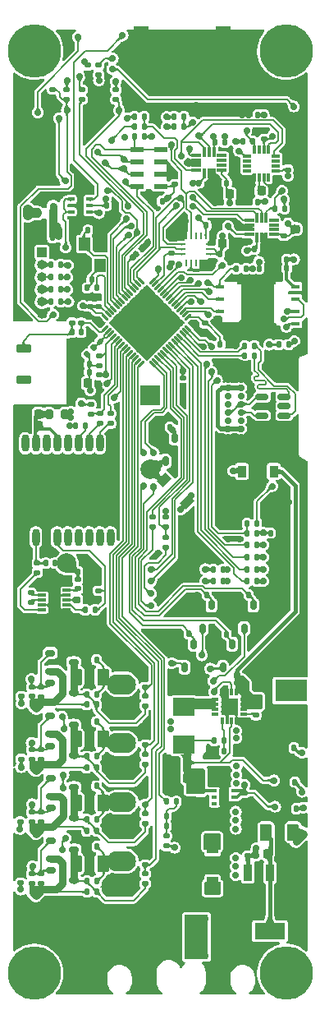
<source format=gtl>
%TF.GenerationSoftware,KiCad,Pcbnew,(6.0.1)*%
%TF.CreationDate,2022-09-22T22:33:37+02:00*%
%TF.ProjectId,kp-ptr,6b702d70-7472-42e6-9b69-6361645f7063,rev?*%
%TF.SameCoordinates,Original*%
%TF.FileFunction,Copper,L1,Top*%
%TF.FilePolarity,Positive*%
%FSLAX46Y46*%
G04 Gerber Fmt 4.6, Leading zero omitted, Abs format (unit mm)*
G04 Created by KiCad (PCBNEW (6.0.1)) date 2022-09-22 22:33:37*
%MOMM*%
%LPD*%
G01*
G04 APERTURE LIST*
G04 Aperture macros list*
%AMRoundRect*
0 Rectangle with rounded corners*
0 $1 Rounding radius*
0 $2 $3 $4 $5 $6 $7 $8 $9 X,Y pos of 4 corners*
0 Add a 4 corners polygon primitive as box body*
4,1,4,$2,$3,$4,$5,$6,$7,$8,$9,$2,$3,0*
0 Add four circle primitives for the rounded corners*
1,1,$1+$1,$2,$3*
1,1,$1+$1,$4,$5*
1,1,$1+$1,$6,$7*
1,1,$1+$1,$8,$9*
0 Add four rect primitives between the rounded corners*
20,1,$1+$1,$2,$3,$4,$5,0*
20,1,$1+$1,$4,$5,$6,$7,0*
20,1,$1+$1,$6,$7,$8,$9,0*
20,1,$1+$1,$8,$9,$2,$3,0*%
%AMRotRect*
0 Rectangle, with rotation*
0 The origin of the aperture is its center*
0 $1 length*
0 $2 width*
0 $3 Rotation angle, in degrees counterclockwise*
0 Add horizontal line*
21,1,$1,$2,0,0,$3*%
G04 Aperture macros list end*
%TA.AperFunction,SMDPad,CuDef*%
%ADD10RoundRect,0.147500X0.147500X0.172500X-0.147500X0.172500X-0.147500X-0.172500X0.147500X-0.172500X0*%
%TD*%
%TA.AperFunction,SMDPad,CuDef*%
%ADD11RoundRect,0.135000X-0.135000X-0.185000X0.135000X-0.185000X0.135000X0.185000X-0.135000X0.185000X0*%
%TD*%
%TA.AperFunction,SMDPad,CuDef*%
%ADD12RoundRect,0.135000X0.135000X0.185000X-0.135000X0.185000X-0.135000X-0.185000X0.135000X-0.185000X0*%
%TD*%
%TA.AperFunction,SMDPad,CuDef*%
%ADD13RoundRect,0.135000X-0.185000X0.135000X-0.185000X-0.135000X0.185000X-0.135000X0.185000X0.135000X0*%
%TD*%
%TA.AperFunction,SMDPad,CuDef*%
%ADD14RoundRect,0.175000X-0.325000X-0.175000X0.325000X-0.175000X0.325000X0.175000X-0.325000X0.175000X0*%
%TD*%
%TA.AperFunction,SMDPad,CuDef*%
%ADD15RoundRect,0.140000X0.170000X-0.140000X0.170000X0.140000X-0.170000X0.140000X-0.170000X-0.140000X0*%
%TD*%
%TA.AperFunction,SMDPad,CuDef*%
%ADD16RoundRect,0.135000X0.185000X-0.135000X0.185000X0.135000X-0.185000X0.135000X-0.185000X-0.135000X0*%
%TD*%
%TA.AperFunction,SMDPad,CuDef*%
%ADD17RoundRect,0.225000X0.225000X0.250000X-0.225000X0.250000X-0.225000X-0.250000X0.225000X-0.250000X0*%
%TD*%
%TA.AperFunction,SMDPad,CuDef*%
%ADD18R,0.800000X0.300000*%
%TD*%
%TA.AperFunction,SMDPad,CuDef*%
%ADD19R,0.300000X0.800000*%
%TD*%
%TA.AperFunction,SMDPad,CuDef*%
%ADD20R,1.750000X1.750000*%
%TD*%
%TA.AperFunction,SMDPad,CuDef*%
%ADD21RoundRect,0.250000X0.375000X0.625000X-0.375000X0.625000X-0.375000X-0.625000X0.375000X-0.625000X0*%
%TD*%
%TA.AperFunction,SMDPad,CuDef*%
%ADD22RoundRect,0.140000X0.140000X0.170000X-0.140000X0.170000X-0.140000X-0.170000X0.140000X-0.170000X0*%
%TD*%
%TA.AperFunction,SMDPad,CuDef*%
%ADD23RoundRect,0.140000X-0.170000X0.140000X-0.170000X-0.140000X0.170000X-0.140000X0.170000X0.140000X0*%
%TD*%
%TA.AperFunction,SMDPad,CuDef*%
%ADD24R,0.650000X0.400000*%
%TD*%
%TA.AperFunction,SMDPad,CuDef*%
%ADD25R,1.150000X1.400000*%
%TD*%
%TA.AperFunction,SMDPad,CuDef*%
%ADD26RoundRect,0.225000X-0.250000X0.225000X-0.250000X-0.225000X0.250000X-0.225000X0.250000X0.225000X0*%
%TD*%
%TA.AperFunction,SMDPad,CuDef*%
%ADD27RoundRect,0.147500X-0.172500X0.147500X-0.172500X-0.147500X0.172500X-0.147500X0.172500X0.147500X0*%
%TD*%
%TA.AperFunction,SMDPad,CuDef*%
%ADD28R,0.609600X0.304800*%
%TD*%
%TA.AperFunction,SMDPad,CuDef*%
%ADD29R,1.092200X1.701800*%
%TD*%
%TA.AperFunction,SMDPad,CuDef*%
%ADD30R,0.250000X0.728000*%
%TD*%
%TA.AperFunction,SMDPad,CuDef*%
%ADD31R,0.728000X0.250000*%
%TD*%
%TA.AperFunction,SMDPad,CuDef*%
%ADD32R,0.728000X0.252000*%
%TD*%
%TA.AperFunction,SMDPad,CuDef*%
%ADD33R,0.728000X0.260000*%
%TD*%
%TA.AperFunction,SMDPad,CuDef*%
%ADD34R,0.252000X0.728000*%
%TD*%
%TA.AperFunction,SMDPad,CuDef*%
%ADD35RoundRect,0.250000X-0.375000X-0.625000X0.375000X-0.625000X0.375000X0.625000X-0.375000X0.625000X0*%
%TD*%
%TA.AperFunction,SMDPad,CuDef*%
%ADD36RoundRect,0.140000X-0.140000X-0.170000X0.140000X-0.170000X0.140000X0.170000X-0.140000X0.170000X0*%
%TD*%
%TA.AperFunction,SMDPad,CuDef*%
%ADD37RoundRect,0.008100X0.386900X0.126900X-0.386900X0.126900X-0.386900X-0.126900X0.386900X-0.126900X0*%
%TD*%
%TA.AperFunction,SMDPad,CuDef*%
%ADD38R,1.240000X2.130000*%
%TD*%
%TA.AperFunction,SMDPad,CuDef*%
%ADD39R,0.950000X0.450000*%
%TD*%
%TA.AperFunction,SMDPad,CuDef*%
%ADD40R,3.450000X4.350000*%
%TD*%
%TA.AperFunction,SMDPad,CuDef*%
%ADD41RoundRect,0.147500X-0.147500X-0.172500X0.147500X-0.172500X0.147500X0.172500X-0.147500X0.172500X0*%
%TD*%
%TA.AperFunction,SMDPad,CuDef*%
%ADD42RoundRect,0.175000X-0.175000X0.325000X-0.175000X-0.325000X0.175000X-0.325000X0.175000X0.325000X0*%
%TD*%
%TA.AperFunction,SMDPad,CuDef*%
%ADD43RoundRect,0.200000X-0.600000X0.200000X-0.600000X-0.200000X0.600000X-0.200000X0.600000X0.200000X0*%
%TD*%
%TA.AperFunction,SMDPad,CuDef*%
%ADD44R,0.900000X1.200000*%
%TD*%
%TA.AperFunction,SMDPad,CuDef*%
%ADD45RoundRect,0.140000X0.021213X-0.219203X0.219203X-0.021213X-0.021213X0.219203X-0.219203X0.021213X0*%
%TD*%
%TA.AperFunction,SMDPad,CuDef*%
%ADD46RoundRect,0.006600X-0.208597X-0.354826X0.354826X0.208597X0.208597X0.354826X-0.354826X-0.208597X0*%
%TD*%
%TA.AperFunction,SMDPad,CuDef*%
%ADD47RoundRect,0.022000X0.208597X-0.333047X0.333047X-0.208597X-0.208597X0.333047X-0.333047X0.208597X0*%
%TD*%
%TA.AperFunction,SMDPad,CuDef*%
%ADD48RotRect,4.000000X4.000000X45.000000*%
%TD*%
%TA.AperFunction,SMDPad,CuDef*%
%ADD49RoundRect,0.200000X-0.200000X-0.275000X0.200000X-0.275000X0.200000X0.275000X-0.200000X0.275000X0*%
%TD*%
%TA.AperFunction,SMDPad,CuDef*%
%ADD50R,0.300000X0.855000*%
%TD*%
%TA.AperFunction,SMDPad,CuDef*%
%ADD51R,0.855000X0.300000*%
%TD*%
%TA.AperFunction,SMDPad,CuDef*%
%ADD52RoundRect,0.225000X0.250000X-0.225000X0.250000X0.225000X-0.250000X0.225000X-0.250000X-0.225000X0*%
%TD*%
%TA.AperFunction,SMDPad,CuDef*%
%ADD53RoundRect,0.021200X0.633800X0.243800X-0.633800X0.243800X-0.633800X-0.243800X0.633800X-0.243800X0*%
%TD*%
%TA.AperFunction,SMDPad,CuDef*%
%ADD54R,1.200000X0.900000*%
%TD*%
%TA.AperFunction,SMDPad,CuDef*%
%ADD55O,0.800000X1.800000*%
%TD*%
%TA.AperFunction,SMDPad,CuDef*%
%ADD56RoundRect,0.147500X0.017678X-0.226274X0.226274X-0.017678X-0.017678X0.226274X-0.226274X0.017678X0*%
%TD*%
%TA.AperFunction,SMDPad,CuDef*%
%ADD57RoundRect,0.225000X-0.225000X-0.250000X0.225000X-0.250000X0.225000X0.250000X-0.225000X0.250000X0*%
%TD*%
%TA.AperFunction,SMDPad,CuDef*%
%ADD58R,2.200000X1.900000*%
%TD*%
%TA.AperFunction,SMDPad,CuDef*%
%ADD59RoundRect,0.200000X0.200000X0.275000X-0.200000X0.275000X-0.200000X-0.275000X0.200000X-0.275000X0*%
%TD*%
%TA.AperFunction,SMDPad,CuDef*%
%ADD60RotRect,0.900000X1.200000X135.000000*%
%TD*%
%TA.AperFunction,SMDPad,CuDef*%
%ADD61R,0.850800X1.761200*%
%TD*%
%TA.AperFunction,SMDPad,CuDef*%
%ADD62R,3.150799X1.761200*%
%TD*%
%TA.AperFunction,SMDPad,CuDef*%
%ADD63RoundRect,0.140000X0.219203X0.021213X0.021213X0.219203X-0.219203X-0.021213X-0.021213X-0.219203X0*%
%TD*%
%TA.AperFunction,SMDPad,CuDef*%
%ADD64RoundRect,0.150000X-0.512500X-0.150000X0.512500X-0.150000X0.512500X0.150000X-0.512500X0.150000X0*%
%TD*%
%TA.AperFunction,SMDPad,CuDef*%
%ADD65RoundRect,0.031500X-0.430000X-0.143500X0.430000X-0.143500X0.430000X0.143500X-0.430000X0.143500X0*%
%TD*%
%TA.AperFunction,SMDPad,CuDef*%
%ADD66RoundRect,0.031500X0.143500X-0.428000X0.143500X0.428000X-0.143500X0.428000X-0.143500X-0.428000X0*%
%TD*%
%TA.AperFunction,SMDPad,CuDef*%
%ADD67RoundRect,0.031500X0.430000X0.143500X-0.430000X0.143500X-0.430000X-0.143500X0.430000X-0.143500X0*%
%TD*%
%TA.AperFunction,SMDPad,CuDef*%
%ADD68RoundRect,0.031500X-0.143500X0.428000X-0.143500X-0.428000X0.143500X-0.428000X0.143500X0.428000X0*%
%TD*%
%TA.AperFunction,ComponentPad*%
%ADD69R,1.000000X1.000000*%
%TD*%
%TA.AperFunction,ComponentPad*%
%ADD70O,1.000000X1.000000*%
%TD*%
%TA.AperFunction,ComponentPad*%
%ADD71R,2.413000X4.572000*%
%TD*%
%TA.AperFunction,ComponentPad*%
%ADD72C,0.700000*%
%TD*%
%TA.AperFunction,ComponentPad*%
%ADD73O,3.200000X1.300000*%
%TD*%
%TA.AperFunction,ComponentPad*%
%ADD74O,2.500000X1.300000*%
%TD*%
%TA.AperFunction,ComponentPad*%
%ADD75RoundRect,1.050000X0.450000X0.000000X0.450000X0.000000X-0.450000X0.000000X-0.450000X0.000000X0*%
%TD*%
%TA.AperFunction,SMDPad,CuDef*%
%ADD76R,1.500000X5.080000*%
%TD*%
%TA.AperFunction,ComponentPad*%
%ADD77C,2.000000*%
%TD*%
%TA.AperFunction,ComponentPad*%
%ADD78R,2.000000X2.000000*%
%TD*%
%TA.AperFunction,ComponentPad*%
%ADD79R,3.302000X2.286000*%
%TD*%
%TA.AperFunction,ComponentPad*%
%ADD80R,3.302000X2.447000*%
%TD*%
%TA.AperFunction,ViaPad*%
%ADD81C,5.500000*%
%TD*%
%TA.AperFunction,ViaPad*%
%ADD82C,0.700000*%
%TD*%
%TA.AperFunction,Conductor*%
%ADD83C,0.300000*%
%TD*%
%TA.AperFunction,Conductor*%
%ADD84C,0.150000*%
%TD*%
%TA.AperFunction,Conductor*%
%ADD85C,0.200000*%
%TD*%
%TA.AperFunction,Conductor*%
%ADD86C,0.400000*%
%TD*%
%TA.AperFunction,Conductor*%
%ADD87C,0.800000*%
%TD*%
%TA.AperFunction,Conductor*%
%ADD88C,1.000000*%
%TD*%
G04 APERTURE END LIST*
D10*
%TO.P,D2,1,A1*%
%TO.N,Earth*%
X149075000Y-88265000D03*
%TO.P,D2,2,A2*%
%TO.N,Net-(ANT1-Pad1)*%
X148105000Y-88265000D03*
%TD*%
D11*
%TO.P,R50,1*%
%TO.N,I2C_SCL*%
X162050000Y-89255600D03*
%TO.P,R50,2*%
%TO.N,+3V3*%
X163070000Y-89255600D03*
%TD*%
D12*
%TO.P,R49,1*%
%TO.N,Net-(D15-Pad2)*%
X166575200Y-83312000D03*
%TO.P,R49,2*%
%TO.N,SERVO_EN*%
X165555200Y-83312000D03*
%TD*%
D13*
%TO.P,R26,1*%
%TO.N,Earth*%
X150215600Y-89202800D03*
%TO.P,R26,2*%
%TO.N,ANTON*%
X150215600Y-90222800D03*
%TD*%
D14*
%TO.P,Q11,1,G*%
%TO.N,Net-(C58-Pad2)*%
X145256400Y-96636800D03*
%TO.P,Q11,2,S*%
%TO.N,VCC*%
X145256400Y-98536800D03*
%TO.P,Q11,3,D*%
%TO.N,Net-(F5-Pad1)*%
X147656400Y-97586800D03*
%TD*%
D12*
%TO.P,R78,1*%
%TO.N,Net-(F4-Pad2)*%
X150014400Y-103733600D03*
%TO.P,R78,2*%
%TO.N,Earth*%
X148994400Y-103733600D03*
%TD*%
D11*
%TO.P,R73,1*%
%TO.N,Net-(F4-Pad1)*%
X148994400Y-107289600D03*
%TO.P,R73,2*%
%TO.N,Net-(F4-Pad2)*%
X150014400Y-107289600D03*
%TD*%
D14*
%TO.P,Q10,1,G*%
%TO.N,Net-(C58-Pad2)*%
X145250760Y-99756878D03*
%TO.P,Q10,2,S*%
%TO.N,VCC*%
X145250760Y-101656878D03*
%TO.P,Q10,3,D*%
%TO.N,Net-(F5-Pad1)*%
X147650760Y-100706878D03*
%TD*%
D15*
%TO.P,C63,1*%
%TO.N,+3V3*%
X142240000Y-107566400D03*
%TO.P,C63,2*%
%TO.N,Earth*%
X142240000Y-106606400D03*
%TD*%
D11*
%TO.P,R43,1*%
%TO.N,Earth*%
X156563600Y-73355200D03*
%TO.P,R43,2*%
%TO.N,BUZZER*%
X157583600Y-73355200D03*
%TD*%
D13*
%TO.P,R76,1*%
%TO.N,IGN4_DET*%
X155041600Y-101039200D03*
%TO.P,R76,2*%
%TO.N,Net-(F5-Pad1)*%
X155041600Y-102059200D03*
%TD*%
D12*
%TO.P,R48,1*%
%TO.N,Net-(J6-Pad8)*%
X166575200Y-84277200D03*
%TO.P,R48,2*%
%TO.N,SERVO_EN*%
X165555200Y-84277200D03*
%TD*%
%TO.P,R46,1*%
%TO.N,Net-(J6-Pad6)*%
X166575200Y-86749466D03*
%TO.P,R46,2*%
%TO.N,SERVO_3*%
X165555200Y-86749466D03*
%TD*%
D16*
%TO.P,R19,1*%
%TO.N,+3V3*%
X157734000Y-56440800D03*
%TO.P,R19,2*%
%TO.N,SPI_CS_LIS*%
X157734000Y-55420800D03*
%TD*%
D17*
%TO.P,C5,1*%
%TO.N,+3V3*%
X149111000Y-68834000D03*
%TO.P,C5,2*%
%TO.N,Earth*%
X147561000Y-68834000D03*
%TD*%
D18*
%TO.P,IC1,1,SW_1*%
%TO.N,Net-(IC1-Pad1)*%
X162228400Y-101408800D03*
%TO.P,IC1,2,SW_2*%
X162228400Y-101908800D03*
%TO.P,IC1,3,SW_3*%
X162228400Y-102408800D03*
%TO.P,IC1,4,PG*%
%TO.N,unconnected-(IC1-Pad4)*%
X162228400Y-102908800D03*
D19*
%TO.P,IC1,5,FB*%
%TO.N,Net-(IC1-Pad5)*%
X162978400Y-103658800D03*
%TO.P,IC1,6,AGND*%
%TO.N,Earth*%
X163478400Y-103658800D03*
%TO.P,IC1,7,FSW*%
%TO.N,+3V3*%
X163978400Y-103658800D03*
%TO.P,IC1,8,DEF*%
%TO.N,Earth*%
X164478400Y-103658800D03*
D18*
%TO.P,IC1,9,SS/TR*%
%TO.N,Net-(C45-Pad2)*%
X165228400Y-102908800D03*
%TO.P,IC1,10,AVIN*%
%TO.N,VDD*%
X165228400Y-102408800D03*
%TO.P,IC1,11,PVIN_1*%
X165228400Y-101908800D03*
%TO.P,IC1,12,PVIN_2*%
X165228400Y-101408800D03*
D19*
%TO.P,IC1,13,EN*%
X164478400Y-100658800D03*
%TO.P,IC1,14,VOS*%
%TO.N,+3V3*%
X163978400Y-100658800D03*
%TO.P,IC1,15,PGND_1*%
%TO.N,Earth*%
X163478400Y-100658800D03*
%TO.P,IC1,16,PGND_2*%
X162978400Y-100658800D03*
D20*
%TO.P,IC1,17,EP*%
X163728400Y-102158800D03*
%TD*%
D16*
%TO.P,R54,1*%
%TO.N,VCC*%
X144272000Y-114041059D03*
%TO.P,R54,2*%
%TO.N,Net-(C56-Pad2)*%
X144272000Y-113021059D03*
%TD*%
D21*
%TO.P,F1,1*%
%TO.N,+5V*%
X170310000Y-115112800D03*
%TO.P,F1,2*%
%TO.N,Net-(C41-Pad1)*%
X167510000Y-115112800D03*
%TD*%
D17*
%TO.P,C33,1*%
%TO.N,+3.3VADC*%
X144031000Y-72034400D03*
%TO.P,C33,2*%
%TO.N,Earth*%
X142481000Y-72034400D03*
%TD*%
D12*
%TO.P,R47,1*%
%TO.N,Net-(J6-Pad7)*%
X166575200Y-85496400D03*
%TO.P,R47,2*%
%TO.N,SERVO_4*%
X165555200Y-85496400D03*
%TD*%
D11*
%TO.P,R14,1*%
%TO.N,Net-(C9-Pad2)*%
X149045200Y-59029600D03*
%TO.P,R14,2*%
%TO.N,Net-(R14-Pad2)*%
X150065200Y-59029600D03*
%TD*%
D22*
%TO.P,C7,1*%
%TO.N,+3V3*%
X149273200Y-66903600D03*
%TO.P,C7,2*%
%TO.N,Earth*%
X148313200Y-66903600D03*
%TD*%
%TO.P,C52,1*%
%TO.N,+3V3*%
X166646800Y-41198800D03*
%TO.P,C52,2*%
%TO.N,Earth*%
X165686800Y-41198800D03*
%TD*%
D23*
%TO.P,C53,1*%
%TO.N,+3V3*%
X149148800Y-36096000D03*
%TO.P,C53,2*%
%TO.N,Earth*%
X149148800Y-37056000D03*
%TD*%
D13*
%TO.P,R7,1*%
%TO.N,Net-(R7-Pad1)*%
X155803600Y-82649600D03*
%TO.P,R7,2*%
%TO.N,UART1_OUT*%
X155803600Y-83669600D03*
%TD*%
D24*
%TO.P,U12,1,A1*%
%TO.N,Net-(IC2-Pad7)*%
X147402000Y-49896000D03*
%TO.P,U12,2,GND*%
%TO.N,Earth*%
X147402000Y-50546000D03*
%TO.P,U12,3,A2*%
%TO.N,Net-(IC2-Pad7)*%
X147402000Y-51196000D03*
%TO.P,U12,4,Y2*%
%TO.N,Net-(IC2-Pad6)*%
X149302000Y-51196000D03*
%TO.P,U12,5,VCC*%
%TO.N,+3.3VP*%
X149302000Y-50546000D03*
%TO.P,U12,6,Y1*%
%TO.N,Net-(D9-Pad1)*%
X149302000Y-49896000D03*
%TD*%
D11*
%TO.P,R4,1*%
%TO.N,IO44*%
X158036800Y-42418000D03*
%TO.P,R4,2*%
%TO.N,LSM2_INT*%
X159056800Y-42418000D03*
%TD*%
%TO.P,R20,1*%
%TO.N,Net-(D1-Pad2)*%
X147826000Y-73253600D03*
%TO.P,R20,2*%
%TO.N,Net-(R20-Pad2)*%
X148846000Y-73253600D03*
%TD*%
%TO.P,R59,1*%
%TO.N,Net-(F2-Pad1)*%
X149045200Y-120142000D03*
%TO.P,R59,2*%
%TO.N,Net-(F2-Pad2)*%
X150065200Y-120142000D03*
%TD*%
D12*
%TO.P,R29,1*%
%TO.N,Net-(D6-Pad1)*%
X170486800Y-109931200D03*
%TO.P,R29,2*%
%TO.N,Earth*%
X169466800Y-109931200D03*
%TD*%
D23*
%TO.P,C37,1*%
%TO.N,VDD*%
X165277800Y-111069650D03*
%TO.P,C37,2*%
%TO.N,Earth*%
X165277800Y-112029650D03*
%TD*%
D16*
%TO.P,R77,1*%
%TO.N,IGN3_DET*%
X155041600Y-106072400D03*
%TO.P,R77,2*%
%TO.N,Earth*%
X155041600Y-105052400D03*
%TD*%
D12*
%TO.P,R45,1*%
%TO.N,Net-(J6-Pad5)*%
X166575200Y-88002532D03*
%TO.P,R45,2*%
%TO.N,SERVO_2*%
X165555200Y-88002532D03*
%TD*%
D16*
%TO.P,R65,1*%
%TO.N,IGN2_DET*%
X155041600Y-112219200D03*
%TO.P,R65,2*%
%TO.N,Earth*%
X155041600Y-111199200D03*
%TD*%
D25*
%TO.P,Y1,1,1*%
%TO.N,Net-(C9-Pad2)*%
X150365000Y-56723000D03*
%TO.P,Y1,2,GND*%
%TO.N,Earth*%
X150365000Y-54523000D03*
%TO.P,Y1,3,2*%
%TO.N,Net-(C10-Pad1)*%
X148765000Y-54523000D03*
%TO.P,Y1,4,GND*%
%TO.N,Earth*%
X148765000Y-56723000D03*
%TD*%
D12*
%TO.P,R30,1*%
%TO.N,Net-(D7-Pad1)*%
X170385200Y-106426000D03*
%TO.P,R30,2*%
%TO.N,Earth*%
X169365200Y-106426000D03*
%TD*%
D26*
%TO.P,C24,1*%
%TO.N,+3V3*%
X170535600Y-52971400D03*
%TO.P,C24,2*%
%TO.N,Earth*%
X170535600Y-54521400D03*
%TD*%
D15*
%TO.P,C64,1*%
%TO.N,+3V3*%
X142138400Y-114018000D03*
%TO.P,C64,2*%
%TO.N,Earth*%
X142138400Y-113058000D03*
%TD*%
D27*
%TO.P,L3,1,1*%
%TO.N,Net-(L3-Pad1)*%
X143256000Y-90447000D03*
%TO.P,L3,2,2*%
%TO.N,Net-(L3-Pad2)*%
X143256000Y-91417000D03*
%TD*%
D28*
%TO.P,U9,1,VOUT*%
%TO.N,+3V3*%
X162191700Y-110848864D03*
%TO.P,U9,2,ADJ/NC*%
%TO.N,unconnected-(U9-Pad2)*%
X162191700Y-111498850D03*
%TO.P,U9,3,PG*%
%TO.N,unconnected-(U9-Pad3)*%
X162191700Y-112148836D03*
%TO.P,U9,4,GND*%
%TO.N,Earth*%
X164198300Y-112148836D03*
%TO.P,U9,5,EN*%
%TO.N,VDD*%
X164198300Y-111498850D03*
%TO.P,U9,6,VIN*%
X164198300Y-110848864D03*
D29*
%TO.P,U9,7,GND*%
%TO.N,Earth*%
X163195000Y-111498850D03*
%TD*%
D23*
%TO.P,C29,1*%
%TO.N,Net-(ANT1-Pad1)*%
X148082000Y-89055000D03*
%TO.P,C29,2*%
%TO.N,Net-(C29-Pad2)*%
X148082000Y-90015000D03*
%TD*%
D16*
%TO.P,R67,1*%
%TO.N,VCC*%
X144272000Y-107596400D03*
%TO.P,R67,2*%
%TO.N,Net-(C57-Pad2)*%
X144272000Y-106576400D03*
%TD*%
D12*
%TO.P,R35,1*%
%TO.N,Net-(IC1-Pad5)*%
X163171600Y-106730800D03*
%TO.P,R35,2*%
%TO.N,Earth*%
X162151600Y-106730800D03*
%TD*%
D15*
%TO.P,C34,1*%
%TO.N,+3V3*%
X167284400Y-43710800D03*
%TO.P,C34,2*%
%TO.N,Earth*%
X167284400Y-42750800D03*
%TD*%
D30*
%TO.P,U3,1,VDDIO*%
%TO.N,+3V3*%
X161274000Y-53637800D03*
%TO.P,U3,2*%
%TO.N,N/C*%
X160774000Y-53637800D03*
%TO.P,U3,3*%
X160274000Y-53637800D03*
%TO.P,U3,4,SCL/SPC*%
%TO.N,SPI_CLK*%
X159774000Y-53637800D03*
%TO.P,U3,5,GND*%
%TO.N,Earth*%
X159274000Y-53637800D03*
D31*
%TO.P,U3,6,SDA/SDI*%
%TO.N,SPI_MOSI*%
X158860000Y-54551800D03*
D32*
%TO.P,U3,7,SA0/SDO*%
%TO.N,SPI_MISO*%
X158860000Y-55052800D03*
D33*
%TO.P,U3,8,CS*%
%TO.N,SPI_CS_LIS*%
X158860000Y-55556800D03*
D30*
%TO.P,U3,9,INT2*%
%TO.N,unconnected-(U3-Pad9)*%
X159274000Y-56465800D03*
%TO.P,U3,10,GNDR*%
%TO.N,Earth*%
X159774000Y-56465800D03*
D34*
%TO.P,U3,11,INT1*%
%TO.N,unconnected-(U3-Pad11)*%
X160275000Y-56465800D03*
D30*
%TO.P,U3,12,GND*%
%TO.N,Earth*%
X160774000Y-56465800D03*
%TO.P,U3,13,GND*%
X161274000Y-56465800D03*
D33*
%TO.P,U3,14,VDD*%
%TO.N,+3V3*%
X161688000Y-55556800D03*
D31*
%TO.P,U3,15,VDDR*%
X161688000Y-55051800D03*
%TO.P,U3,16,GND*%
%TO.N,Earth*%
X161688000Y-54551800D03*
%TD*%
D17*
%TO.P,C32,1*%
%TO.N,+3.3VADC*%
X144031000Y-73253600D03*
%TO.P,C32,2*%
%TO.N,Earth*%
X142481000Y-73253600D03*
%TD*%
D11*
%TO.P,R3,1*%
%TO.N,IO43*%
X153922000Y-42418000D03*
%TO.P,R3,2*%
%TO.N,LSM_INT*%
X154942000Y-42418000D03*
%TD*%
D14*
%TO.P,Q4,1,G*%
%TO.N,Net-(C56-Pad2)*%
X145291133Y-112637933D03*
%TO.P,Q4,2,S*%
%TO.N,VCC*%
X145291133Y-114537933D03*
%TO.P,Q4,3,D*%
%TO.N,Net-(F3-Pad1)*%
X147691133Y-113587933D03*
%TD*%
D17*
%TO.P,C31,1*%
%TO.N,Net-(C31-Pad1)*%
X167043400Y-49022000D03*
%TO.P,C31,2*%
%TO.N,Earth*%
X165493400Y-49022000D03*
%TD*%
D12*
%TO.P,R13,1*%
%TO.N,IO43*%
X146306000Y-57931269D03*
%TO.P,R13,2*%
%TO.N,U0TXD*%
X145286000Y-57931269D03*
%TD*%
D35*
%TO.P,F2,1*%
%TO.N,Net-(F2-Pad1)*%
X147901200Y-118364000D03*
%TO.P,F2,2*%
%TO.N,Net-(F2-Pad2)*%
X150701200Y-118364000D03*
%TD*%
D16*
%TO.P,R79,1*%
%TO.N,IGN4_DET*%
X155041600Y-100128800D03*
%TO.P,R79,2*%
%TO.N,Earth*%
X155041600Y-99108800D03*
%TD*%
D36*
%TO.P,C9,1*%
%TO.N,Earth*%
X148567200Y-58166000D03*
%TO.P,C9,2*%
%TO.N,Net-(C9-Pad2)*%
X149527200Y-58166000D03*
%TD*%
D23*
%TO.P,C14,1*%
%TO.N,+3V3*%
X158902400Y-68303200D03*
%TO.P,C14,2*%
%TO.N,Earth*%
X158902400Y-69263200D03*
%TD*%
D15*
%TO.P,C56,1*%
%TO.N,VCC*%
X143357600Y-114012789D03*
%TO.P,C56,2*%
%TO.N,Net-(C56-Pad2)*%
X143357600Y-113052789D03*
%TD*%
D22*
%TO.P,C17,1*%
%TO.N,+3V3*%
X156791600Y-50088800D03*
%TO.P,C17,2*%
%TO.N,Earth*%
X155831600Y-50088800D03*
%TD*%
D12*
%TO.P,R64,1*%
%TO.N,Net-(F2-Pad2)*%
X150065200Y-116586000D03*
%TO.P,R64,2*%
%TO.N,Earth*%
X149045200Y-116586000D03*
%TD*%
D37*
%TO.P,U7,1,GND*%
%TO.N,Earth*%
X146939000Y-92186000D03*
%TO.P,U7,2,Vctl*%
%TO.N,Net-(R24-Pad2)*%
X146939000Y-91686000D03*
%TO.P,U7,3,VDD*%
%TO.N,+3.3VADC*%
X146939000Y-91186000D03*
%TO.P,U7,4,NC/GND*%
%TO.N,Earth*%
X146939000Y-90686000D03*
%TO.P,U7,5,Pre/IN*%
%TO.N,Net-(C29-Pad2)*%
X146939000Y-90186000D03*
%TO.P,U7,6,GND*%
%TO.N,Earth*%
X144399000Y-90186000D03*
%TO.P,U7,7,Pre/OUT*%
%TO.N,Net-(L3-Pad1)*%
X144399000Y-90686000D03*
%TO.P,U7,8,LNAIN*%
%TO.N,Net-(L3-Pad2)*%
X144399000Y-91186000D03*
%TO.P,U7,9,NC/GND*%
%TO.N,Earth*%
X144399000Y-91686000D03*
%TO.P,U7,10,Post/OUT*%
%TO.N,Net-(C27-Pad1)*%
X144399000Y-92186000D03*
D38*
%TO.P,U7,11,GND*%
%TO.N,Earth*%
X145669000Y-91186000D03*
%TD*%
D22*
%TO.P,C47,1*%
%TO.N,+3.3VP*%
X145463200Y-53848000D03*
%TO.P,C47,2*%
%TO.N,Earth*%
X144503200Y-53848000D03*
%TD*%
D12*
%TO.P,R10,1*%
%TO.N,IO0*%
X146306000Y-59182000D03*
%TO.P,R10,2*%
%TO.N,BOOT_PIN*%
X145286000Y-59182000D03*
%TD*%
D15*
%TO.P,C11,1*%
%TO.N,Earth*%
X150266400Y-68958400D03*
%TO.P,C11,2*%
%TO.N,CHIP_PU*%
X150266400Y-67998400D03*
%TD*%
D11*
%TO.P,R69,1*%
%TO.N,VCC*%
X148994400Y-108458000D03*
%TO.P,R69,2*%
%TO.N,Net-(F4-Pad1)*%
X150014400Y-108458000D03*
%TD*%
D39*
%TO.P,U13,1,~{CS}*%
%TO.N,SPI0_CS*%
X162724000Y-58902600D03*
%TO.P,U13,2,DO(IO1)*%
%TO.N,SPI0_DO*%
X162724000Y-60172600D03*
%TO.P,U13,3,IO2*%
%TO.N,SPI0_WP*%
X162724000Y-61442600D03*
%TO.P,U13,4,GND*%
%TO.N,Earth*%
X162724000Y-62712600D03*
%TO.P,U13,5,DI(IO0)*%
%TO.N,SPI0_DI*%
X170524000Y-62712600D03*
%TO.P,U13,6,CLK*%
%TO.N,SPI0_CLK*%
X170524000Y-61442600D03*
%TO.P,U13,7,IO3*%
%TO.N,SPI0_HOLD*%
X170524000Y-60172600D03*
%TO.P,U13,8,VCC*%
%TO.N,+3V3*%
X170524000Y-58902600D03*
D40*
%TO.P,U13,9*%
%TO.N,Earth*%
X166624000Y-60807600D03*
%TD*%
D12*
%TO.P,R44,1*%
%TO.N,Net-(J6-Pad4)*%
X166575200Y-89255600D03*
%TO.P,R44,2*%
%TO.N,SERVO_1*%
X165555200Y-89255600D03*
%TD*%
D41*
%TO.P,L1,1,1*%
%TO.N,Net-(AE1-Pad1)*%
X147472400Y-63601600D03*
%TO.P,L1,2,2*%
%TO.N,Net-(C2-Pad1)*%
X148442400Y-63601600D03*
%TD*%
D42*
%TO.P,Q13,1,G*%
%TO.N,IGN4_EN*%
X160055600Y-95726400D03*
%TO.P,Q13,2,S*%
%TO.N,Earth*%
X158155600Y-95726400D03*
%TO.P,Q13,3,D*%
%TO.N,Net-(C58-Pad2)*%
X159105600Y-98126400D03*
%TD*%
D13*
%TO.P,R62,1*%
%TO.N,IGN2_DET*%
X155041600Y-113180400D03*
%TO.P,R62,2*%
%TO.N,Net-(F3-Pad1)*%
X155041600Y-114200400D03*
%TD*%
D36*
%TO.P,C48,1*%
%TO.N,+3.3VP*%
X151031000Y-50546000D03*
%TO.P,C48,2*%
%TO.N,Earth*%
X151991000Y-50546000D03*
%TD*%
D35*
%TO.P,F4,1*%
%TO.N,Net-(F4-Pad1)*%
X147901200Y-105511600D03*
%TO.P,F4,2*%
%TO.N,Net-(F4-Pad2)*%
X150701200Y-105511600D03*
%TD*%
D14*
%TO.P,Q2,1,G*%
%TO.N,Net-(C55-Pad2)*%
X145304967Y-119060949D03*
%TO.P,Q2,2,S*%
%TO.N,VCC*%
X145304967Y-120960949D03*
%TO.P,Q2,3,D*%
%TO.N,Net-(F2-Pad1)*%
X147704967Y-120010949D03*
%TD*%
D43*
%TO.P,AE1,1,FEED*%
%TO.N,Net-(AE1-Pad1)*%
X142494000Y-65303600D03*
%TO.P,AE1,2,PCB_Trace*%
%TO.N,unconnected-(AE1-Pad2)*%
X142494000Y-68503600D03*
%TD*%
D11*
%TO.P,R51,1*%
%TO.N,I2C_SDA*%
X162050000Y-88036400D03*
%TO.P,R51,2*%
%TO.N,+3V3*%
X163070000Y-88036400D03*
%TD*%
D44*
%TO.P,D3,1,K*%
%TO.N,VDD*%
X168324800Y-77927200D03*
%TO.P,D3,2,A*%
%TO.N,VBUS*%
X165024800Y-77927200D03*
%TD*%
D17*
%TO.P,C21,1*%
%TO.N,+3V3*%
X163779400Y-49367000D03*
%TO.P,C21,2*%
%TO.N,Earth*%
X162229400Y-49367000D03*
%TD*%
D45*
%TO.P,C15,1*%
%TO.N,+3V3*%
X154092589Y-55559011D03*
%TO.P,C15,2*%
%TO.N,Earth*%
X154771411Y-54880189D03*
%TD*%
D23*
%TO.P,C3,1*%
%TO.N,Net-(C3-Pad1)*%
X161188401Y-62664400D03*
%TO.P,C3,2*%
%TO.N,Earth*%
X161188401Y-63624400D03*
%TD*%
D16*
%TO.P,R53,1*%
%TO.N,VCC*%
X144272000Y-120396341D03*
%TO.P,R53,2*%
%TO.N,Net-(C55-Pad2)*%
X144272000Y-119376341D03*
%TD*%
D46*
%TO.P,U1,1,LNA_IN/RF*%
%TO.N,Net-(C2-Pad1)*%
X150919540Y-63208505D03*
%TO.P,U1,2,VDD3P3*%
%TO.N,Net-(C8-Pad1)*%
X151202382Y-63491348D03*
%TO.P,U1,3,VDD3P3*%
X151485225Y-63774191D03*
%TO.P,U1,4,CHIP_PU/RESET*%
%TO.N,CHIP_PU*%
X151768068Y-64057033D03*
%TO.P,U1,5,GPIO0/BOOT*%
%TO.N,IO0*%
X152050910Y-64339876D03*
%TO.P,U1,6,GPIO1/ADC1_CH0*%
%TO.N,GPS_IN*%
X152333753Y-64622719D03*
%TO.P,U1,7,GPIO2/ADC1_CH1*%
%TO.N,GPS_OUT*%
X152616596Y-64905562D03*
%TO.P,U1,8,GPIO3/ADC1_CH2*%
%TO.N,RF_RST*%
X152899438Y-65188404D03*
%TO.P,U1,9,GPIO4/ADC1_CH3*%
%TO.N,IGN4_DET*%
X153182281Y-65471247D03*
%TO.P,U1,10,GPIO5/ADC1_CH4*%
%TO.N,IGN3_DET*%
X153465124Y-65754090D03*
%TO.P,U1,11,GPIO6/ADC1_CH5*%
%TO.N,IGN2_DET*%
X153747967Y-66036932D03*
%TO.P,U1,12,GPIO7/ADC1_CH6*%
%TO.N,IGN1_DET*%
X154030809Y-66319775D03*
%TO.P,U1,13,GPIO8/ADC1_CH7*%
%TO.N,VBAT_MEAS*%
X154313652Y-66602618D03*
%TO.P,U1,14,GPIO9/ADC1_CH8*%
%TO.N,IGN4_EN*%
X154596495Y-66885460D03*
D47*
%TO.P,U1,15,GPIO10/ADC1_CH9*%
%TO.N,IGN2_EN*%
X155791505Y-66885460D03*
%TO.P,U1,16,GPIO11/ADC2_CH0*%
%TO.N,IGN3_EN*%
X156074348Y-66602618D03*
%TO.P,U1,17,GPIO12/ADC2_CH1*%
%TO.N,IGN1_EN*%
X156357191Y-66319775D03*
%TO.P,U1,18,GPIO13/ADC2_CH2*%
%TO.N,Net-(R7-Pad1)*%
X156640033Y-66036932D03*
%TO.P,U1,19,GPIO14/ADC2_CH3*%
%TO.N,Net-(R8-Pad1)*%
X156922876Y-65754090D03*
%TO.P,U1,20,VDD3P3_RTC*%
%TO.N,+3V3*%
X157205719Y-65471247D03*
%TO.P,U1,21,GPIO15/ADC2_CH4/XTAL_32K_P*%
%TO.N,I2C_SDA*%
X157488562Y-65188404D03*
%TO.P,U1,22,GPIO16/ADC2_CH5/XTAL_32K_N*%
%TO.N,I2C_SCL*%
X157771404Y-64905562D03*
%TO.P,U1,23,GPIO17/ADC2_CH6/DAC_2*%
%TO.N,SERVO_1*%
X158054247Y-64622719D03*
%TO.P,U1,24,GPIO18/ADC2_CH7/DAC_1*%
%TO.N,SERVO_2*%
X158337090Y-64339876D03*
%TO.P,U1,25,GPIO19/USB_D-/ADC2_CH8*%
%TO.N,Net-(R5-Pad2)*%
X158619932Y-64057033D03*
%TO.P,U1,26,GPIO20/USB_D+/ADC2_CH9*%
%TO.N,Net-(R6-Pad2)*%
X158902775Y-63774191D03*
%TO.P,U1,27,GPIO21*%
%TO.N,SERVO_3*%
X159185618Y-63491348D03*
%TO.P,U1,28,SPI_CS1/GPIO26*%
%TO.N,SERVO_4*%
X159468460Y-63208505D03*
D46*
%TO.P,U1,29,VDD_SPI*%
%TO.N,Net-(C3-Pad1)*%
X159468460Y-62013495D03*
%TO.P,U1,30,SPIHD/GPIO27*%
%TO.N,SPI0_HOLD*%
X159185618Y-61730652D03*
%TO.P,U1,31,SPIWP/GPIO28*%
%TO.N,SPI0_WP*%
X158902775Y-61447809D03*
%TO.P,U1,32,SPICS0/GPIO29*%
%TO.N,SPI0_CS*%
X158619932Y-61164967D03*
%TO.P,U1,33,SPICLK/GPIO30*%
%TO.N,SPI0_CLK*%
X158337090Y-60882124D03*
%TO.P,U1,34,SPIQ/GPIO31*%
%TO.N,SPI0_DO*%
X158054247Y-60599281D03*
%TO.P,U1,35,SPID/GPIO32*%
%TO.N,SPI0_DI*%
X157771404Y-60316438D03*
%TO.P,U1,36,SPICLK_N/GPIO48*%
%TO.N,LED1*%
X157488562Y-60033596D03*
%TO.P,U1,37,SPICLK_P/GPIO47*%
%TO.N,RF_DIO1*%
X157205719Y-59750753D03*
%TO.P,U1,38,GPIO33*%
%TO.N,SPI_CS_LSM2*%
X156922876Y-59467910D03*
%TO.P,U1,39,GPIO34*%
%TO.N,SPI_CS_MAG*%
X156640033Y-59185068D03*
%TO.P,U1,40,GPIO35*%
%TO.N,SPI_CS_LSM*%
X156357191Y-58902225D03*
%TO.P,U1,41,GPIO36*%
%TO.N,SPI_CS_LIS*%
X156074348Y-58619382D03*
%TO.P,U1,42,GPIO37*%
%TO.N,RF_BUSY*%
X155791505Y-58336540D03*
D47*
%TO.P,U1,43,GPIO38*%
%TO.N,SPI_MISO*%
X154596495Y-58336540D03*
%TO.P,U1,44,MTCK/JTAG/GPIO39*%
%TO.N,SPI_MOSI*%
X154313652Y-58619382D03*
%TO.P,U1,45,MTDO/JTAG/GPIO40*%
%TO.N,SPI_CLK*%
X154030809Y-58902225D03*
%TO.P,U1,46,VDD3P3_CPU*%
%TO.N,+3V3*%
X153747967Y-59185068D03*
%TO.P,U1,47,MTDI/JTAG/GPIO41*%
%TO.N,SPI_CS_MS5607*%
X153465124Y-59467910D03*
%TO.P,U1,48,MTMS/JTAG/GPIO42*%
%TO.N,SPI_CS_LORA*%
X153182281Y-59750753D03*
%TO.P,U1,49,U0TXD/PROG/GPIO43*%
%TO.N,IO43*%
X152899438Y-60033596D03*
%TO.P,U1,50,U0RXD/PROG/GPIO44*%
%TO.N,IO44*%
X152616596Y-60316438D03*
%TO.P,U1,51,GPIO45*%
%TO.N,BUZZER*%
X152333753Y-60599281D03*
%TO.P,U1,52,GPIO46*%
%TO.N,SERVO_EN*%
X152050910Y-60882124D03*
%TO.P,U1,53,XTAL_N*%
%TO.N,Net-(C10-Pad1)*%
X151768068Y-61164967D03*
%TO.P,U1,54,XTAL_P*%
%TO.N,Net-(R14-Pad2)*%
X151485225Y-61447809D03*
%TO.P,U1,55,VDDA*%
%TO.N,+3V3*%
X151202382Y-61730652D03*
%TO.P,U1,56,VDDA*%
X150919540Y-62013495D03*
D48*
%TO.P,U1,57,GND*%
%TO.N,Earth*%
X155194000Y-62611000D03*
%TD*%
D12*
%TO.P,R12,1*%
%TO.N,IO44*%
X146306000Y-56642000D03*
%TO.P,R12,2*%
%TO.N,U0RXD*%
X145286000Y-56642000D03*
%TD*%
D13*
%TO.P,R40,1*%
%TO.N,RF_RST*%
X145491200Y-38606000D03*
%TO.P,R40,2*%
%TO.N,Earth*%
X145491200Y-39626000D03*
%TD*%
D36*
%TO.P,C20,1*%
%TO.N,+3V3*%
X161337200Y-52578000D03*
%TO.P,C20,2*%
%TO.N,Earth*%
X162297200Y-52578000D03*
%TD*%
D12*
%TO.P,R24,1*%
%TO.N,ANTON*%
X149862000Y-92202000D03*
%TO.P,R24,2*%
%TO.N,Net-(R24-Pad2)*%
X148842000Y-92202000D03*
%TD*%
D49*
%TO.P,FB2,1*%
%TO.N,+3V3*%
X143891000Y-51308000D03*
%TO.P,FB2,2*%
%TO.N,+3.3VP*%
X145541000Y-51308000D03*
%TD*%
D22*
%TO.P,C30,1*%
%TO.N,Earth*%
X149070000Y-91186000D03*
%TO.P,C30,2*%
%TO.N,+3.3VADC*%
X148110000Y-91186000D03*
%TD*%
D12*
%TO.P,R1,1*%
%TO.N,LSM2_INT*%
X159056800Y-41402000D03*
%TO.P,R1,2*%
%TO.N,+3V3*%
X158036800Y-41402000D03*
%TD*%
D14*
%TO.P,Q8,1,G*%
%TO.N,Net-(C57-Pad2)*%
X145254262Y-106210208D03*
%TO.P,Q8,2,S*%
%TO.N,VCC*%
X145254262Y-108110208D03*
%TO.P,Q8,3,D*%
%TO.N,Net-(F4-Pad1)*%
X147654262Y-107160208D03*
%TD*%
D12*
%TO.P,R2,1*%
%TO.N,LSM_INT*%
X154942000Y-41402000D03*
%TO.P,R2,2*%
%TO.N,+3V3*%
X153922000Y-41402000D03*
%TD*%
D13*
%TO.P,R23,1*%
%TO.N,GPS_IN*%
X150368000Y-71981600D03*
%TO.P,R23,2*%
%TO.N,Net-(R23-Pad2)*%
X150368000Y-73001600D03*
%TD*%
D15*
%TO.P,C65,1*%
%TO.N,+3V3*%
X142189200Y-120317200D03*
%TO.P,C65,2*%
%TO.N,Earth*%
X142189200Y-119357200D03*
%TD*%
D35*
%TO.P,F5,1*%
%TO.N,Net-(F5-Pad1)*%
X147901200Y-99110800D03*
%TO.P,F5,2*%
%TO.N,Net-(F5-Pad2)*%
X150701200Y-99110800D03*
%TD*%
D22*
%TO.P,C49,1*%
%TO.N,+3V3*%
X169644000Y-56997600D03*
%TO.P,C49,2*%
%TO.N,Earth*%
X168684000Y-56997600D03*
%TD*%
D50*
%TO.P,U8,1,SCL/SPI_SCK*%
%TO.N,SPI_CLK*%
X167789625Y-44742411D03*
%TO.P,U8,2,VDD*%
%TO.N,+3V3*%
X167289625Y-44742411D03*
%TO.P,U8,3,NC*%
%TO.N,unconnected-(U8-Pad3)*%
X166789625Y-44742411D03*
%TO.P,U8,4,~{SPI_CS}*%
%TO.N,SPI_CS_MAG*%
X166289625Y-44742411D03*
D51*
%TO.P,U8,5,SPI_SDO*%
%TO.N,SPI_MISO*%
X165562125Y-45469911D03*
%TO.P,U8,6,NC*%
%TO.N,unconnected-(U8-Pad6)*%
X165562125Y-45969911D03*
%TO.P,U8,7,NC*%
%TO.N,unconnected-(U8-Pad7)*%
X165562125Y-46469911D03*
%TO.P,U8,8,NC*%
%TO.N,unconnected-(U8-Pad8)*%
X165562125Y-46969911D03*
D50*
%TO.P,U8,9,GND*%
%TO.N,Earth*%
X166289625Y-47697411D03*
%TO.P,U8,10,CAP*%
%TO.N,Net-(C31-Pad1)*%
X166789625Y-47697411D03*
%TO.P,U8,11,GND*%
%TO.N,Earth*%
X167289625Y-47697411D03*
%TO.P,U8,12,NC*%
%TO.N,unconnected-(U8-Pad12)*%
X167789625Y-47697411D03*
D51*
%TO.P,U8,13,VDDIO*%
%TO.N,+3V3*%
X168517125Y-46969911D03*
%TO.P,U8,14,NC*%
%TO.N,unconnected-(U8-Pad14)*%
X168517125Y-46469911D03*
%TO.P,U8,15,INT*%
%TO.N,unconnected-(U8-Pad15)*%
X168517125Y-45969911D03*
%TO.P,U8,16,SDA/SPI_SDI*%
%TO.N,SPI_MOSI*%
X168517125Y-45469911D03*
%TD*%
D12*
%TO.P,R5,1*%
%TO.N,USB_DM*%
X166321200Y-65989200D03*
%TO.P,R5,2*%
%TO.N,Net-(R5-Pad2)*%
X165301200Y-65989200D03*
%TD*%
%TO.P,R72,1*%
%TO.N,IGN4_EN*%
X159564800Y-94640400D03*
%TO.P,R72,2*%
%TO.N,Earth*%
X158544800Y-94640400D03*
%TD*%
D42*
%TO.P,Q6,1,G*%
%TO.N,IGN1_EN*%
X166202400Y-91713200D03*
%TO.P,Q6,2,S*%
%TO.N,Earth*%
X164302400Y-91713200D03*
%TO.P,Q6,3,D*%
%TO.N,Net-(C55-Pad2)*%
X165252400Y-94113200D03*
%TD*%
D36*
%TO.P,C25,1*%
%TO.N,+3V3*%
X166347200Y-55016400D03*
%TO.P,C25,2*%
%TO.N,Earth*%
X167307200Y-55016400D03*
%TD*%
D52*
%TO.P,C44,1*%
%TO.N,VDD*%
X166624000Y-101613000D03*
%TO.P,C44,2*%
%TO.N,Earth*%
X166624000Y-100063000D03*
%TD*%
D13*
%TO.P,R61,1*%
%TO.N,IGN1_DET*%
X155041600Y-119378000D03*
%TO.P,R61,2*%
%TO.N,Net-(F2-Pad1)*%
X155041600Y-120398000D03*
%TD*%
D12*
%TO.P,R66,1*%
%TO.N,Net-(F3-Pad2)*%
X150014400Y-110337600D03*
%TO.P,R66,2*%
%TO.N,Earth*%
X148994400Y-110337600D03*
%TD*%
D11*
%TO.P,R60,1*%
%TO.N,Net-(F3-Pad1)*%
X148994400Y-113792000D03*
%TO.P,R60,2*%
%TO.N,Net-(F3-Pad2)*%
X150014400Y-113792000D03*
%TD*%
D13*
%TO.P,R36,1*%
%TO.N,+3.3VP*%
X146939000Y-38606000D03*
%TO.P,R36,2*%
%TO.N,RF_RST*%
X146939000Y-39626000D03*
%TD*%
D17*
%TO.P,C43,1*%
%TO.N,+3V3*%
X159372600Y-109524800D03*
%TO.P,C43,2*%
%TO.N,Earth*%
X157822600Y-109524800D03*
%TD*%
D14*
%TO.P,Q9,1,G*%
%TO.N,Net-(C57-Pad2)*%
X145256400Y-103088400D03*
%TO.P,Q9,2,S*%
%TO.N,VCC*%
X145256400Y-104988400D03*
%TO.P,Q9,3,D*%
%TO.N,Net-(F4-Pad1)*%
X147656400Y-104038400D03*
%TD*%
D17*
%TO.P,C42,1*%
%TO.N,+3V3*%
X159372600Y-107950000D03*
%TO.P,C42,2*%
%TO.N,Earth*%
X157822600Y-107950000D03*
%TD*%
D53*
%TO.P,U2,1,VDD*%
%TO.N,+3V3*%
X156622600Y-48560200D03*
%TO.P,U2,2,PS*%
%TO.N,Earth*%
X156622600Y-47310200D03*
%TO.P,U2,3,GND*%
X156622600Y-46060200D03*
%TO.P,U2,4,~{CSB}*%
%TO.N,SPI_CS_MS5607*%
X156622600Y-44810200D03*
%TO.P,U2,5,~{CSB}*%
X154222600Y-44810200D03*
%TO.P,U2,6,SDO*%
%TO.N,SPI_MISO*%
X154222600Y-46060200D03*
%TO.P,U2,7,SDI/SDA*%
%TO.N,SPI_MOSI*%
X154222600Y-47310200D03*
%TO.P,U2,8,SCLK*%
%TO.N,SPI_CLK*%
X154222600Y-48560200D03*
%TD*%
D54*
%TO.P,D4,1,K*%
%TO.N,VDD*%
X161975800Y-116866400D03*
%TO.P,D4,2,A*%
%TO.N,VCC*%
X161975800Y-120166400D03*
%TD*%
D15*
%TO.P,C13,1*%
%TO.N,+3V3*%
X149352000Y-60932000D03*
%TO.P,C13,2*%
%TO.N,Earth*%
X149352000Y-59972000D03*
%TD*%
D16*
%TO.P,R31,1*%
%TO.N,VCC*%
X157230000Y-116530000D03*
%TO.P,R31,2*%
%TO.N,Net-(C39-Pad1)*%
X157230000Y-115510000D03*
%TD*%
D13*
%TO.P,R39,1*%
%TO.N,Net-(IC2-Pad13)*%
X148539200Y-38606000D03*
%TO.P,R39,2*%
%TO.N,RF_DIO1*%
X148539200Y-39626000D03*
%TD*%
D36*
%TO.P,C39,1*%
%TO.N,Net-(C39-Pad1)*%
X157254000Y-113436400D03*
%TO.P,C39,2*%
%TO.N,Earth*%
X158214000Y-113436400D03*
%TD*%
D15*
%TO.P,C58,1*%
%TO.N,VCC*%
X143357600Y-101114800D03*
%TO.P,C58,2*%
%TO.N,Net-(C58-Pad2)*%
X143357600Y-100154800D03*
%TD*%
D16*
%TO.P,R25,1*%
%TO.N,Net-(R25-Pad1)*%
X151480000Y-73000000D03*
%TO.P,R25,2*%
%TO.N,GPS_OUT*%
X151480000Y-71980000D03*
%TD*%
D15*
%TO.P,C62,1*%
%TO.N,+3V3*%
X142240000Y-101114800D03*
%TO.P,C62,2*%
%TO.N,Earth*%
X142240000Y-100154800D03*
%TD*%
D11*
%TO.P,R33,1*%
%TO.N,Net-(C39-Pad1)*%
X157224000Y-114452400D03*
%TO.P,R33,2*%
%TO.N,Earth*%
X158244000Y-114452400D03*
%TD*%
D55*
%TO.P,U6,1,GND*%
%TO.N,Earth*%
X151466000Y-75033000D03*
%TO.P,U6,2,TXD1*%
%TO.N,Net-(R25-Pad1)*%
X150366000Y-75033000D03*
%TO.P,U6,3,RXD1*%
%TO.N,Net-(R23-Pad2)*%
X149266000Y-75033000D03*
%TO.P,U6,4,1PPS*%
%TO.N,Net-(R20-Pad2)*%
X148166000Y-75033000D03*
%TO.P,U6,5,STANDBY*%
%TO.N,unconnected-(U6-Pad5)*%
X147066000Y-75033000D03*
%TO.P,U6,6,V_BCKP*%
%TO.N,+3.3VADC*%
X145966000Y-75033000D03*
%TO.P,U6,7,NC*%
%TO.N,unconnected-(U6-Pad7)*%
X144866000Y-75033000D03*
%TO.P,U6,8,VCC*%
%TO.N,+3.3VADC*%
X143766000Y-75033000D03*
%TO.P,U6,9,RESET*%
%TO.N,unconnected-(U6-Pad9)*%
X142666000Y-75033000D03*
%TO.P,U6,10,GND*%
%TO.N,Earth*%
X142666000Y-84733000D03*
%TO.P,U6,11,RF_IN*%
%TO.N,Net-(C27-Pad2)*%
X143766000Y-84733000D03*
%TO.P,U6,12,GND*%
%TO.N,Earth*%
X144866000Y-84733000D03*
%TO.P,U6,13,ANTON*%
%TO.N,ANTON*%
X145966000Y-84733000D03*
%TO.P,U6,14,VCC_RF*%
%TO.N,unconnected-(U6-Pad14)*%
X147066000Y-84733000D03*
%TO.P,U6,15,NC*%
%TO.N,unconnected-(U6-Pad15)*%
X148166000Y-84733000D03*
%TO.P,U6,16,NC*%
%TO.N,unconnected-(U6-Pad16)*%
X149266000Y-84733000D03*
%TO.P,U6,17,NC*%
%TO.N,unconnected-(U6-Pad17)*%
X150366000Y-84733000D03*
%TO.P,U6,18,FORCE_ON*%
%TO.N,unconnected-(U6-Pad18)*%
X151466000Y-84733000D03*
%TD*%
D12*
%TO.P,R11,1*%
%TO.N,CHIP_PU*%
X146306000Y-60452000D03*
%TO.P,R11,2*%
%TO.N,Net-(J1-Pad5)*%
X145286000Y-60452000D03*
%TD*%
D13*
%TO.P,R22,1*%
%TO.N,+3V3*%
X149440000Y-71020000D03*
%TO.P,R22,2*%
%TO.N,GPS_IN*%
X149440000Y-72040000D03*
%TD*%
D56*
%TO.P,L2,1,1*%
%TO.N,+3V3*%
X149059853Y-65874947D03*
%TO.P,L2,2,2*%
%TO.N,Net-(C8-Pad1)*%
X149745747Y-65189053D03*
%TD*%
D36*
%TO.P,C19,1*%
%TO.N,+3V3*%
X162740400Y-55524400D03*
%TO.P,C19,2*%
%TO.N,Earth*%
X163700400Y-55524400D03*
%TD*%
D11*
%TO.P,R74,1*%
%TO.N,Net-(F5-Pad1)*%
X148994400Y-100888800D03*
%TO.P,R74,2*%
%TO.N,Net-(F5-Pad2)*%
X150014400Y-100888800D03*
%TD*%
D15*
%TO.P,C1,1*%
%TO.N,Net-(AE1-Pad1)*%
X147472400Y-62608400D03*
%TO.P,C1,2*%
%TO.N,Earth*%
X147472400Y-61648400D03*
%TD*%
D14*
%TO.P,Q5,1,G*%
%TO.N,Net-(C56-Pad2)*%
X145280240Y-109516414D03*
%TO.P,Q5,2,S*%
%TO.N,VCC*%
X145280240Y-111416414D03*
%TO.P,Q5,3,D*%
%TO.N,Net-(F3-Pad1)*%
X147680240Y-110466414D03*
%TD*%
D22*
%TO.P,C6,1*%
%TO.N,+3V3*%
X149273200Y-67716400D03*
%TO.P,C6,2*%
%TO.N,Earth*%
X148313200Y-67716400D03*
%TD*%
D12*
%TO.P,R17,1*%
%TO.N,+3V3*%
X163232400Y-44033000D03*
%TO.P,R17,2*%
%TO.N,SPI_CS_LSM*%
X162212400Y-44033000D03*
%TD*%
D57*
%TO.P,C18,1*%
%TO.N,+3V3*%
X163004200Y-54457600D03*
%TO.P,C18,2*%
%TO.N,Earth*%
X164554200Y-54457600D03*
%TD*%
D15*
%TO.P,C45,1*%
%TO.N,Earth*%
X166471600Y-104010400D03*
%TO.P,C45,2*%
%TO.N,Net-(C45-Pad2)*%
X166471600Y-103050400D03*
%TD*%
D12*
%TO.P,R80,1*%
%TO.N,Net-(F5-Pad2)*%
X150014400Y-97332800D03*
%TO.P,R80,2*%
%TO.N,Earth*%
X148994400Y-97332800D03*
%TD*%
%TO.P,R28,1*%
%TO.N,Net-(D5-Pad1)*%
X170639200Y-112674400D03*
%TO.P,R28,2*%
%TO.N,Earth*%
X169619200Y-112674400D03*
%TD*%
D11*
%TO.P,R52,1*%
%TO.N,Net-(J6-Pad8)*%
X167993600Y-84277200D03*
%TO.P,R52,2*%
%TO.N,Earth*%
X169013600Y-84277200D03*
%TD*%
D12*
%TO.P,R6,1*%
%TO.N,USB_DP*%
X166321200Y-64973200D03*
%TO.P,R6,2*%
%TO.N,Net-(R6-Pad2)*%
X165301200Y-64973200D03*
%TD*%
D11*
%TO.P,R21,1*%
%TO.N,+3V3*%
X165098000Y-43942000D03*
%TO.P,R21,2*%
%TO.N,SPI_CS_MAG*%
X166118000Y-43942000D03*
%TD*%
D36*
%TO.P,C4,1*%
%TO.N,Net-(C3-Pad1)*%
X162791200Y-64820800D03*
%TO.P,C4,2*%
%TO.N,Earth*%
X163751200Y-64820800D03*
%TD*%
D12*
%TO.P,R58,1*%
%TO.N,IGN2_EN*%
X163430000Y-94691200D03*
%TO.P,R58,2*%
%TO.N,Earth*%
X162410000Y-94691200D03*
%TD*%
D15*
%TO.P,C35,1*%
%TO.N,+3V3*%
X169773600Y-46860400D03*
%TO.P,C35,2*%
%TO.N,Earth*%
X169773600Y-45900400D03*
%TD*%
D13*
%TO.P,R8,1*%
%TO.N,Net-(R8-Pad1)*%
X157175200Y-84732400D03*
%TO.P,R8,2*%
%TO.N,UART1_IN*%
X157175200Y-85752400D03*
%TD*%
D26*
%TO.P,C36,1*%
%TO.N,+3V3*%
X160756600Y-110774650D03*
%TO.P,C36,2*%
%TO.N,Earth*%
X160756600Y-112324650D03*
%TD*%
D36*
%TO.P,C51,1*%
%TO.N,+3V3*%
X166804400Y-57048400D03*
%TO.P,C51,2*%
%TO.N,Earth*%
X167764400Y-57048400D03*
%TD*%
D58*
%TO.P,L4,1*%
%TO.N,Net-(IC1-Pad1)*%
X159054800Y-102190000D03*
%TO.P,L4,2*%
%TO.N,+3V3*%
X159054800Y-106090000D03*
%TD*%
D16*
%TO.P,R63,1*%
%TO.N,IGN1_DET*%
X155041600Y-118467600D03*
%TO.P,R63,2*%
%TO.N,Earth*%
X155041600Y-117447600D03*
%TD*%
D13*
%TO.P,R15,1*%
%TO.N,CHIP_PU*%
X150266400Y-66038000D03*
%TO.P,R15,2*%
%TO.N,+3V3*%
X150266400Y-67058000D03*
%TD*%
D16*
%TO.P,R38,1*%
%TO.N,+3.3VP*%
X150241000Y-37086000D03*
%TO.P,R38,2*%
%TO.N,Net-(D9-Pad2)*%
X150241000Y-36066000D03*
%TD*%
D59*
%TO.P,FB1,1*%
%TO.N,+3V3*%
X146755000Y-72040000D03*
%TO.P,FB1,2*%
%TO.N,+3.3VADC*%
X145105000Y-72040000D03*
%TD*%
D22*
%TO.P,C28,1*%
%TO.N,Net-(ANT1-Pad1)*%
X145740000Y-87376000D03*
%TO.P,C28,2*%
%TO.N,Net-(C27-Pad2)*%
X144780000Y-87376000D03*
%TD*%
D35*
%TO.P,F3,1*%
%TO.N,Net-(F3-Pad1)*%
X147901200Y-112064800D03*
%TO.P,F3,2*%
%TO.N,Net-(F3-Pad2)*%
X150701200Y-112064800D03*
%TD*%
D15*
%TO.P,C40,1*%
%TO.N,VCC*%
X165608000Y-117523200D03*
%TO.P,C40,2*%
%TO.N,Earth*%
X165608000Y-116563200D03*
%TD*%
D60*
%TO.P,D14,1,K*%
%TO.N,+3V3*%
X159357926Y-81125926D03*
%TO.P,D14,2,A*%
%TO.N,Net-(D14-Pad2)*%
X157024474Y-78792474D03*
%TD*%
D13*
%TO.P,R75,1*%
%TO.N,IGN3_DET*%
X155041600Y-107084400D03*
%TO.P,R75,2*%
%TO.N,Net-(F4-Pad1)*%
X155041600Y-108104400D03*
%TD*%
D61*
%TO.P,U10,1,ADJ/GND*%
%TO.N,Earth*%
X170214600Y-119250600D03*
%TO.P,U10,2,OUTPUT*%
%TO.N,Net-(C41-Pad1)*%
X167914600Y-119250600D03*
%TO.P,U10,3,INPUT*%
%TO.N,VCC*%
X165614600Y-119250600D03*
D62*
%TO.P,U10,4,EPAD*%
%TO.N,Net-(C41-Pad1)*%
X167914600Y-125300600D03*
%TD*%
D12*
%TO.P,R18,1*%
%TO.N,+3V3*%
X169420000Y-50850800D03*
%TO.P,R18,2*%
%TO.N,SPI_CS_LSM2*%
X168400000Y-50850800D03*
%TD*%
%TO.P,R57,1*%
%TO.N,IGN1_EN*%
X165711600Y-90627200D03*
%TO.P,R57,2*%
%TO.N,Earth*%
X164691600Y-90627200D03*
%TD*%
D36*
%TO.P,C23,1*%
%TO.N,+3V3*%
X160591400Y-48224000D03*
%TO.P,C23,2*%
%TO.N,Earth*%
X161551400Y-48224000D03*
%TD*%
D22*
%TO.P,C50,1*%
%TO.N,+3V3*%
X169641511Y-56084600D03*
%TO.P,C50,2*%
%TO.N,Earth*%
X168681511Y-56084600D03*
%TD*%
D17*
%TO.P,C46,1*%
%TO.N,+3.3VP*%
X145758200Y-52705000D03*
%TO.P,C46,2*%
%TO.N,Earth*%
X144208200Y-52705000D03*
%TD*%
D42*
%TO.P,Q7,1,G*%
%TO.N,IGN2_EN*%
X164018000Y-95726400D03*
%TO.P,Q7,2,S*%
%TO.N,Earth*%
X162118000Y-95726400D03*
%TO.P,Q7,3,D*%
%TO.N,Net-(C56-Pad2)*%
X163068000Y-98126400D03*
%TD*%
D63*
%TO.P,C8,1*%
%TO.N,Net-(C8-Pad1)*%
X150402611Y-64550611D03*
%TO.P,C8,2*%
%TO.N,Earth*%
X149723789Y-63871789D03*
%TD*%
D15*
%TO.P,C57,1*%
%TO.N,VCC*%
X143357600Y-107568130D03*
%TO.P,C57,2*%
%TO.N,Net-(C57-Pad2)*%
X143357600Y-106608130D03*
%TD*%
D22*
%TO.P,C54,1*%
%TO.N,+3V3*%
X166646800Y-50190400D03*
%TO.P,C54,2*%
%TO.N,Earth*%
X165686800Y-50190400D03*
%TD*%
D14*
%TO.P,Q3,1,G*%
%TO.N,Net-(C55-Pad2)*%
X145307200Y-115940800D03*
%TO.P,Q3,2,S*%
%TO.N,VCC*%
X145307200Y-117840800D03*
%TO.P,Q3,3,D*%
%TO.N,Net-(F2-Pad1)*%
X147707200Y-116890800D03*
%TD*%
D64*
%TO.P,U11,1,I/O1*%
%TO.N,Net-(J4-PadA7)*%
X167112100Y-70271600D03*
%TO.P,U11,2,GND*%
%TO.N,Earth*%
X167112100Y-71221600D03*
%TO.P,U11,3,I/O2*%
%TO.N,Net-(J4-PadA6)*%
X167112100Y-72171600D03*
%TO.P,U11,4,I/O2*%
%TO.N,USB_DP*%
X169387100Y-72171600D03*
%TO.P,U11,5,VBUS*%
%TO.N,VBUS*%
X169387100Y-71221600D03*
%TO.P,U11,6,I/O1*%
%TO.N,USB_DM*%
X169387100Y-70271600D03*
%TD*%
D16*
%TO.P,R68,1*%
%TO.N,VCC*%
X144272000Y-101143070D03*
%TO.P,R68,2*%
%TO.N,Net-(C58-Pad2)*%
X144272000Y-100123070D03*
%TD*%
D42*
%TO.P,Q1,1,G*%
%TO.N,BUZZER*%
X158074400Y-74492000D03*
%TO.P,Q1,2,S*%
%TO.N,Earth*%
X156174400Y-74492000D03*
%TO.P,Q1,3,D*%
%TO.N,Net-(D14-Pad2)*%
X157124400Y-76892000D03*
%TD*%
D11*
%TO.P,R56,1*%
%TO.N,VCC*%
X148994400Y-114960400D03*
%TO.P,R56,2*%
%TO.N,Net-(F3-Pad1)*%
X150014400Y-114960400D03*
%TD*%
D15*
%TO.P,C27,1*%
%TO.N,Net-(C27-Pad1)*%
X143891000Y-88364000D03*
%TO.P,C27,2*%
%TO.N,Net-(C27-Pad2)*%
X143891000Y-87404000D03*
%TD*%
D11*
%TO.P,R70,1*%
%TO.N,VCC*%
X148994400Y-101955600D03*
%TO.P,R70,2*%
%TO.N,Net-(F5-Pad1)*%
X150014400Y-101955600D03*
%TD*%
D22*
%TO.P,C22,1*%
%TO.N,+3V3*%
X163456400Y-48224000D03*
%TO.P,C22,2*%
%TO.N,Earth*%
X162496400Y-48224000D03*
%TD*%
D65*
%TO.P,U5,1,MISO/SA0*%
%TO.N,SPI_MISO*%
X165760400Y-52031200D03*
%TO.P,U5,2,SDx*%
%TO.N,Earth*%
X165760400Y-52531200D03*
%TO.P,U5,3,SCx*%
X165760400Y-53031200D03*
%TO.P,U5,4,INT*%
%TO.N,LSM2_INT*%
X165760400Y-53531200D03*
D66*
%TO.P,U5,5,VDDIO*%
%TO.N,+3V3*%
X166530400Y-53797200D03*
%TO.P,U5,6,GND*%
%TO.N,Earth*%
X167030400Y-53797200D03*
%TO.P,U5,7,GND*%
X167530400Y-53797200D03*
D67*
%TO.P,U5,8,VDD*%
%TO.N,+3V3*%
X168300400Y-53531200D03*
%TO.P,U5,9,INT2*%
%TO.N,unconnected-(U5-Pad9)*%
X168300400Y-53031200D03*
%TO.P,U5,10,NC*%
%TO.N,unconnected-(U5-Pad10)*%
X168300400Y-52531200D03*
%TO.P,U5,11,NC*%
%TO.N,unconnected-(U5-Pad11)*%
X168300400Y-52031200D03*
D68*
%TO.P,U5,12,CS*%
%TO.N,SPI_CS_LSM2*%
X167530400Y-51765200D03*
%TO.P,U5,13,SCL/SCK*%
%TO.N,SPI_CLK*%
X167030400Y-51765200D03*
%TO.P,U5,14,SDA/MOSI*%
%TO.N,SPI_MOSI*%
X166530400Y-51765200D03*
%TD*%
D16*
%TO.P,R9,1*%
%TO.N,Net-(R8-Pad1)*%
X157175200Y-83669600D03*
%TO.P,R9,2*%
%TO.N,+3V3*%
X157175200Y-82649600D03*
%TD*%
D65*
%TO.P,U4,1,MISO/SA0*%
%TO.N,SPI_MISO*%
X160329100Y-45376400D03*
%TO.P,U4,2,SDx*%
%TO.N,Earth*%
X160329100Y-45876400D03*
%TO.P,U4,3,SCx*%
X160329100Y-46376400D03*
%TO.P,U4,4,INT*%
%TO.N,LSM_INT*%
X160329100Y-46876400D03*
D66*
%TO.P,U4,5,VDDIO*%
%TO.N,+3V3*%
X161145600Y-47190900D03*
%TO.P,U4,6,GND*%
%TO.N,Earth*%
X161645600Y-47190900D03*
%TO.P,U4,7,GND*%
X162145600Y-47190900D03*
D67*
%TO.P,U4,8,VDD*%
%TO.N,+3V3*%
X162962100Y-46876400D03*
%TO.P,U4,9,INT2*%
%TO.N,unconnected-(U4-Pad9)*%
X162962100Y-46376400D03*
%TO.P,U4,10,NC*%
%TO.N,unconnected-(U4-Pad10)*%
X162962100Y-45876400D03*
%TO.P,U4,11,NC*%
%TO.N,unconnected-(U4-Pad11)*%
X162962100Y-45376400D03*
D68*
%TO.P,U4,12,CS*%
%TO.N,SPI_CS_LSM*%
X162145600Y-45061900D03*
%TO.P,U4,13,SCL/SCK*%
%TO.N,SPI_CLK*%
X161645600Y-45061900D03*
%TO.P,U4,14,SDA/MOSI*%
%TO.N,SPI_MOSI*%
X161145600Y-45061900D03*
%TD*%
D13*
%TO.P,R37,1*%
%TO.N,+3.3VP*%
X152019000Y-38606000D03*
%TO.P,R37,2*%
%TO.N,SPI_CS_LORA*%
X152019000Y-39626000D03*
%TD*%
D36*
%TO.P,C10,1*%
%TO.N,Net-(C10-Pad1)*%
X149126000Y-53086000D03*
%TO.P,C10,2*%
%TO.N,Earth*%
X150086000Y-53086000D03*
%TD*%
D15*
%TO.P,C16,1*%
%TO.N,+3V3*%
X158089600Y-48359000D03*
%TO.P,C16,2*%
%TO.N,Earth*%
X158089600Y-47399000D03*
%TD*%
D11*
%TO.P,R34,1*%
%TO.N,+3V3*%
X162151600Y-105664000D03*
%TO.P,R34,2*%
%TO.N,Net-(IC1-Pad5)*%
X163171600Y-105664000D03*
%TD*%
D42*
%TO.P,Q12,1,G*%
%TO.N,IGN3_EN*%
X161884400Y-91713200D03*
%TO.P,Q12,2,S*%
%TO.N,Earth*%
X159984400Y-91713200D03*
%TO.P,Q12,3,D*%
%TO.N,Net-(C57-Pad2)*%
X160934400Y-94113200D03*
%TD*%
D12*
%TO.P,R16,1*%
%TO.N,+3V3*%
X154942000Y-43434000D03*
%TO.P,R16,2*%
%TO.N,SPI_CS_MS5607*%
X153922000Y-43434000D03*
%TD*%
D15*
%TO.P,C2,1*%
%TO.N,Net-(C2-Pad1)*%
X148449000Y-62621000D03*
%TO.P,C2,2*%
%TO.N,Earth*%
X148449000Y-61661000D03*
%TD*%
D12*
%TO.P,R42,1*%
%TO.N,Net-(D10-Pad3)*%
X169826400Y-64871600D03*
%TO.P,R42,2*%
%TO.N,LED1*%
X168806400Y-64871600D03*
%TD*%
D15*
%TO.P,C55,1*%
%TO.N,VCC*%
X143357600Y-120368071D03*
%TO.P,C55,2*%
%TO.N,Net-(C55-Pad2)*%
X143357600Y-119408071D03*
%TD*%
%TO.P,C12,1*%
%TO.N,+3V3*%
X150241000Y-60932000D03*
%TO.P,C12,2*%
%TO.N,Earth*%
X150241000Y-59972000D03*
%TD*%
D11*
%TO.P,R55,1*%
%TO.N,VCC*%
X149045200Y-121259600D03*
%TO.P,R55,2*%
%TO.N,Net-(F2-Pad1)*%
X150065200Y-121259600D03*
%TD*%
D57*
%TO.P,C41,1*%
%TO.N,Net-(C41-Pad1)*%
X167677800Y-117348000D03*
%TO.P,C41,2*%
%TO.N,Earth*%
X169227800Y-117348000D03*
%TD*%
D12*
%TO.P,R32,1*%
%TO.N,Net-(C39-Pad1)*%
X158269400Y-111937800D03*
%TO.P,R32,2*%
%TO.N,VBAT_MEAS*%
X157249400Y-111937800D03*
%TD*%
D23*
%TO.P,C26,1*%
%TO.N,+3V3*%
X169367200Y-53672800D03*
%TO.P,C26,2*%
%TO.N,Earth*%
X169367200Y-54632800D03*
%TD*%
D12*
%TO.P,R41,1*%
%TO.N,+3V3*%
X165457600Y-57048400D03*
%TO.P,R41,2*%
%TO.N,SPI0_CS*%
X164437600Y-57048400D03*
%TD*%
%TO.P,R71,1*%
%TO.N,IGN3_EN*%
X161393600Y-90627200D03*
%TO.P,R71,2*%
%TO.N,Earth*%
X160373600Y-90627200D03*
%TD*%
D69*
%TO.P,J1,1,3V3*%
%TO.N,+3V3*%
X144399000Y-55372000D03*
D70*
%TO.P,J1,2,RX0*%
%TO.N,U0RXD*%
X144399000Y-56642000D03*
%TO.P,J1,3,TX0*%
%TO.N,U0TXD*%
X144399000Y-57912000D03*
%TO.P,J1,4,BOOT*%
%TO.N,BOOT_PIN*%
X144399000Y-59182000D03*
%TO.P,J1,5,EN*%
%TO.N,Net-(J1-Pad5)*%
X144399000Y-60452000D03*
%TO.P,J1,6,GND*%
%TO.N,Earth*%
X144399000Y-61722000D03*
%TD*%
D71*
%TO.P,J2,1,Pin_1*%
%TO.N,VCC*%
X160337500Y-125907800D03*
%TO.P,J2,2,Pin_2*%
%TO.N,Earth*%
X157162500Y-125907800D03*
%TD*%
D72*
%TO.P,J4,A1,GND*%
%TO.N,Earth*%
X163578000Y-68449800D03*
%TO.P,J4,A4,VBUS*%
%TO.N,VBUS*%
X163578000Y-69299800D03*
%TO.P,J4,A5,CC1*%
%TO.N,unconnected-(J4-PadA5)*%
X163578000Y-70149800D03*
%TO.P,J4,A6,D+*%
%TO.N,Net-(J4-PadA6)*%
X163578000Y-70999800D03*
%TO.P,J4,A7,D-*%
%TO.N,Net-(J4-PadA7)*%
X163578000Y-71849800D03*
%TO.P,J4,A8,SBU1*%
%TO.N,unconnected-(J4-PadA8)*%
X163578000Y-72699800D03*
%TO.P,J4,A9,VBUS*%
%TO.N,VBUS*%
X163578000Y-73549800D03*
%TO.P,J4,A12,GND*%
%TO.N,Earth*%
X163578000Y-74399800D03*
%TO.P,J4,B1,GND*%
X164928000Y-74399800D03*
%TO.P,J4,B4,VBUS*%
%TO.N,VBUS*%
X164928000Y-73549800D03*
%TO.P,J4,B5,CC2*%
%TO.N,unconnected-(J4-PadB5)*%
X164928000Y-72699800D03*
%TO.P,J4,B6,D+*%
%TO.N,Net-(J4-PadA6)*%
X164928000Y-71849800D03*
%TO.P,J4,B7,D-*%
%TO.N,Net-(J4-PadA7)*%
X164928000Y-70999800D03*
%TO.P,J4,B8,SBU2*%
%TO.N,unconnected-(J4-PadB8)*%
X164928000Y-70149800D03*
%TO.P,J4,B9,VBUS*%
%TO.N,VBUS*%
X164928000Y-69299800D03*
%TO.P,J4,B12,GND*%
%TO.N,Earth*%
X164928000Y-68449800D03*
D73*
%TO.P,J4,S1,SHIELD*%
X164078000Y-75749800D03*
D74*
X168378000Y-75749800D03*
X168378000Y-67099800D03*
D73*
X164078000Y-67099800D03*
%TD*%
D75*
%TO.P,J12,1,Pin_1*%
%TO.N,Earth*%
X152600000Y-108474333D03*
%TO.P,J12,2,Pin_2*%
%TO.N,Net-(F4-Pad2)*%
X152600000Y-105934333D03*
%TD*%
D76*
%TO.P,J5,2,Ext*%
%TO.N,Earth*%
X154627000Y-34594800D03*
X163127000Y-34594800D03*
%TD*%
D77*
%TO.P,ANT1,1,A*%
%TO.N,Net-(ANT1-Pad1)*%
X146928000Y-87376000D03*
%TD*%
D75*
%TO.P,J11,1,Pin_1*%
%TO.N,Earth*%
X152600000Y-114547666D03*
%TO.P,J11,2,Pin_2*%
%TO.N,Net-(F3-Pad2)*%
X152600000Y-112007666D03*
%TD*%
D78*
%TO.P,LS1,1,+*%
%TO.N,+3V3*%
X155575000Y-70114000D03*
D77*
%TO.P,LS1,2,-*%
%TO.N,Net-(D14-Pad2)*%
X155575000Y-77714000D03*
%TD*%
D75*
%TO.P,J13,1,Pin_1*%
%TO.N,Earth*%
X152600000Y-102401000D03*
%TO.P,J13,2,Pin_2*%
%TO.N,Net-(F5-Pad2)*%
X152600000Y-99861000D03*
%TD*%
%TO.P,J10,1,Pin_1*%
%TO.N,Earth*%
X152600000Y-120620999D03*
%TO.P,J10,2,Pin_2*%
%TO.N,Net-(F2-Pad2)*%
X152600000Y-118080999D03*
%TD*%
D79*
%TO.P,J7,1,Pin_1*%
%TO.N,VCC*%
X170078400Y-100507800D03*
D80*
%TO.P,J7,2,Pin_2*%
%TO.N,Earth*%
X170078400Y-97667300D03*
%TD*%
D81*
%TO.N,*%
X143600000Y-34600000D03*
X169600000Y-34600000D03*
X169600000Y-129600000D03*
X143600000Y-129600000D03*
D82*
%TO.N,Earth*%
X170484800Y-51612800D03*
X164310000Y-94620000D03*
X147066000Y-61417200D03*
X155279900Y-54356000D03*
X148310000Y-50620000D03*
X144830800Y-83261200D03*
X163474400Y-91135200D03*
X171399200Y-48615600D03*
X166116000Y-35610800D03*
X155194000Y-63288614D03*
X146710400Y-32969200D03*
X165049200Y-41183100D03*
X154486893Y-62581507D03*
X168910000Y-123596400D03*
X143408400Y-37998400D03*
X142951200Y-59791600D03*
X157315321Y-62581507D03*
X145135600Y-40843200D03*
X171196000Y-122377200D03*
X169113200Y-92557600D03*
X155901107Y-62581507D03*
X142036800Y-72288400D03*
X151638000Y-52222400D03*
X168148000Y-111099600D03*
X141986000Y-73253600D03*
X162610800Y-130657600D03*
X167792400Y-99542600D03*
X170789600Y-111760000D03*
X150317200Y-69596000D03*
X164185600Y-101701600D03*
X143052800Y-55321200D03*
X165709600Y-127203200D03*
X153263600Y-119938800D03*
X161900000Y-94030000D03*
X144068800Y-53695600D03*
X171297600Y-37795200D03*
X156608214Y-61874400D03*
X169214800Y-103022400D03*
X158750000Y-84886800D03*
X141935200Y-71424800D03*
X171450000Y-64109600D03*
X165620000Y-98520000D03*
X154790000Y-110300000D03*
X156972000Y-96113600D03*
X163626800Y-84886800D03*
X149230000Y-48530000D03*
X144390000Y-49500000D03*
X155901107Y-61167293D03*
X162001200Y-108839000D03*
X151536400Y-73964800D03*
X153072680Y-62581507D03*
X158920000Y-113960000D03*
X168452800Y-48412400D03*
X147574000Y-69697600D03*
X154584400Y-32766000D03*
X148437600Y-115773200D03*
X142392400Y-76962000D03*
X169824400Y-81127600D03*
X168198800Y-56540400D03*
X141833600Y-126441200D03*
X166624000Y-59131200D03*
X164515800Y-106730800D03*
X155194000Y-64702827D03*
X142646400Y-83261200D03*
X164031367Y-45671367D03*
X151942800Y-101752400D03*
X159308800Y-91135200D03*
X147828000Y-56083200D03*
X156946600Y-117729000D03*
X163017200Y-83210400D03*
X165150800Y-50190400D03*
X168249600Y-82956400D03*
X153822400Y-131267200D03*
X143637000Y-96824800D03*
X147370800Y-66954400D03*
X154584400Y-116636800D03*
X168960800Y-98399600D03*
X166344600Y-112852200D03*
X162763200Y-52120800D03*
X159156400Y-52171600D03*
X171246800Y-97028000D03*
X170129200Y-117348000D03*
X162153600Y-122224800D03*
X171450000Y-55219600D03*
X165404800Y-59131200D03*
X171297600Y-79908400D03*
X141808200Y-99187000D03*
X167792400Y-62433200D03*
X148539200Y-59893200D03*
X153779787Y-63288614D03*
X159664400Y-82600800D03*
X149148800Y-41960800D03*
X163271200Y-102616000D03*
X163118800Y-34645600D03*
X150571200Y-131368800D03*
X147320000Y-128270000D03*
X157581600Y-46939200D03*
X145542000Y-92811600D03*
X157700000Y-99790000D03*
X166674800Y-60198000D03*
X141808200Y-112064800D03*
X165404800Y-60198000D03*
X141782800Y-94488000D03*
X171450000Y-59540000D03*
X151333200Y-79756000D03*
X156362400Y-127812800D03*
X151942800Y-115214400D03*
X155194000Y-61874400D03*
X167894000Y-71170800D03*
X155600400Y-49428400D03*
X149199600Y-64363600D03*
X164388800Y-64973200D03*
X165430200Y-112953800D03*
X162052000Y-53848000D03*
X170942000Y-77419200D03*
X163195000Y-111988600D03*
X170992800Y-126085600D03*
X160350200Y-113334800D03*
X164920000Y-52790000D03*
X148793200Y-86969600D03*
X170992800Y-65176400D03*
X147370800Y-67716400D03*
X151942800Y-113893600D03*
X148285200Y-82905600D03*
X142138400Y-80213200D03*
X150044000Y-125918000D03*
X154380000Y-98540000D03*
X164439600Y-55524400D03*
X144221200Y-89458800D03*
X169214800Y-102260400D03*
X153263600Y-115214400D03*
X141808200Y-118465600D03*
X141986000Y-61976000D03*
X145491200Y-76962000D03*
X165608000Y-115925600D03*
X169570400Y-79908400D03*
X148132800Y-78638400D03*
X157886400Y-53797200D03*
X163372800Y-125679200D03*
X157073600Y-37693600D03*
X171246800Y-93522800D03*
X160050000Y-86750000D03*
X157700000Y-100679000D03*
X170434000Y-68580000D03*
X156972000Y-74269600D03*
X165608000Y-104089200D03*
X154584400Y-36474400D03*
X168656000Y-103835200D03*
X155770000Y-73355200D03*
X144983200Y-126187200D03*
X144322800Y-79756000D03*
X166827200Y-123596400D03*
X155956000Y-131267200D03*
X171348400Y-119888000D03*
X145135600Y-47904400D03*
X148082000Y-81178400D03*
X162763200Y-128727200D03*
X147929600Y-58166000D03*
X157886400Y-40436800D03*
X149098000Y-37693600D03*
X145643600Y-54864000D03*
X157988000Y-124002800D03*
X150774400Y-54965600D03*
X151790400Y-82956400D03*
X159715200Y-84886800D03*
X162052000Y-48666400D03*
X164795200Y-84886800D03*
X156362400Y-124002800D03*
X144830800Y-86207600D03*
X168148000Y-54813200D03*
X153619200Y-124764800D03*
X169113200Y-119735600D03*
X150215600Y-62433200D03*
X146964400Y-89357200D03*
X157190000Y-110080000D03*
X141833600Y-109880400D03*
X149910800Y-127558800D03*
X151942800Y-103073200D03*
X157200000Y-108730000D03*
X165760400Y-81127600D03*
X142646400Y-86156800D03*
X161696400Y-64008000D03*
X169113200Y-118618000D03*
X158000000Y-77900000D03*
X156190000Y-86580000D03*
X162915600Y-79756000D03*
X141884400Y-37795200D03*
X171196000Y-94843600D03*
X171246800Y-98399600D03*
X161112200Y-113334800D03*
X159461200Y-83616800D03*
X163271200Y-101701600D03*
X153263600Y-107797600D03*
X161569400Y-107238800D03*
X157175200Y-124612400D03*
X141986000Y-45212000D03*
X169926000Y-94843600D03*
X165404800Y-62433200D03*
X171297600Y-118668800D03*
X157683200Y-104495600D03*
X171348400Y-54102000D03*
X141986000Y-123545600D03*
X149126538Y-102831357D03*
X165760400Y-82245200D03*
X163169600Y-111023400D03*
X170332400Y-73050400D03*
X160756600Y-113824550D03*
X146710400Y-131318000D03*
X157988000Y-127812800D03*
X153263600Y-101752400D03*
X153263600Y-121259600D03*
X145237200Y-88493600D03*
X167944800Y-37693600D03*
X151942800Y-51409600D03*
X153670000Y-127660400D03*
X156946600Y-118618000D03*
X154486893Y-61167293D03*
X149758400Y-88239600D03*
X161950400Y-56591200D03*
X144068800Y-52730400D03*
X168402000Y-107492800D03*
X168910000Y-97028000D03*
X141884400Y-88950800D03*
X141732000Y-103682800D03*
X157700000Y-98901000D03*
X160426400Y-37998400D03*
X153263600Y-103073200D03*
X157734000Y-94742000D03*
X170434000Y-42976800D03*
X165455600Y-122123200D03*
X160324800Y-40233600D03*
X171348400Y-108407200D03*
X162100000Y-86750000D03*
X165455600Y-54356000D03*
X141986000Y-40589200D03*
X171400000Y-57960000D03*
X163118800Y-32766000D03*
X166674800Y-62433200D03*
X171297600Y-43738800D03*
X162255200Y-50241200D03*
X158902400Y-70053200D03*
X151282400Y-96926400D03*
X168249600Y-81737200D03*
X141833600Y-115671600D03*
X166573200Y-131368800D03*
X166420800Y-42926000D03*
X146964400Y-92811600D03*
X154730000Y-104220000D03*
X156946600Y-119507000D03*
X141808200Y-105714800D03*
X157190000Y-107460000D03*
X162102800Y-113284000D03*
X163118800Y-36525200D03*
X164185600Y-102616000D03*
X154486893Y-63995721D03*
X153263600Y-109118400D03*
X156608214Y-63288614D03*
X169773600Y-45161200D03*
X166471600Y-32766000D03*
X148234400Y-109423200D03*
X151942800Y-107797600D03*
X153263600Y-113893600D03*
X153779787Y-61874400D03*
X166522400Y-73253600D03*
X151942800Y-109118400D03*
X151942800Y-121259600D03*
X141986000Y-48666400D03*
X157226000Y-127101600D03*
X164840000Y-48380000D03*
X148894800Y-96266000D03*
X155901107Y-63995721D03*
X154584400Y-34620200D03*
X150894340Y-53278800D03*
X151942800Y-119938800D03*
X159332711Y-46099845D03*
X149758400Y-91186000D03*
X151333200Y-76657200D03*
X151384000Y-123748800D03*
X155194000Y-60460187D03*
X157683200Y-103733600D03*
X157276800Y-38760400D03*
%TO.N,+3V3*%
X148742400Y-35712400D03*
X169367200Y-49885600D03*
X163017200Y-53695600D03*
X148643832Y-60881982D03*
X142963700Y-51562000D03*
X163779200Y-50241200D03*
X169773600Y-47498000D03*
X160528000Y-51779298D03*
X169773600Y-52374800D03*
X166116000Y-57048400D03*
X142087600Y-114808000D03*
X159918400Y-110413800D03*
X155702000Y-43434000D03*
X158930337Y-67531933D03*
X157175200Y-81991200D03*
X147374011Y-72418472D03*
X163525200Y-88036400D03*
X167284400Y-41183100D03*
X159918400Y-48209200D03*
X170398900Y-56083200D03*
X165564312Y-55198518D03*
X153162000Y-41554400D03*
X160477200Y-108915100D03*
X157276800Y-41427400D03*
X166776400Y-56337200D03*
X142189200Y-121005600D03*
X142951200Y-50952400D03*
X157548716Y-56901185D03*
X149369383Y-69596000D03*
X163220400Y-43383200D03*
X168183100Y-43383200D03*
X148437600Y-70916800D03*
X168351115Y-109771764D03*
X153787300Y-55829200D03*
X142240000Y-108407200D03*
X159766000Y-80416400D03*
X142290800Y-101854000D03*
X163525200Y-89255600D03*
X158699200Y-81838800D03*
X157353167Y-49809567D03*
X162153600Y-100634800D03*
X160477200Y-109677200D03*
X167386000Y-50139600D03*
X147380000Y-71790000D03*
X164388800Y-43942000D03*
%TO.N,CHIP_PU*%
X147116800Y-60452000D03*
X150977600Y-67970400D03*
%TO.N,VDD*%
X164465000Y-108280200D03*
X164465000Y-110058200D03*
X164388800Y-119532400D03*
X164388800Y-112979200D03*
X164388800Y-117754400D03*
X164388800Y-118643400D03*
X161544000Y-115747800D03*
X165303200Y-100609400D03*
X162407600Y-115747800D03*
X164388800Y-113868200D03*
X164439600Y-104648000D03*
X164439600Y-105384600D03*
X164490400Y-98882200D03*
X164525651Y-99693964D03*
X164388800Y-114757200D03*
X165277800Y-110210600D03*
X168452800Y-112471200D03*
X164465000Y-109169200D03*
%TO.N,SPI_MISO*%
X152857200Y-45770800D03*
X159918400Y-50596800D03*
X159613600Y-44704000D03*
X150130000Y-45050000D03*
X158292800Y-50546000D03*
X164693600Y-44907200D03*
%TO.N,SPI_MOSI*%
X150926800Y-46126400D03*
X159918400Y-49682400D03*
X158750000Y-45481700D03*
X158699200Y-49784000D03*
X152806400Y-46736000D03*
%TO.N,SPI_CLK*%
X157734000Y-44297600D03*
X160553567Y-43357967D03*
X153009600Y-48107600D03*
%TO.N,SPI_CS_LORA*%
X152349200Y-40741600D03*
%TO.N,VBUS*%
X164134800Y-77876400D03*
X169367200Y-71221600D03*
%TO.N,IGN2_EN*%
X154910000Y-76020000D03*
X154900000Y-79430000D03*
%TO.N,BUZZER*%
X157835600Y-73609200D03*
X153568400Y-52679600D03*
%TO.N,LED1*%
X160550000Y-58540000D03*
X167843200Y-64871600D03*
%TO.N,RF_DIO1*%
X153263600Y-50581100D03*
X159696297Y-58247987D03*
%TO.N,SPI0_CS*%
X161493200Y-58521600D03*
X159816800Y-60452000D03*
%TO.N,SPI_CS_MAG*%
X165506400Y-42789300D03*
X162966400Y-56692800D03*
%TO.N,+3.3VADC*%
X144590000Y-72030000D03*
X147878800Y-91186000D03*
%TO.N,RF_BUSY*%
X146812000Y-48006000D03*
X156378100Y-57048400D03*
X146151600Y-41554400D03*
%TO.N,SPI_CS_LSM*%
X158553310Y-56591360D03*
X162102800Y-43434000D03*
%TO.N,RF_RST*%
X146964400Y-40690800D03*
X151841200Y-70307200D03*
X145542000Y-61772800D03*
%TO.N,+3.3VP*%
X150266400Y-37642800D03*
X145542000Y-50596800D03*
X150977600Y-49885600D03*
X151993600Y-37744400D03*
X146050000Y-53695600D03*
X146964400Y-37642800D03*
X145999200Y-52628800D03*
%TO.N,Net-(D1-Pad2)*%
X147218400Y-73253600D03*
%TO.N,+5V*%
X170586400Y-116078000D03*
X171348400Y-115316000D03*
X170586400Y-115366800D03*
%TO.N,IO44*%
X157276800Y-42418000D03*
X153314400Y-53543200D03*
X147066000Y-56692800D03*
X152908000Y-43535600D03*
%TO.N,IO43*%
X147015200Y-57912000D03*
X154195558Y-53322458D03*
X151180800Y-48971200D03*
X151536400Y-43840400D03*
%TO.N,UART1_OUT*%
X155657000Y-91751000D03*
%TO.N,UART1_IN*%
X155657000Y-90501000D03*
%TO.N,I2C_SCL*%
X155657000Y-89251000D03*
X161245000Y-89251000D03*
%TO.N,I2C_SDA*%
X161245000Y-88001000D03*
X155657000Y-88001000D03*
%TO.N,SERVO_EN*%
X162458400Y-68529200D03*
X153111200Y-51917600D03*
%TO.N,SERVO_3*%
X161426700Y-66903600D03*
X161036000Y-65059100D03*
%TO.N,SERVO_4*%
X161899600Y-67665600D03*
X161885503Y-65059100D03*
%TO.N,Net-(D5-Pad1)*%
X171348400Y-112572800D03*
%TO.N,Net-(D6-Pad1)*%
X171246800Y-110947200D03*
%TO.N,Net-(D7-Pad1)*%
X171246800Y-106934000D03*
%TO.N,Net-(D9-Pad2)*%
X151688800Y-35407600D03*
%TO.N,IO0*%
X151075900Y-68884800D03*
X147015200Y-59182000D03*
%TO.N,SPI_CS_LSM2*%
X169164000Y-49022000D03*
X158800800Y-57947100D03*
%TO.N,LSM2_INT*%
X159918400Y-41960800D03*
X163576000Y-52679600D03*
%TO.N,VCC*%
X143408400Y-108102400D03*
X168910000Y-101142800D03*
X161544000Y-121031000D03*
X160324800Y-124714000D03*
X143814800Y-102362000D03*
X161188400Y-124002800D03*
X144170400Y-108102400D03*
X143764000Y-115265200D03*
X159512000Y-127812800D03*
X166471600Y-116738400D03*
X168910000Y-99872800D03*
X162407600Y-121031000D03*
X166471600Y-117525800D03*
X144170400Y-121005600D03*
X159512000Y-124002800D03*
X143764000Y-108762800D03*
X143764000Y-121666000D03*
X158110000Y-116700000D03*
X160324800Y-127050800D03*
X143459200Y-101701600D03*
X171246800Y-99872800D03*
X143408400Y-121005600D03*
X161188400Y-127812800D03*
X171246800Y-101142800D03*
X143408400Y-114655600D03*
X144221200Y-101701600D03*
X144170400Y-114655600D03*
%TO.N,Net-(F2-Pad2)*%
X151942800Y-117398800D03*
X151942800Y-118719600D03*
X153263600Y-117398800D03*
X153263600Y-118719600D03*
%TO.N,Net-(F3-Pad2)*%
X153263600Y-111353600D03*
X153263600Y-112674400D03*
X151942800Y-112674400D03*
X151942800Y-111353600D03*
%TO.N,Net-(F4-Pad2)*%
X153263600Y-105257600D03*
X151942800Y-105257600D03*
X151942800Y-106578400D03*
X153263600Y-106578400D03*
%TO.N,Net-(F5-Pad2)*%
X151942800Y-100533200D03*
X153263600Y-100533200D03*
X153263600Y-99212400D03*
X151942800Y-99212400D03*
%TO.N,Net-(C55-Pad2)*%
X143408400Y-118618000D03*
X162052000Y-99517200D03*
%TO.N,Net-(C56-Pad2)*%
X161747200Y-98247200D03*
X143357600Y-112217200D03*
%TO.N,Net-(C57-Pad2)*%
X160883600Y-96875600D03*
X143332200Y-105867200D03*
%TO.N,Net-(D9-Pad1)*%
X152704800Y-33020000D03*
%TO.N,Net-(D10-Pad3)*%
X170434000Y-64516000D03*
%TO.N,Net-(D12-Pad1)*%
X170383200Y-40335200D03*
X151638000Y-36474400D03*
%TO.N,Net-(D13-Pad1)*%
X148132800Y-33172400D03*
X143967200Y-40944800D03*
%TO.N,Net-(D15-Pad2)*%
X168148000Y-79451200D03*
%TO.N,SPI0_HOLD*%
X161544000Y-61772800D03*
X169316400Y-62230000D03*
%TO.N,SPI0_DI*%
X169602119Y-63030012D03*
X161645600Y-59385200D03*
%TO.N,SPI0_CLK*%
X169672000Y-61417200D03*
X160782000Y-60471389D03*
%TO.N,Net-(IC2-Pad6)*%
X150270000Y-51330000D03*
%TO.N,Net-(IC2-Pad7)*%
X146820000Y-54860000D03*
%TO.N,Net-(IC2-Pad13)*%
X148275100Y-37236400D03*
%TO.N,Net-(J6-Pad4)*%
X167214000Y-89251000D03*
%TO.N,Net-(J6-Pad5)*%
X167214000Y-88001000D03*
%TO.N,Net-(J6-Pad6)*%
X167214000Y-86751000D03*
%TO.N,Net-(J6-Pad7)*%
X167214000Y-85501000D03*
%TO.N,Net-(J6-Pad8)*%
X167214000Y-84251000D03*
%TO.N,Net-(C58-Pad2)*%
X157784800Y-97688400D03*
X143306800Y-99314000D03*
%TO.N,IGN3_EN*%
X155905200Y-79502000D03*
X155920000Y-76047600D03*
%TO.N,Net-(D16-Pad1)*%
X146699353Y-104448916D03*
X146456400Y-103174800D03*
%TO.N,Net-(D17-Pad1)*%
X146558000Y-110540800D03*
X146608800Y-109220000D03*
%TO.N,Net-(D18-Pad1)*%
X146507200Y-116941600D03*
X146812000Y-115722400D03*
%TD*%
D83*
%TO.N,Earth*%
X163478400Y-103658800D02*
X163478400Y-102823200D01*
D84*
X145135600Y-40843200D02*
X145491200Y-40487600D01*
D83*
X169365200Y-106529600D02*
X169365200Y-106426000D01*
D85*
X149070000Y-91186000D02*
X149758400Y-91186000D01*
X149273200Y-59893200D02*
X149352000Y-59972000D01*
D83*
X163478400Y-100658800D02*
X163478400Y-101494400D01*
D84*
X167289625Y-47697411D02*
X167289625Y-48163625D01*
D85*
X162978400Y-100658800D02*
X162978400Y-101408800D01*
X150365000Y-54523000D02*
X150365000Y-54556200D01*
X146939000Y-90686000D02*
X146169000Y-90686000D01*
X146169000Y-90686000D02*
X145669000Y-91186000D01*
X155279900Y-54371700D02*
X154771411Y-54880189D01*
X150365000Y-54556200D02*
X150774400Y-54965600D01*
X164478400Y-102908800D02*
X164185600Y-102616000D01*
D84*
X159774000Y-57056400D02*
X160020000Y-57302400D01*
D85*
X162978400Y-101408800D02*
X163271200Y-101701600D01*
X165064900Y-41198800D02*
X165049200Y-41183100D01*
D84*
X164236400Y-64820800D02*
X164388800Y-64973200D01*
D85*
X157210600Y-47310200D02*
X156622600Y-47310200D01*
D84*
X150266400Y-68958400D02*
X150266400Y-69545200D01*
D83*
X165404800Y-62433200D02*
X165354000Y-62280800D01*
D84*
X161869000Y-48849400D02*
X162052000Y-48666400D01*
D85*
X151991000Y-50546000D02*
X151991000Y-51361400D01*
X144399000Y-91686000D02*
X145169000Y-91686000D01*
X147297200Y-61648400D02*
X147066000Y-61417200D01*
D84*
X160528000Y-57302400D02*
X160774000Y-57056400D01*
D85*
X164478400Y-103658800D02*
X164478400Y-102908800D01*
D84*
X150215600Y-89202800D02*
X150215600Y-88696800D01*
X164840000Y-48380000D02*
X165329600Y-48869600D01*
D85*
X163181600Y-101420800D02*
X163181600Y-102170800D01*
X148467800Y-56723000D02*
X148765000Y-56723000D01*
X149075000Y-88265000D02*
X149733000Y-88265000D01*
X147828000Y-56083200D02*
X148467800Y-56723000D01*
D84*
X150086000Y-53086000D02*
X150701540Y-53086000D01*
D83*
X165138800Y-62496000D02*
X165404800Y-62433200D01*
D84*
X150266400Y-69545200D02*
X150317200Y-69596000D01*
X150215600Y-88696800D02*
X149758400Y-88239600D01*
D83*
X165608000Y-116563200D02*
X165608000Y-115925600D01*
D84*
X166420800Y-42926000D02*
X167205600Y-42926000D01*
D83*
X163478400Y-101494400D02*
X163271200Y-101701600D01*
D86*
X142776000Y-72263000D02*
X142062200Y-72263000D01*
X142062200Y-72263000D02*
X142036800Y-72288400D01*
D83*
X164719000Y-62712600D02*
X166624000Y-60807600D01*
D85*
X148449000Y-61661000D02*
X149240200Y-61661000D01*
X157581600Y-46939200D02*
X157210600Y-47310200D01*
D84*
X167538400Y-48412400D02*
X168452800Y-48412400D01*
D83*
X163478400Y-101908800D02*
X163728400Y-102158800D01*
D85*
X147472400Y-61648400D02*
X147297200Y-61648400D01*
X155279900Y-54356000D02*
X155279900Y-54371700D01*
D84*
X150701540Y-53086000D02*
X150894340Y-53278800D01*
D85*
X145135600Y-40843200D02*
X145086800Y-40892000D01*
X145169000Y-91686000D02*
X145669000Y-91186000D01*
D83*
X164198300Y-112148836D02*
X163355236Y-112148836D01*
X163478400Y-102823200D02*
X163271200Y-102616000D01*
D84*
X165329600Y-48869600D02*
X165788400Y-48869600D01*
X159774000Y-56465800D02*
X159774000Y-57056400D01*
X164920000Y-52790000D02*
X165161200Y-53031200D01*
X167289625Y-48163625D02*
X167487600Y-48361600D01*
D83*
X163681600Y-102256400D02*
X163474400Y-102463600D01*
X141808200Y-112064800D02*
X142138400Y-112395000D01*
D85*
X151991000Y-51361400D02*
X151942800Y-51409600D01*
X157581600Y-46939200D02*
X157581600Y-46278800D01*
X147929600Y-58166000D02*
X148567200Y-58166000D01*
D84*
X160774000Y-57056400D02*
X160774000Y-56465800D01*
X157988000Y-47345600D02*
X157988000Y-47399000D01*
X145491200Y-40487600D02*
X145491200Y-39626000D01*
D83*
X162724000Y-62712600D02*
X164719000Y-62712600D01*
X142138400Y-112395000D02*
X142138400Y-113058000D01*
X163535614Y-111821214D02*
X162966400Y-111252000D01*
D86*
X142776000Y-73279000D02*
X142011400Y-73279000D01*
D85*
X148539200Y-59893200D02*
X149273200Y-59893200D01*
D84*
X163751200Y-64820800D02*
X164236400Y-64820800D01*
D85*
X150012400Y-62433200D02*
X150215600Y-62433200D01*
X149733000Y-88265000D02*
X149758400Y-88239600D01*
D84*
X167487600Y-48361600D02*
X167538400Y-48412400D01*
D83*
X163681600Y-102823200D02*
X163474400Y-102616000D01*
D84*
X157581600Y-46939200D02*
X157988000Y-47345600D01*
X160020000Y-57302400D02*
X160528000Y-57302400D01*
D85*
X157363000Y-46060200D02*
X156622600Y-46060200D01*
X165686800Y-41198800D02*
X165064900Y-41198800D01*
D86*
X142011400Y-73279000D02*
X141986000Y-73253600D01*
D85*
X149240200Y-61661000D02*
X150012400Y-62433200D01*
X157581600Y-46278800D02*
X157363000Y-46060200D01*
D84*
X169773600Y-45161200D02*
X169773600Y-45900400D01*
D83*
X163355236Y-112148836D02*
X163195000Y-111988600D01*
D84*
X165161200Y-53031200D02*
X165760400Y-53031200D01*
%TO.N,+3V3*%
X148437600Y-70916800D02*
X148580800Y-71060000D01*
D85*
X167268700Y-41198800D02*
X167284400Y-41183100D01*
D83*
X163070000Y-89255600D02*
X163525200Y-89255600D01*
X170398900Y-56083200D02*
X169642911Y-56083200D01*
D85*
X167201164Y-109771764D02*
X165100000Y-107670600D01*
D84*
X149352000Y-61010800D02*
X149352000Y-60932000D01*
X165564312Y-55198518D02*
X165746430Y-55016400D01*
X162871000Y-55260600D02*
X162871000Y-54457600D01*
X163978400Y-103658800D02*
X163978400Y-104208800D01*
X161145600Y-47190900D02*
X161145600Y-47669800D01*
X162780838Y-107950000D02*
X162763200Y-107950000D01*
X167289625Y-44742411D02*
X167289625Y-43716025D01*
X162134600Y-55051800D02*
X162607200Y-55524400D01*
D87*
X159372600Y-106407800D02*
X159372600Y-107950000D01*
D84*
X157302200Y-41402000D02*
X157276800Y-41427400D01*
X163796838Y-106934000D02*
X162780838Y-107950000D01*
D87*
X159054800Y-106090000D02*
X159372600Y-106407800D01*
D84*
X163978400Y-99868800D02*
X163978400Y-100658800D01*
X150913495Y-62013495D02*
X150520400Y-61620400D01*
D83*
X142138400Y-114018000D02*
X142138400Y-114757200D01*
D84*
X170535600Y-52971400D02*
X170370200Y-52971400D01*
D83*
X162191700Y-110848864D02*
X160830814Y-110848864D01*
D84*
X153265960Y-58703061D02*
X153265960Y-56350540D01*
X149961600Y-61620400D02*
X149352000Y-61010800D01*
X149273200Y-67716400D02*
X149273200Y-66903600D01*
D83*
X169641511Y-56995111D02*
X169644000Y-56997600D01*
D84*
X163978400Y-104208800D02*
X163804600Y-104382600D01*
D85*
X159372600Y-107950000D02*
X162763200Y-107950000D01*
D84*
X153265960Y-56350540D02*
X153787300Y-55829200D01*
X170370200Y-52971400D02*
X169773600Y-52374800D01*
X162607200Y-55524400D02*
X162871000Y-55260600D01*
D83*
X142138400Y-114757200D02*
X142087600Y-114808000D01*
D84*
X161145600Y-47669800D02*
X160591400Y-48224000D01*
X161688000Y-55051800D02*
X162134600Y-55051800D01*
X161274000Y-53637800D02*
X161274000Y-52641200D01*
X163779200Y-50241200D02*
X163779200Y-49367200D01*
X150919540Y-62013495D02*
X150913495Y-62013495D01*
X161688000Y-55556800D02*
X162574800Y-55556800D01*
X150241000Y-60932000D02*
X150403730Y-60932000D01*
X169420000Y-49938400D02*
X169367200Y-49885600D01*
D85*
X169773600Y-46860400D02*
X169748200Y-46835000D01*
D84*
X163779200Y-49367200D02*
X163779400Y-49367000D01*
X159480800Y-105664000D02*
X159054800Y-106090000D01*
X162204400Y-100634800D02*
X162153600Y-100634800D01*
D83*
X142240000Y-101114800D02*
X142240000Y-101803200D01*
D84*
X163804600Y-106934000D02*
X163796838Y-106934000D01*
X165457600Y-57048400D02*
X166116000Y-57048400D01*
X162306000Y-100533200D02*
X162204400Y-100634800D01*
D83*
X170357800Y-58902600D02*
X170524000Y-58902600D01*
X160830814Y-110848864D02*
X160756600Y-110774650D01*
D85*
X159766000Y-80416400D02*
X159766000Y-80717852D01*
D84*
X157353167Y-49809567D02*
X157988000Y-49174734D01*
X162153600Y-100484578D02*
X163019378Y-99618800D01*
X162151600Y-105664000D02*
X159480800Y-105664000D01*
X148580800Y-71060000D02*
X149301200Y-71060000D01*
X149273200Y-69499817D02*
X149273200Y-67716400D01*
X163456400Y-49044000D02*
X163779400Y-49367000D01*
D85*
X169156089Y-46969911D02*
X168314625Y-46969911D01*
D87*
X159372600Y-107950000D02*
X159372600Y-109524800D01*
D84*
X160528000Y-51779298D02*
X161326702Y-52578000D01*
D83*
X148693850Y-60932000D02*
X149352000Y-60932000D01*
D84*
X162153600Y-100634800D02*
X162153600Y-100484578D01*
D85*
X158902400Y-68303200D02*
X158902400Y-67559870D01*
D84*
X157988000Y-49174734D02*
X157988000Y-48359000D01*
D88*
X142951200Y-50952400D02*
X143306800Y-51308000D01*
D83*
X142240000Y-108407200D02*
X142240000Y-107566400D01*
D84*
X153922000Y-41402000D02*
X153314400Y-41402000D01*
D85*
X158902400Y-67559870D02*
X158930337Y-67531933D01*
D84*
X149427600Y-67058000D02*
X149273200Y-66903600D01*
X161274000Y-52641200D02*
X161337200Y-52578000D01*
X163019378Y-99618800D02*
X163728400Y-99618800D01*
D83*
X169644000Y-56997600D02*
X169644000Y-58188800D01*
D84*
X169420000Y-50850800D02*
X169420000Y-49938400D01*
X149252400Y-70916800D02*
X149301200Y-70965600D01*
D85*
X163779200Y-107950000D02*
X164058600Y-107670600D01*
D83*
X163070000Y-88036400D02*
X163525200Y-88036400D01*
X169642911Y-56083200D02*
X169641511Y-56084600D01*
D84*
X167289625Y-43716025D02*
X167284400Y-43710800D01*
X166776400Y-57020400D02*
X166804400Y-57048400D01*
X163804600Y-104382600D02*
X163804600Y-106934000D01*
X150520400Y-61620400D02*
X149961600Y-61620400D01*
D88*
X142951200Y-51549500D02*
X142951200Y-50952400D01*
D85*
X159357926Y-81125926D02*
X159357926Y-81180074D01*
X169773600Y-47498000D02*
X169773600Y-46860400D01*
D84*
X165746430Y-55016400D02*
X166347200Y-55016400D01*
X157632400Y-65897928D02*
X158930337Y-67195865D01*
D85*
X167386000Y-50139600D02*
X166697600Y-50139600D01*
X166646800Y-41198800D02*
X167268700Y-41198800D01*
D88*
X142963700Y-51562000D02*
X142951200Y-51549500D01*
D84*
X150403730Y-60932000D02*
X151202382Y-61730652D01*
X153314400Y-41402000D02*
X153162000Y-41554400D01*
X163456400Y-48224000D02*
X163456400Y-49044000D01*
X159918400Y-48209200D02*
X159937200Y-48190400D01*
D85*
X168351115Y-109771764D02*
X167201164Y-109771764D01*
X169748200Y-46835000D02*
X169291000Y-46835000D01*
D84*
X159937200Y-48190400D02*
X160803200Y-48190400D01*
X169834200Y-53672800D02*
X170535600Y-52971400D01*
X169225600Y-53531200D02*
X169367200Y-53672800D01*
D88*
X143306800Y-51308000D02*
X143891000Y-51308000D01*
D83*
X142189200Y-120317200D02*
X142189200Y-121005600D01*
D84*
X168346900Y-53531200D02*
X169225600Y-53531200D01*
X166530400Y-54833200D02*
X166347200Y-55016400D01*
D85*
X156622600Y-48560200D02*
X157786800Y-48560200D01*
D84*
X169367200Y-53672800D02*
X169834200Y-53672800D01*
X162962100Y-46876400D02*
X162962100Y-47290500D01*
X157205719Y-65471247D02*
X157632400Y-65897928D01*
X165098000Y-43942000D02*
X164388800Y-43942000D01*
X157175200Y-82649600D02*
X157175200Y-81991200D01*
D85*
X162763200Y-107950000D02*
X163779200Y-107950000D01*
X166697600Y-50139600D02*
X166646800Y-50190400D01*
D84*
X156791600Y-50088800D02*
X157073934Y-50088800D01*
X150266400Y-67058000D02*
X149427600Y-67058000D01*
X167284400Y-43710800D02*
X167855500Y-43710800D01*
D85*
X159766000Y-80717852D02*
X159357926Y-81125926D01*
D84*
X157073934Y-50088800D02*
X157353167Y-49809567D01*
D85*
X159357926Y-81180074D02*
X158699200Y-81838800D01*
D84*
X166530400Y-53845700D02*
X166530400Y-54833200D01*
X166776400Y-56337200D02*
X166776400Y-57020400D01*
D83*
X148643832Y-60881982D02*
X148693850Y-60932000D01*
D85*
X157786800Y-48560200D02*
X157988000Y-48359000D01*
D84*
X149273200Y-66088294D02*
X149059853Y-65874947D01*
X158036800Y-41402000D02*
X157302200Y-41402000D01*
D83*
X169644000Y-58188800D02*
X170357800Y-58902600D01*
D84*
X161326702Y-52578000D02*
X161337200Y-52578000D01*
D83*
X149352000Y-60932000D02*
X150241000Y-60932000D01*
D84*
X162962100Y-47290500D02*
X163456400Y-47784800D01*
X158930337Y-67195865D02*
X158930337Y-67531933D01*
X162574800Y-55556800D02*
X162607200Y-55524400D01*
D85*
X165100000Y-107670600D02*
X164058600Y-107670600D01*
D84*
X153747967Y-59185068D02*
X153265960Y-58703061D01*
X163456400Y-47784800D02*
X163456400Y-48224000D01*
D85*
X169291000Y-46835000D02*
X169156089Y-46969911D01*
D84*
X154942000Y-43434000D02*
X155702000Y-43434000D01*
D83*
X142240000Y-101803200D02*
X142290800Y-101854000D01*
X169641511Y-56084600D02*
X169641511Y-56995111D01*
D84*
X149369383Y-69596000D02*
X149273200Y-69499817D01*
X163728400Y-99618800D02*
X163978400Y-99868800D01*
X149273200Y-66903600D02*
X149273200Y-66088294D01*
X167855500Y-43710800D02*
X168183100Y-43383200D01*
%TO.N,CHIP_PU*%
X150977600Y-67970400D02*
X150977600Y-65125600D01*
X150977600Y-67970400D02*
X150949600Y-67998400D01*
X150266400Y-66038000D02*
X150624000Y-66038000D01*
X150977600Y-65125600D02*
X150977600Y-64847501D01*
X147116800Y-60452000D02*
X146306000Y-60452000D01*
X150949600Y-67998400D02*
X150266400Y-67998400D01*
X150977600Y-65684400D02*
X150977600Y-65125600D01*
X150977600Y-64847501D02*
X151768068Y-64057033D01*
X150624000Y-66038000D02*
X150977600Y-65684400D01*
D83*
%TO.N,VDD*%
X165277800Y-111069650D02*
X165277800Y-110210600D01*
D86*
X164490400Y-98399600D02*
X164490400Y-98882200D01*
D83*
X164198300Y-110848864D02*
X165057014Y-110848864D01*
X164952150Y-111069650D02*
X165277800Y-111069650D01*
D86*
X168324800Y-77927200D02*
X169062400Y-77927200D01*
X164490400Y-98882200D02*
X164490400Y-99658713D01*
D83*
X164198300Y-111498850D02*
X164522950Y-111498850D01*
D86*
X164490400Y-99658713D02*
X164525651Y-99693964D01*
D83*
X165057014Y-110848864D02*
X165277800Y-111069650D01*
D85*
X167716200Y-112471200D02*
X166314650Y-111069650D01*
D83*
X164522950Y-111498850D02*
X164952150Y-111069650D01*
D86*
X170523911Y-79388711D02*
X170523911Y-92366089D01*
D85*
X168452800Y-112471200D02*
X167716200Y-112471200D01*
D86*
X170523911Y-92366089D02*
X164490400Y-98399600D01*
X169062400Y-77927200D02*
X170523911Y-79388711D01*
D85*
X166314650Y-111069650D02*
X165277800Y-111069650D01*
D84*
%TO.N,SPI_MISO*%
X159562800Y-45212000D02*
X159562800Y-44754800D01*
X156464000Y-52374800D02*
X156464000Y-55067200D01*
X154164520Y-57366680D02*
X154164520Y-57904565D01*
X158292800Y-50546000D02*
X156464000Y-52374800D01*
X156641200Y-54890000D02*
X156464000Y-55067200D01*
X165162800Y-52031200D02*
X164571198Y-51439598D01*
X164571198Y-51439598D02*
X161065998Y-51439598D01*
X158064800Y-54890000D02*
X156641200Y-54890000D01*
X165713900Y-52031200D02*
X165162800Y-52031200D01*
X161065998Y-51439598D02*
X160223200Y-50596800D01*
X153146600Y-46060200D02*
X154222600Y-46060200D01*
X164693600Y-44907200D02*
X164795200Y-44907200D01*
X154164520Y-57904565D02*
X154596495Y-58336540D01*
X158860000Y-55052800D02*
X158227600Y-55052800D01*
X160223200Y-50596800D02*
X159918400Y-50596800D01*
X156464000Y-55067200D02*
X154164520Y-57366680D01*
X150130000Y-45050000D02*
X150444400Y-45364400D01*
X150444400Y-45364400D02*
X152450800Y-45364400D01*
X158227600Y-55052800D02*
X158064800Y-54890000D01*
X164795200Y-44907200D02*
X165357911Y-45469911D01*
X152450800Y-45364400D02*
X152857200Y-45770800D01*
X159727200Y-45376400D02*
X159562800Y-45212000D01*
X165357911Y-45469911D02*
X165764625Y-45469911D01*
X160329100Y-45376400D02*
X159727200Y-45376400D01*
X152857200Y-45770800D02*
X153146600Y-46060200D01*
X159562800Y-44754800D02*
X159613600Y-44704000D01*
%TO.N,SPI_MOSI*%
X156870400Y-54051200D02*
X156870400Y-52832000D01*
X166530400Y-51716700D02*
X166530400Y-51468400D01*
X161145600Y-44610400D02*
X160578800Y-44043600D01*
X157371000Y-54551800D02*
X156870400Y-54051200D01*
X168314625Y-45469911D02*
X168314625Y-44943775D01*
X160578800Y-44043600D02*
X158851600Y-44043600D01*
X158860000Y-54551800D02*
X157371000Y-54551800D01*
X166202078Y-51140078D02*
X161376078Y-51140078D01*
X161145600Y-45061900D02*
X161145600Y-44610400D01*
X158191200Y-49784000D02*
X156153920Y-51821280D01*
X158750000Y-44145200D02*
X158750000Y-45481700D01*
X161376078Y-51140078D02*
X159918400Y-49682400D01*
X169164000Y-42672000D02*
X168249600Y-41757600D01*
X156153920Y-51821280D02*
X156153920Y-54920080D01*
D85*
X152806400Y-46736000D02*
X153380600Y-47310200D01*
D84*
X159004000Y-50088800D02*
X158699200Y-49784000D01*
X160934400Y-41757600D02*
X158750000Y-43942000D01*
X169164000Y-44094400D02*
X169164000Y-42672000D01*
X159004000Y-50698400D02*
X159004000Y-50088800D01*
X156870400Y-52832000D02*
X159004000Y-50698400D01*
X153865000Y-57209000D02*
X153865000Y-58170730D01*
X158699200Y-49784000D02*
X158191200Y-49784000D01*
X168249600Y-41757600D02*
X160934400Y-41757600D01*
D85*
X153380600Y-47310200D02*
X154222600Y-47310200D01*
X150926800Y-46126400D02*
X151536400Y-46736000D01*
D84*
X156153920Y-54920080D02*
X153865000Y-57209000D01*
X166530400Y-51468400D02*
X166202078Y-51140078D01*
X158851600Y-44043600D02*
X158750000Y-44145200D01*
X153865000Y-58170730D02*
X154313652Y-58619382D01*
X158750000Y-43942000D02*
X158750000Y-44145200D01*
D85*
X151536400Y-46736000D02*
X152806400Y-46736000D01*
D84*
X168314625Y-44943775D02*
X169164000Y-44094400D01*
%TO.N,SPI_CLK*%
X161645600Y-44450000D02*
X160680400Y-43484800D01*
X159303520Y-49575838D02*
X159303520Y-49332080D01*
X160782000Y-43383200D02*
X160578800Y-43383200D01*
X159303520Y-49332080D02*
X159562800Y-49072800D01*
X158800800Y-46939200D02*
X158800800Y-48869600D01*
X166715358Y-50840558D02*
X167030400Y-51155600D01*
X154222600Y-49574600D02*
X154222600Y-48560200D01*
X160782000Y-43383200D02*
X160680400Y-43484800D01*
X160578800Y-43383200D02*
X160553567Y-43357967D01*
X159774000Y-51316000D02*
X159689800Y-51231800D01*
X159303520Y-50845520D02*
X159303520Y-49575838D01*
X168503600Y-44094400D02*
X168757600Y-43840400D01*
X161889040Y-50840558D02*
X166715358Y-50840558D01*
X157734000Y-44297600D02*
X157734000Y-45872400D01*
X155854400Y-54762400D02*
X155854400Y-51206400D01*
X161086800Y-43078400D02*
X160782000Y-43383200D01*
X154030809Y-58902225D02*
X153565480Y-58436896D01*
X167789625Y-44300375D02*
X167995600Y-44094400D01*
X159303520Y-49372320D02*
X159303520Y-49575838D01*
X155854400Y-51206400D02*
X154222600Y-49574600D01*
X153565480Y-57051320D02*
X155854400Y-54762400D01*
X167995600Y-44094400D02*
X168503600Y-44094400D01*
X167789625Y-44742411D02*
X167789625Y-44300375D01*
X158800800Y-48869600D02*
X159303520Y-49372320D01*
X161645600Y-45061900D02*
X161645600Y-44450000D01*
D85*
X153009600Y-48107600D02*
X153462200Y-48560200D01*
D84*
X168757600Y-43027600D02*
X167894000Y-42164000D01*
X157734000Y-45872400D02*
X158800800Y-46939200D01*
X159774000Y-53637800D02*
X159774000Y-51316000D01*
X160121282Y-49072800D02*
X161889040Y-50840558D01*
X168757600Y-43840400D02*
X168757600Y-43027600D01*
X159562800Y-49072800D02*
X160121282Y-49072800D01*
X162001200Y-42164000D02*
X161086800Y-43078400D01*
X167894000Y-42164000D02*
X162001200Y-42164000D01*
X153565480Y-58436896D02*
X153565480Y-57051320D01*
X167030400Y-51155600D02*
X167030400Y-51716700D01*
D85*
X153462200Y-48560200D02*
X154222600Y-48560200D01*
D84*
X159689800Y-51231800D02*
X159303520Y-50845520D01*
%TO.N,SPI_CS_LORA*%
X152666920Y-55663562D02*
X152666920Y-59235392D01*
X154838400Y-51308000D02*
X154838400Y-53492082D01*
X152349200Y-40741600D02*
X152349200Y-41280800D01*
X152349200Y-41280800D02*
X148960000Y-44670000D01*
X148960000Y-45429600D02*
X154838400Y-51308000D01*
X152666920Y-59235392D02*
X153182281Y-59750753D01*
X154838400Y-53492082D02*
X152666920Y-55663562D01*
X152349200Y-39956200D02*
X152019000Y-39626000D01*
X148960000Y-44670000D02*
X148960000Y-45429600D01*
X152349200Y-40741600D02*
X152349200Y-39956200D01*
D86*
%TO.N,VBUS*%
X162907000Y-69299800D02*
X163578000Y-69299800D01*
X164928000Y-73549800D02*
X163578000Y-73549800D01*
X163578000Y-73549800D02*
X162856200Y-73549800D01*
X162856200Y-73549800D02*
X162509200Y-73202800D01*
X164974000Y-77876400D02*
X165024800Y-77927200D01*
X162509200Y-73202800D02*
X162509200Y-69697600D01*
X162509200Y-69697600D02*
X162907000Y-69299800D01*
X164134800Y-77876400D02*
X164974000Y-77876400D01*
X164928000Y-69299800D02*
X163578000Y-69299800D01*
D85*
%TO.N,Net-(J4-PadA6)*%
X166304000Y-72171600D02*
X167112100Y-72171600D01*
X165982200Y-71849800D02*
X166304000Y-72171600D01*
X164928000Y-71849800D02*
X165982200Y-71849800D01*
%TO.N,Net-(J4-PadA7)*%
X166558000Y-70271600D02*
X167112100Y-70271600D01*
X165829800Y-70999800D02*
X166558000Y-70271600D01*
X163578000Y-71849800D02*
X163913000Y-71849800D01*
X164763000Y-70999800D02*
X164928000Y-70999800D01*
X163913000Y-71849800D02*
X164763000Y-70999800D01*
X164928000Y-70999800D02*
X165829800Y-70999800D01*
D84*
%TO.N,IGN2_EN*%
X154900000Y-79430000D02*
X154584400Y-79745600D01*
X156667200Y-71577200D02*
X156972000Y-71272400D01*
X154630000Y-75740000D02*
X154630000Y-72784414D01*
X153731360Y-86655757D02*
X153731360Y-92171360D01*
X164018000Y-95488000D02*
X164018000Y-95726400D01*
X154879600Y-93319600D02*
X162349600Y-93319600D01*
X154630000Y-72784414D02*
X155837214Y-71577200D01*
X163430000Y-94691200D02*
X163430000Y-94900000D01*
X154584400Y-85802716D02*
X153731360Y-86655757D01*
X154910000Y-76020000D02*
X154630000Y-75740000D01*
X162349600Y-93319600D02*
X163430000Y-94400000D01*
X156972000Y-68065955D02*
X155791505Y-66885460D01*
X163430000Y-94900000D02*
X164018000Y-95488000D01*
X153731360Y-92171360D02*
X154879600Y-93319600D01*
X155837214Y-71577200D02*
X156667200Y-71577200D01*
X163430000Y-94400000D02*
X163430000Y-94691200D01*
X154584400Y-79745600D02*
X154584400Y-85802716D01*
X156972000Y-71272400D02*
X156972000Y-68065955D01*
%TO.N,IGN4_EN*%
X154279600Y-85683930D02*
X153416000Y-86547530D01*
X154279600Y-67202355D02*
X154279600Y-85683930D01*
X153416000Y-92426000D02*
X154817600Y-93827600D01*
D85*
X160055600Y-95131200D02*
X160055600Y-95726400D01*
D84*
X154817600Y-93827600D02*
X158902400Y-93827600D01*
X158902400Y-93827600D02*
X159564800Y-94490000D01*
X153416000Y-86547530D02*
X153416000Y-92426000D01*
X154596495Y-66885460D02*
X154279600Y-67202355D01*
D85*
X159564800Y-94640400D02*
X160055600Y-95131200D01*
D84*
X159564800Y-94490000D02*
X159564800Y-94640400D01*
%TO.N,USB_DM*%
X166420800Y-68529200D02*
X167335200Y-68529200D01*
X166321200Y-67515200D02*
X166725600Y-67919600D01*
X167487600Y-68681600D02*
X167487600Y-68884800D01*
X166420800Y-68122800D02*
X166319200Y-68224400D01*
X169875200Y-70053200D02*
X169656800Y-70271600D01*
X166813327Y-69429727D02*
X169590141Y-69429727D01*
X166319200Y-68224400D02*
X166319200Y-68427600D01*
X166674800Y-68122800D02*
X166420800Y-68122800D01*
X166725600Y-68072000D02*
X166674800Y-68122800D01*
X166319200Y-68427600D02*
X166420800Y-68529200D01*
X166776400Y-68986400D02*
X166674800Y-69088000D01*
X166321200Y-65989200D02*
X166321200Y-67515200D01*
X169875200Y-69714786D02*
X169875200Y-70053200D01*
X166674800Y-69088000D02*
X166674800Y-69291200D01*
X166674800Y-69291200D02*
X166813327Y-69429727D01*
X166725600Y-67919600D02*
X166725600Y-68072000D01*
X167386000Y-68986400D02*
X166776400Y-68986400D01*
X167487600Y-68884800D02*
X167386000Y-68986400D01*
X169590141Y-69429727D02*
X169875200Y-69714786D01*
X167335200Y-68529200D02*
X167487600Y-68681600D01*
%TO.N,USB_DP*%
X166321200Y-64973200D02*
X166420800Y-64973200D01*
X166420800Y-64973200D02*
X166979600Y-65532000D01*
X166979600Y-66497200D02*
X166725600Y-66751200D01*
X166979600Y-65532000D02*
X166979600Y-66497200D01*
X166725600Y-67496014D02*
X168359793Y-69130207D01*
X170535600Y-69951600D02*
X170535600Y-71729282D01*
X169714207Y-69130207D02*
X170535600Y-69951600D01*
X166725600Y-66751200D02*
X166725600Y-67496014D01*
X170535600Y-71729282D02*
X170230482Y-72034400D01*
X169524300Y-72034400D02*
X169387100Y-72171600D01*
X170230482Y-72034400D02*
X169524300Y-72034400D01*
X168359793Y-69130207D02*
X169714207Y-69130207D01*
%TO.N,SPI_CS_MS5607*%
X155194000Y-51206400D02*
X149520000Y-45532400D01*
X149970000Y-44290000D02*
X150360000Y-44290000D01*
X149520000Y-44740000D02*
X149970000Y-44290000D01*
X149520000Y-45532400D02*
X149520000Y-44740000D01*
X150360000Y-44290000D02*
X150880200Y-44810200D01*
X153465124Y-59467910D02*
X152966440Y-58969226D01*
X152966440Y-55787627D02*
X155194000Y-53560067D01*
X152966440Y-58969226D02*
X152966440Y-55787627D01*
X153922000Y-43434000D02*
X153922000Y-44509600D01*
X154222600Y-44810200D02*
X156622600Y-44810200D01*
X155194000Y-53560067D02*
X155194000Y-51206400D01*
X150880200Y-44810200D02*
X154222600Y-44810200D01*
X153922000Y-44509600D02*
X154222600Y-44810200D01*
%TO.N,SPI_CS_LIS*%
X157913800Y-55497000D02*
X157253400Y-55497000D01*
X157253400Y-55497000D02*
X156972000Y-55778400D01*
X158860000Y-55556800D02*
X157870000Y-55556800D01*
X156972000Y-55778400D02*
X156972000Y-57721730D01*
X157870000Y-55556800D02*
X157734000Y-55420800D01*
X156972000Y-57721730D02*
X156074348Y-58619382D01*
%TO.N,VBAT_MEAS*%
X156514800Y-106984800D02*
X156514800Y-111203200D01*
X154313652Y-66602618D02*
X153980080Y-66936190D01*
X153980080Y-85559864D02*
X152690000Y-86849944D01*
X152690000Y-86849944D02*
X152690000Y-92898400D01*
X152690000Y-92898400D02*
X157017520Y-97225920D01*
X153980080Y-66936190D02*
X153980080Y-85559864D01*
X156514800Y-111203200D02*
X157249400Y-111937800D01*
X157017520Y-97225920D02*
X157017520Y-106482080D01*
X157017520Y-106482080D02*
X156514800Y-106984800D01*
D85*
%TO.N,Net-(ANT1-Pad1)*%
X148105000Y-89032000D02*
X148082000Y-89055000D01*
X148105000Y-88265000D02*
X148105000Y-89032000D01*
X145740000Y-87376000D02*
X146928000Y-87376000D01*
X147216000Y-87376000D02*
X146928000Y-87376000D01*
X148105000Y-88265000D02*
X147216000Y-87376000D01*
D84*
%TO.N,BUZZER*%
X151768360Y-60033888D02*
X152333753Y-60599281D01*
X153568400Y-52679600D02*
X153111200Y-52679600D01*
D83*
X158074400Y-74754500D02*
X158074400Y-73848000D01*
D84*
X153111200Y-52679600D02*
X151768360Y-54022440D01*
D83*
X158074400Y-73848000D02*
X157835600Y-73609200D01*
D84*
X151768360Y-54022440D02*
X151768360Y-60033888D01*
%TO.N,LED1*%
X167843200Y-64871600D02*
X168806400Y-64871600D01*
X160263600Y-58826400D02*
X158695758Y-58826400D01*
X160550000Y-58540000D02*
X160263600Y-58826400D01*
X158695758Y-58826400D02*
X157488562Y-60033596D01*
%TO.N,RF_DIO1*%
X148285200Y-40083200D02*
X148539200Y-39829200D01*
X148285200Y-45262800D02*
X148285200Y-40083200D01*
X153263600Y-50581100D02*
X153263600Y-50241200D01*
X159696297Y-58247987D02*
X159422684Y-58521600D01*
X158434872Y-58521600D02*
X157205719Y-59750753D01*
X153263600Y-50241200D02*
X148285200Y-45262800D01*
X159422684Y-58521600D02*
X158434872Y-58521600D01*
%TO.N,IGN2_DET*%
X153381040Y-85311732D02*
X153381040Y-66403859D01*
X155041600Y-112219200D02*
X155717711Y-111543089D01*
X152060000Y-93233600D02*
X152060000Y-86632772D01*
X152060000Y-86632772D02*
X153381040Y-85311732D01*
D85*
X155041600Y-113180400D02*
X155041600Y-112219200D01*
D84*
X156362400Y-105918000D02*
X156362400Y-97536000D01*
X155717711Y-106562689D02*
X156362400Y-105918000D01*
X156362400Y-97536000D02*
X152060000Y-93233600D01*
X153381040Y-66403859D02*
X153747967Y-66036932D01*
X155717711Y-111543089D02*
X155717711Y-106562689D01*
%TO.N,IGN4_DET*%
X155344400Y-100128800D02*
X155702000Y-99771200D01*
X152782000Y-65871528D02*
X153182281Y-65471247D01*
X152782000Y-85063600D02*
X152782000Y-65871528D01*
X155702000Y-97873962D02*
X151440000Y-93611962D01*
X151440000Y-86405600D02*
X152782000Y-85063600D01*
X155702000Y-99771200D02*
X155702000Y-97873962D01*
X151440000Y-93611962D02*
X151440000Y-86405600D01*
X155041600Y-100128800D02*
X155344400Y-100128800D01*
D85*
X155041600Y-100128800D02*
X155041600Y-101039200D01*
D84*
%TO.N,BOOT_PIN*%
X144399000Y-59182000D02*
X145286000Y-59182000D01*
%TO.N,SPI0_CS*%
X162128200Y-58902600D02*
X162724000Y-58902600D01*
X163878800Y-57048400D02*
X162724000Y-58203200D01*
X159332899Y-60452000D02*
X158619932Y-61164967D01*
X162724000Y-58902600D02*
X162724000Y-58203200D01*
X159816800Y-60452000D02*
X159332899Y-60452000D01*
X161747200Y-58521600D02*
X162128200Y-58902600D01*
X161493200Y-58521600D02*
X161747200Y-58521600D01*
X164437600Y-57048400D02*
X163878800Y-57048400D01*
%TO.N,SPI0_WP*%
X159222555Y-61128029D02*
X158902775Y-61447809D01*
X162122600Y-61442600D02*
X161808029Y-61128029D01*
X161808029Y-61128029D02*
X159222555Y-61128029D01*
X162724000Y-61442600D02*
X162122600Y-61442600D01*
%TO.N,SPI0_DO*%
X159166728Y-59486800D02*
X160883600Y-59486800D01*
X158054247Y-60599281D02*
X159166728Y-59486800D01*
X162724000Y-60172600D02*
X161569400Y-60172600D01*
X161569400Y-60172600D02*
X160883600Y-59486800D01*
D85*
%TO.N,Net-(AE1-Pad1)*%
X147472400Y-63601600D02*
X147218400Y-63855600D01*
X147218400Y-63855600D02*
X143103600Y-63855600D01*
D84*
X147472400Y-63601600D02*
X147472400Y-62710000D01*
D85*
X143103600Y-63855600D02*
X142494000Y-64465200D01*
X142494000Y-64465200D02*
X142494000Y-65303600D01*
D84*
%TO.N,SPI_CS_MAG*%
X159339658Y-57673476D02*
X159038771Y-57372589D01*
X166289625Y-44113625D02*
X166118000Y-43942000D01*
X158452512Y-57372589D02*
X156640033Y-59185068D01*
X166289625Y-44944911D02*
X166289625Y-44113625D01*
X162966400Y-56692800D02*
X161985724Y-57673476D01*
X161985724Y-57673476D02*
X159339658Y-57673476D01*
X165506400Y-43330400D02*
X166118000Y-43942000D01*
X165506400Y-42789300D02*
X165506400Y-43330400D01*
X159038771Y-57372589D02*
X158452512Y-57372589D01*
D86*
%TO.N,+3.3VADC*%
X144590000Y-72030000D02*
X144407800Y-72212200D01*
D83*
X145260000Y-73590000D02*
X144367400Y-73590000D01*
X143736000Y-72263000D02*
X143736000Y-73279000D01*
X145966000Y-75033000D02*
X145966000Y-74296000D01*
D85*
X148110000Y-91186000D02*
X147878800Y-91186000D01*
D83*
X143736000Y-75003000D02*
X143766000Y-75033000D01*
D85*
X146939000Y-91186000D02*
X148110000Y-91186000D01*
D83*
X144367400Y-73590000D02*
X144031000Y-73253600D01*
X145966000Y-74296000D02*
X145260000Y-73590000D01*
X143736000Y-73279000D02*
X143736000Y-75003000D01*
D86*
X144407800Y-72212200D02*
X143990000Y-72212200D01*
D84*
%TO.N,Net-(C3-Pad1)*%
X161188401Y-62664400D02*
X161368800Y-62664400D01*
X162791200Y-64086800D02*
X162791200Y-64820800D01*
X161368800Y-62664400D02*
X162791200Y-64086800D01*
X159468460Y-62013495D02*
X160537496Y-62013495D01*
X160537496Y-62013495D02*
X161188401Y-62664400D01*
%TO.N,RF_BUSY*%
X156378100Y-57749945D02*
X155791505Y-58336540D01*
X146812000Y-48006000D02*
X146151600Y-47345600D01*
X156378100Y-57048400D02*
X156378100Y-57749945D01*
X146151600Y-47345600D02*
X146151600Y-41554400D01*
%TO.N,SPI_CS_LSM*%
X156360158Y-58902225D02*
X156357191Y-58902225D01*
X162212400Y-43543600D02*
X162102800Y-43434000D01*
X158553310Y-56591360D02*
X158553310Y-56709073D01*
X162212400Y-44033000D02*
X162212400Y-43543600D01*
X158553310Y-56709073D02*
X156360158Y-58902225D01*
X162145600Y-45061900D02*
X162145600Y-44099800D01*
X162145600Y-44099800D02*
X162212400Y-44033000D01*
%TO.N,RF_RST*%
X145844800Y-38606000D02*
X145491200Y-38606000D01*
X146509200Y-39626000D02*
X146202400Y-39319200D01*
X146964400Y-47040800D02*
X146964400Y-40690800D01*
X142189200Y-60553600D02*
X142189200Y-50647600D01*
X144082111Y-62446511D02*
X142189200Y-60553600D01*
X146939000Y-39626000D02*
X146939000Y-40665400D01*
X142189200Y-50647600D02*
X144033711Y-48803089D01*
X146939000Y-40665400D02*
X146964400Y-40690800D01*
X146939000Y-39626000D02*
X146509200Y-39626000D01*
X152482480Y-69665920D02*
X152482480Y-65605362D01*
X146202400Y-39319200D02*
X146202400Y-38963600D01*
X152482480Y-65605362D02*
X152899438Y-65188404D01*
X145542000Y-61772800D02*
X144868289Y-62446511D01*
X151841200Y-70307200D02*
X152482480Y-69665920D01*
X147081711Y-48803089D02*
X147386511Y-48498289D01*
X147386511Y-48498289D02*
X147386511Y-47462911D01*
X147386511Y-47462911D02*
X146964400Y-47040800D01*
X144033711Y-48803089D02*
X147081711Y-48803089D01*
X144868289Y-62446511D02*
X144082111Y-62446511D01*
X146202400Y-38963600D02*
X145844800Y-38606000D01*
D87*
%TO.N,+3.3VP*%
X146050000Y-52996800D02*
X145758200Y-52705000D01*
D85*
X145260000Y-52705000D02*
X145260000Y-53721000D01*
D87*
X145541000Y-50597800D02*
X145542000Y-50596800D01*
D85*
X150241000Y-37086000D02*
X150241000Y-37617400D01*
X151031000Y-50546000D02*
X151031000Y-49939000D01*
D87*
X145541000Y-51308000D02*
X145541000Y-50597800D01*
D85*
X151031000Y-49939000D02*
X150977600Y-49885600D01*
X145541000Y-51308000D02*
X145260000Y-51589000D01*
D87*
X146050000Y-53695600D02*
X145541000Y-53186600D01*
D85*
X149597000Y-50546000D02*
X151031000Y-50546000D01*
X152019000Y-38606000D02*
X152019000Y-37769800D01*
D87*
X146050000Y-53695600D02*
X146050000Y-52996800D01*
D85*
X146939000Y-38606000D02*
X146939000Y-37668200D01*
X152019000Y-37769800D02*
X151993600Y-37744400D01*
X146939000Y-37668200D02*
X146964400Y-37642800D01*
D87*
X145541000Y-53186600D02*
X145541000Y-51308000D01*
D85*
X150241000Y-37617400D02*
X150266400Y-37642800D01*
X145260000Y-51589000D02*
X145260000Y-52705000D01*
X145260000Y-53721000D02*
X145304000Y-53721000D01*
D84*
%TO.N,Net-(D1-Pad2)*%
X147826000Y-73253600D02*
X147218400Y-73253600D01*
D87*
%TO.N,+5V*%
X171145200Y-115112800D02*
X170310000Y-115112800D01*
X171348400Y-115316000D02*
X171145200Y-115112800D01*
X171348400Y-115316000D02*
X170586400Y-116078000D01*
D84*
%TO.N,IO44*%
X153314400Y-53543200D02*
X152067880Y-54789720D01*
X147015200Y-56642000D02*
X147066000Y-56692800D01*
X158036800Y-42418000D02*
X157276800Y-42418000D01*
X152067880Y-54789720D02*
X152067880Y-59767722D01*
X152067880Y-59767722D02*
X152616596Y-60316438D01*
X146306000Y-56642000D02*
X147015200Y-56642000D01*
%TO.N,IO43*%
X146995931Y-57931269D02*
X147015200Y-57912000D01*
X151536400Y-43823600D02*
X151536400Y-43840400D01*
X154195558Y-52036758D02*
X153466800Y-51308000D01*
X152640000Y-50041186D02*
X151570014Y-48971200D01*
X152895996Y-60033596D02*
X152899438Y-60033596D01*
X153466800Y-51308000D02*
X152978000Y-51308000D01*
X154195558Y-53474842D02*
X152367400Y-55303000D01*
X154195558Y-53322458D02*
X154195558Y-53474842D01*
X152367400Y-55303000D02*
X152367400Y-59505000D01*
X152978000Y-51308000D02*
X152640000Y-50970000D01*
X154195558Y-53322458D02*
X154195558Y-52036758D01*
X152640000Y-50970000D02*
X152640000Y-50041186D01*
X152942000Y-42418000D02*
X151536400Y-43823600D01*
X153922000Y-42418000D02*
X152942000Y-42418000D01*
X146306000Y-57931269D02*
X146995931Y-57931269D01*
X151570014Y-48971200D02*
X151180800Y-48971200D01*
X152367400Y-59505000D02*
X152895996Y-60033596D01*
%TO.N,Net-(J1-Pad5)*%
X144399000Y-60452000D02*
X145286000Y-60452000D01*
%TO.N,UART1_OUT*%
X155695800Y-91751000D02*
X155702000Y-91744800D01*
X154629920Y-87150080D02*
X155803600Y-85976400D01*
X154629920Y-91231520D02*
X154629920Y-87150080D01*
X155803600Y-85976400D02*
X155803600Y-83669600D01*
X155702000Y-91744800D02*
X155143200Y-91744800D01*
X155143200Y-91744800D02*
X154629920Y-91231520D01*
X155657000Y-91751000D02*
X155695800Y-91751000D01*
%TO.N,UART1_IN*%
X154929440Y-89905440D02*
X154929440Y-87680800D01*
X156364800Y-87325200D02*
X157175200Y-86514800D01*
X155657000Y-90501000D02*
X155525000Y-90501000D01*
X154929440Y-87680800D02*
X155285040Y-87325200D01*
X155285040Y-87325200D02*
X156364800Y-87325200D01*
X157175200Y-86514800D02*
X157175200Y-85752400D01*
X155525000Y-90501000D02*
X154929440Y-89905440D01*
%TO.N,I2C_SCL*%
X155657000Y-89223000D02*
X155657000Y-89251000D01*
X157771404Y-64905562D02*
X159948080Y-67082238D01*
X158124689Y-80856455D02*
X158124689Y-86755311D01*
X159948080Y-67082238D02*
X159948080Y-79033064D01*
D83*
X161249600Y-89255600D02*
X161245000Y-89251000D01*
D84*
X159948080Y-79033064D02*
X158124689Y-80856455D01*
D83*
X162050000Y-89255600D02*
X161249600Y-89255600D01*
D84*
X158124689Y-86755311D02*
X155657000Y-89223000D01*
D85*
%TO.N,I2C_SDA*%
X161255000Y-88011000D02*
X161245000Y-88001000D01*
D84*
X157825169Y-80732390D02*
X157825169Y-86444831D01*
X157825169Y-86444831D02*
X156269000Y-88001000D01*
X159648560Y-67348402D02*
X159648560Y-78908998D01*
X156269000Y-88001000D02*
X155657000Y-88001000D01*
D83*
X162050000Y-88036400D02*
X161280400Y-88036400D01*
X161280400Y-88036400D02*
X161245000Y-88001000D01*
D84*
X157488562Y-65188404D02*
X159648560Y-67348402D01*
X159648560Y-78908998D02*
X157825169Y-80732390D01*
%TO.N,GPS_IN*%
X150364000Y-71985600D02*
X150368000Y-71981600D01*
X151883440Y-65073032D02*
X151883440Y-68994960D01*
X150825200Y-71524400D02*
X150368000Y-71981600D01*
X152333753Y-64622719D02*
X151883440Y-65073032D01*
X150825200Y-70053200D02*
X150825200Y-71524400D01*
X151883440Y-68994960D02*
X150825200Y-70053200D01*
X149399600Y-71981600D02*
X150368000Y-71981600D01*
%TO.N,GPS_OUT*%
X151480000Y-71230000D02*
X151480000Y-71980000D01*
X152616596Y-64905562D02*
X152182960Y-65339198D01*
X152182960Y-69152958D02*
X151266689Y-70069229D01*
X152182960Y-65339198D02*
X152182960Y-69152958D01*
X151266689Y-70069229D02*
X151266689Y-71016689D01*
X151266689Y-71016689D02*
X151480000Y-71230000D01*
D85*
%TO.N,ANTON*%
X150876000Y-87680800D02*
X150876000Y-90220800D01*
X150874000Y-90222800D02*
X150876000Y-90220800D01*
X150876000Y-91490800D02*
X150164800Y-92202000D01*
X145966000Y-85463200D02*
X146558000Y-86055200D01*
X150215600Y-90222800D02*
X150874000Y-90222800D01*
X146558000Y-86055200D02*
X149250400Y-86055200D01*
X145966000Y-84733000D02*
X145966000Y-85463200D01*
X150876000Y-90220800D02*
X150876000Y-91490800D01*
X150164800Y-92202000D02*
X149862000Y-92202000D01*
X149250400Y-86055200D02*
X150876000Y-87680800D01*
D84*
%TO.N,SERVO_EN*%
X151464031Y-53564769D02*
X151464031Y-60295245D01*
X161899600Y-83616800D02*
X162560000Y-84277200D01*
X161899600Y-69088000D02*
X161899600Y-83616800D01*
X151464031Y-60295245D02*
X152050910Y-60882124D01*
X162458400Y-68529200D02*
X161899600Y-69088000D01*
X153111200Y-51917600D02*
X151464031Y-53564769D01*
X162560000Y-84277200D02*
X165555200Y-84277200D01*
X165555200Y-83312000D02*
X165555200Y-84277200D01*
%TO.N,SERVO_1*%
X164185600Y-88442800D02*
X164998400Y-89255600D01*
X160477200Y-84124800D02*
X164185600Y-87833200D01*
X158054247Y-64697539D02*
X160477200Y-67120492D01*
X164998400Y-89255600D02*
X165555200Y-89255600D01*
X160477200Y-67120492D02*
X160477200Y-84124800D01*
X158054247Y-64622719D02*
X158054247Y-64697539D01*
X164185600Y-87833200D02*
X164185600Y-88442800D01*
%TO.N,SERVO_2*%
X160782000Y-66784786D02*
X160782000Y-83972400D01*
X158337090Y-64339876D02*
X160782000Y-66784786D01*
X160782000Y-83972400D02*
X164812132Y-88002532D01*
X164812132Y-88002532D02*
X165555200Y-88002532D01*
%TO.N,SERVO_3*%
X160753370Y-65059100D02*
X159185618Y-63491348D01*
X161239200Y-83921600D02*
X164067066Y-86749466D01*
X161036000Y-65059100D02*
X160753370Y-65059100D01*
X161426700Y-66903600D02*
X161239200Y-67091100D01*
X164067066Y-86749466D02*
X165555200Y-86749466D01*
X161239200Y-67091100D02*
X161239200Y-83921600D01*
%TO.N,SERVO_4*%
X161885503Y-65059100D02*
X161240803Y-64414400D01*
X161594800Y-68630800D02*
X161594800Y-83820000D01*
X161899600Y-68326000D02*
X161594800Y-68630800D01*
X161594800Y-83820000D02*
X163271200Y-85496400D01*
X161240803Y-64414400D02*
X160674355Y-64414400D01*
X161899600Y-67665600D02*
X161899600Y-68326000D01*
X160674355Y-64414400D02*
X159468460Y-63208505D01*
X163271200Y-85496400D02*
X165555200Y-85496400D01*
D83*
%TO.N,Net-(D5-Pad1)*%
X171246800Y-112674400D02*
X171348400Y-112572800D01*
X170639200Y-112674400D02*
X171246800Y-112674400D01*
%TO.N,Net-(D6-Pad1)*%
X171246800Y-110947200D02*
X171246800Y-110691200D01*
X171246800Y-110691200D02*
X170486800Y-109931200D01*
D85*
%TO.N,Net-(L3-Pad1)*%
X144399000Y-90686000D02*
X143495000Y-90686000D01*
X143495000Y-90686000D02*
X143256000Y-90447000D01*
%TO.N,Net-(L3-Pad2)*%
X144399000Y-91186000D02*
X143487000Y-91186000D01*
X143487000Y-91186000D02*
X143256000Y-91417000D01*
D84*
%TO.N,Net-(C2-Pad1)*%
X148449000Y-63671000D02*
X148449000Y-62621000D01*
X150913495Y-63208505D02*
X150571200Y-63550800D01*
X150919540Y-63208505D02*
X150913495Y-63208505D01*
X149336600Y-62621000D02*
X148449000Y-62621000D01*
X150571200Y-63550800D02*
X150266400Y-63550800D01*
X150266400Y-63550800D02*
X149336600Y-62621000D01*
D83*
%TO.N,Net-(D7-Pad1)*%
X171246800Y-106934000D02*
X170893200Y-106934000D01*
X170893200Y-106934000D02*
X170385200Y-106426000D01*
D84*
%TO.N,Net-(D9-Pad2)*%
X150899400Y-35407600D02*
X151688800Y-35407600D01*
X150241000Y-36066000D02*
X150899400Y-35407600D01*
%TO.N,U0RXD*%
X144399000Y-56642000D02*
X145286000Y-56642000D01*
%TO.N,U0TXD*%
X145266731Y-57912000D02*
X145286000Y-57931269D01*
X144399000Y-57912000D02*
X145266731Y-57912000D01*
%TO.N,IO0*%
X147015200Y-59182000D02*
X146306000Y-59182000D01*
X152050910Y-64339876D02*
X151583920Y-64806866D01*
X151583920Y-64806866D02*
X151583920Y-68376780D01*
X151583920Y-68376780D02*
X151075900Y-68884800D01*
%TO.N,Net-(C8-Pad1)*%
X151099016Y-64160400D02*
X151485225Y-63774191D01*
X150774400Y-64160400D02*
X151099016Y-64160400D01*
X150774400Y-64160400D02*
X150774400Y-63919330D01*
X150774400Y-63919330D02*
X151202382Y-63491348D01*
X149764169Y-65189053D02*
X150402611Y-64550611D01*
X150402611Y-64532189D02*
X150774400Y-64160400D01*
X150402611Y-64550611D02*
X150402611Y-64532189D01*
X149745747Y-65189053D02*
X149764169Y-65189053D01*
%TO.N,SPI_CS_LSM2*%
X167530400Y-51716700D02*
X167530400Y-51214400D01*
X167530400Y-51214400D02*
X167894000Y-50850800D01*
X167894000Y-50850800D02*
X168400000Y-50850800D01*
X156922876Y-59467910D02*
X158443686Y-57947100D01*
X168400000Y-49786000D02*
X169164000Y-49022000D01*
X168400000Y-50850800D02*
X168400000Y-49786000D01*
X158443686Y-57947100D02*
X158800800Y-57947100D01*
%TO.N,LSM_INT*%
X158089600Y-43586400D02*
X156972000Y-43586400D01*
X158308511Y-44637489D02*
X158308511Y-43805311D01*
X155803600Y-42418000D02*
X154942000Y-42418000D01*
X154942000Y-41402000D02*
X154942000Y-42418000D01*
X158089600Y-45669200D02*
X158089600Y-44856400D01*
X160329100Y-46876400D02*
X159296800Y-46876400D01*
X159296800Y-46876400D02*
X158089600Y-45669200D01*
X158308511Y-43805311D02*
X158089600Y-43586400D01*
X158089600Y-44856400D02*
X158308511Y-44637489D01*
X156972000Y-43586400D02*
X155803600Y-42418000D01*
%TO.N,LSM2_INT*%
X163576000Y-52679600D02*
X163576000Y-52681600D01*
X159461200Y-42418000D02*
X159918400Y-41960800D01*
X159056800Y-42418000D02*
X159461200Y-42418000D01*
X159056800Y-42418000D02*
X159056800Y-41402000D01*
X164425600Y-53531200D02*
X165870400Y-53531200D01*
X163576000Y-52681600D02*
X164425600Y-53531200D01*
D87*
%TO.N,VCC*%
X144170400Y-108102400D02*
X143408400Y-108102400D01*
X145988682Y-98536800D02*
X146482360Y-99030478D01*
X144170400Y-121005600D02*
X143408400Y-121005600D01*
D86*
X143357600Y-107568130D02*
X143357600Y-108051600D01*
D87*
X143408400Y-108102400D02*
X143408400Y-108407200D01*
X145908054Y-104988400D02*
X146454262Y-105534608D01*
D85*
X145602054Y-108458000D02*
X145254262Y-108110208D01*
D87*
X145304967Y-120960949D02*
X145944967Y-120960949D01*
X143408400Y-114909600D02*
X143764000Y-115265200D01*
X145291133Y-114537933D02*
X143526067Y-114537933D01*
D85*
X145983482Y-101955600D02*
X145684760Y-101656878D01*
D87*
X143408400Y-108407200D02*
X143764000Y-108762800D01*
X144221200Y-101955600D02*
X144221200Y-101701600D01*
X144170400Y-114858800D02*
X144170400Y-114655600D01*
X146541933Y-113452467D02*
X145456467Y-114537933D01*
X143459200Y-102006400D02*
X143814800Y-102362000D01*
X144170400Y-121259600D02*
X144170400Y-121005600D01*
X143764000Y-115265200D02*
X144170400Y-114858800D01*
X146482360Y-100859278D02*
X145684760Y-101656878D01*
X145944967Y-120960949D02*
X146524167Y-120381749D01*
D86*
X165608000Y-119244000D02*
X165614600Y-119250600D01*
X143357600Y-101600000D02*
X143459200Y-101701600D01*
X166471600Y-117525800D02*
X165610600Y-117525800D01*
D87*
X145280240Y-111416414D02*
X146233080Y-111416414D01*
X144485960Y-101656878D02*
X145250760Y-101656878D01*
D85*
X149045200Y-121259600D02*
X145603618Y-121259600D01*
X148994400Y-114960400D02*
X148571933Y-114537933D01*
D86*
X165991600Y-117523200D02*
X166471600Y-117043200D01*
D85*
X148994400Y-101955600D02*
X145983482Y-101955600D01*
D84*
X157940000Y-116530000D02*
X157230000Y-116530000D01*
D86*
X143357600Y-120954800D02*
X143408400Y-121005600D01*
X144272000Y-120904000D02*
X144170400Y-121005600D01*
D87*
X143764000Y-121666000D02*
X143408400Y-121310400D01*
X143408400Y-114655600D02*
X143408400Y-114909600D01*
D86*
X144272000Y-101143070D02*
X144272000Y-101650800D01*
X143357600Y-101114800D02*
X143357600Y-101600000D01*
D85*
X148571933Y-114537933D02*
X145291133Y-114537933D01*
D87*
X144410967Y-120960949D02*
X145304967Y-120960949D01*
D86*
X144272000Y-108000800D02*
X144170400Y-108102400D01*
D87*
X143526067Y-114537933D02*
X143408400Y-114655600D01*
X146524167Y-118298949D02*
X146066018Y-117840800D01*
X144221200Y-101701600D02*
X143459200Y-101701600D01*
X145684760Y-101656878D02*
X145250760Y-101656878D01*
X146454262Y-107617408D02*
X145961462Y-108110208D01*
X143459200Y-101701600D02*
X143459200Y-102006400D01*
X146066018Y-117840800D02*
X145307200Y-117840800D01*
D86*
X165608000Y-117523200D02*
X165991600Y-117523200D01*
D87*
X145254262Y-108110208D02*
X144508662Y-108110208D01*
X143764000Y-108762800D02*
X144170400Y-108356400D01*
D86*
X143357600Y-114604800D02*
X143408400Y-114655600D01*
X165608000Y-117523200D02*
X165608000Y-119244000D01*
D87*
X144170400Y-108356400D02*
X144170400Y-108102400D01*
D86*
X144272000Y-120396341D02*
X144272000Y-120904000D01*
D85*
X145603618Y-121259600D02*
X145304967Y-120960949D01*
D87*
X145456467Y-114537933D02*
X145291133Y-114537933D01*
D86*
X165610600Y-117525800D02*
X165608000Y-117523200D01*
X143357600Y-114012789D02*
X143357600Y-114604800D01*
D87*
X146541933Y-111725267D02*
X146541933Y-113452467D01*
X145256400Y-104988400D02*
X145908054Y-104988400D01*
D84*
X157327600Y-116511800D02*
X157329600Y-116511800D01*
D87*
X146233080Y-111416414D02*
X146541933Y-111725267D01*
D86*
X144272000Y-114554000D02*
X144170400Y-114655600D01*
X144272000Y-114041059D02*
X144272000Y-114554000D01*
D87*
X146482360Y-99030478D02*
X146482360Y-100859278D01*
D84*
X158110000Y-116700000D02*
X157940000Y-116530000D01*
D87*
X143764000Y-121666000D02*
X144170400Y-121259600D01*
X143408400Y-121310400D02*
X143408400Y-121005600D01*
X145256400Y-98536800D02*
X145988682Y-98536800D01*
D86*
X144272000Y-107596400D02*
X144272000Y-108000800D01*
D87*
X145961462Y-108110208D02*
X145254262Y-108110208D01*
X143814800Y-102362000D02*
X144221200Y-101955600D01*
D86*
X143357600Y-108051600D02*
X143408400Y-108102400D01*
D87*
X146524167Y-120381749D02*
X146524167Y-118298949D01*
X146454262Y-105534608D02*
X146454262Y-107617408D01*
D86*
X144272000Y-101650800D02*
X144221200Y-101701600D01*
X166471600Y-117043200D02*
X166471600Y-117525800D01*
X143357600Y-120368071D02*
X143357600Y-120954800D01*
X166471600Y-116738400D02*
X166471600Y-117043200D01*
D84*
X157329600Y-116511800D02*
X157429200Y-116611400D01*
D85*
X148994400Y-108458000D02*
X145602054Y-108458000D01*
D87*
%TO.N,Net-(F2-Pad1)*%
X147704967Y-120010949D02*
X147704967Y-116893033D01*
D85*
X149045200Y-120241600D02*
X149045200Y-120142000D01*
X149506400Y-120700800D02*
X149504400Y-120700800D01*
X147836018Y-120142000D02*
X147704967Y-120010949D01*
X150928800Y-122123200D02*
X153822400Y-122123200D01*
X155041600Y-120904000D02*
X153822400Y-122123200D01*
X149504400Y-120700800D02*
X149045200Y-120241600D01*
D87*
X147704967Y-116893033D02*
X147707200Y-116890800D01*
D85*
X149045200Y-120142000D02*
X147836018Y-120142000D01*
X150065200Y-121259600D02*
X149506400Y-120700800D01*
X150065200Y-121259600D02*
X150928800Y-122123200D01*
X155041600Y-120398000D02*
X155041600Y-120904000D01*
%TO.N,Net-(F2-Pad2)*%
X150065200Y-116586000D02*
X150701200Y-117222000D01*
X150701200Y-119506000D02*
X150701200Y-118364000D01*
X150065200Y-120142000D02*
X150701200Y-119506000D01*
X150701200Y-117222000D02*
X150701200Y-118364000D01*
%TO.N,Net-(F3-Pad1)*%
X155041600Y-115062000D02*
X153924000Y-116179600D01*
D87*
X147691133Y-113587933D02*
X147691133Y-110477307D01*
D85*
X155041600Y-114200400D02*
X155041600Y-115062000D01*
X151233600Y-116179600D02*
X150014400Y-114960400D01*
X148994400Y-113792000D02*
X147895200Y-113792000D01*
D87*
X147691133Y-110477307D02*
X147680240Y-110466414D01*
D85*
X150014400Y-114911600D02*
X148994400Y-113891600D01*
X150014400Y-114960400D02*
X150014400Y-114911600D01*
X153924000Y-116179600D02*
X151233600Y-116179600D01*
X148994400Y-113891600D02*
X148994400Y-113792000D01*
X147895200Y-113792000D02*
X147691133Y-113587933D01*
D87*
%TO.N,Net-(F3-Pad2)*%
X151491934Y-112007666D02*
X152600000Y-112007666D01*
D85*
X150701200Y-111024400D02*
X150701200Y-112064800D01*
X150014400Y-110337600D02*
X150701200Y-111024400D01*
X150701200Y-113105200D02*
X150701200Y-112064800D01*
X150014400Y-113792000D02*
X150701200Y-113105200D01*
%TO.N,Net-(F4-Pad1)*%
X153924000Y-110083600D02*
X151333200Y-110083600D01*
D87*
X147654262Y-104040538D02*
X147656400Y-104038400D01*
D85*
X151333200Y-110083600D02*
X150014400Y-108764800D01*
D87*
X147654262Y-107160208D02*
X147654262Y-104040538D01*
D85*
X155041600Y-108966000D02*
X153924000Y-110083600D01*
X148994400Y-107289600D02*
X147783654Y-107289600D01*
X150014400Y-108409200D02*
X148994400Y-107389200D01*
X148994400Y-107389200D02*
X148994400Y-107289600D01*
X150014400Y-108458000D02*
X150014400Y-108409200D01*
X150014400Y-108764800D02*
X150014400Y-108458000D01*
X147783654Y-107289600D02*
X147654262Y-107160208D01*
X155041600Y-108104400D02*
X155041600Y-108966000D01*
%TO.N,Net-(F4-Pad2)*%
X150014400Y-103733600D02*
X150701200Y-104420400D01*
X150701200Y-104420400D02*
X150701200Y-105511600D01*
X150701200Y-106602800D02*
X150701200Y-105511600D01*
X150014400Y-107289600D02*
X150701200Y-106602800D01*
%TO.N,Net-(F5-Pad1)*%
X154076400Y-103886000D02*
X151333200Y-103886000D01*
X148994400Y-100888800D02*
X147832682Y-100888800D01*
X147832682Y-100888800D02*
X147650760Y-100706878D01*
D87*
X147656400Y-100701238D02*
X147650760Y-100706878D01*
X147656400Y-97586800D02*
X147656400Y-100701238D01*
D85*
X148994400Y-100937600D02*
X148994400Y-100888800D01*
X150014400Y-101955600D02*
X150012400Y-101955600D01*
X151333200Y-103886000D02*
X150014400Y-102567200D01*
X150014400Y-102567200D02*
X150014400Y-101955600D01*
X150012400Y-101955600D02*
X148994400Y-100937600D01*
X155041600Y-102059200D02*
X155041600Y-102920800D01*
X155041600Y-102920800D02*
X154076400Y-103886000D01*
%TO.N,Net-(F5-Pad2)*%
X150701200Y-100202000D02*
X150701200Y-99110800D01*
X150014400Y-100888800D02*
X150701200Y-100202000D01*
X150701200Y-98019600D02*
X150701200Y-99110800D01*
X150014400Y-97332800D02*
X150701200Y-98019600D01*
D84*
%TO.N,Net-(C9-Pad2)*%
X149527200Y-58166000D02*
X149527200Y-58549600D01*
X150365000Y-56899000D02*
X150365000Y-56723000D01*
X149527200Y-58166000D02*
X149527200Y-57736800D01*
X149527200Y-57736800D02*
X150365000Y-56899000D01*
X149527200Y-58549600D02*
X149047200Y-59029600D01*
X149047200Y-59029600D02*
X149045200Y-59029600D01*
%TO.N,Net-(C10-Pad1)*%
X148765000Y-53447000D02*
X148765000Y-54523000D01*
X148765000Y-54523000D02*
X148765000Y-54734200D01*
X149707600Y-55676800D02*
X150926800Y-55676800D01*
X150926800Y-55676800D02*
X151164511Y-55914511D01*
X149126000Y-53086000D02*
X148765000Y-53447000D01*
X148765000Y-54734200D02*
X149707600Y-55676800D01*
X151164511Y-60561410D02*
X151768068Y-61164967D01*
X151164511Y-55914511D02*
X151164511Y-60561410D01*
D85*
%TO.N,Net-(C27-Pad1)*%
X142630400Y-92186000D02*
X142189200Y-91744800D01*
X142189200Y-90065800D02*
X142189200Y-90932000D01*
X143891000Y-88364000D02*
X142189200Y-90065800D01*
X144399000Y-92186000D02*
X142630400Y-92186000D01*
X142189200Y-90932000D02*
X142189200Y-91744800D01*
%TO.N,Net-(C27-Pad2)*%
X144780000Y-87376000D02*
X143919000Y-87376000D01*
X143919000Y-87376000D02*
X143891000Y-87404000D01*
X143766000Y-84733000D02*
X143766000Y-87279000D01*
X143766000Y-87279000D02*
X143891000Y-87404000D01*
%TO.N,Net-(C29-Pad2)*%
X146939000Y-90186000D02*
X147911000Y-90186000D01*
X147911000Y-90186000D02*
X148082000Y-90015000D01*
D84*
%TO.N,Net-(C31-Pad1)*%
X166789625Y-47697411D02*
X166789625Y-48828375D01*
%TO.N,Net-(C39-Pad1)*%
X158038800Y-112649000D02*
X157505400Y-112649000D01*
X158269400Y-111937800D02*
X158269400Y-112418400D01*
X157505400Y-112649000D02*
X157254000Y-112900400D01*
X157254000Y-114422400D02*
X157224000Y-114452400D01*
X158269400Y-112418400D02*
X158038800Y-112649000D01*
X157254000Y-113436400D02*
X157254000Y-114422400D01*
X157254000Y-112900400D02*
X157254000Y-113436400D01*
X157224000Y-114452400D02*
X157224000Y-115504000D01*
X157224000Y-115504000D02*
X157230000Y-115510000D01*
D86*
%TO.N,Net-(C41-Pad1)*%
X167914600Y-117406200D02*
X167972800Y-117348000D01*
X167914600Y-119250600D02*
X167914600Y-125300600D01*
X167972800Y-115824300D02*
X167921700Y-115773200D01*
X167914600Y-119250600D02*
X167914600Y-117406200D01*
X167972800Y-117348000D02*
X167972800Y-115824300D01*
D85*
%TO.N,Net-(C45-Pad2)*%
X166330000Y-102908800D02*
X166471600Y-103050400D01*
X165228400Y-102908800D02*
X166330000Y-102908800D01*
D84*
%TO.N,Net-(C55-Pad2)*%
X165252400Y-97007006D02*
X165252400Y-94113200D01*
X162661600Y-98958400D02*
X163301006Y-98958400D01*
X162052000Y-99517200D02*
X162102800Y-99517200D01*
D85*
X144587392Y-119060949D02*
X144272000Y-119376341D01*
X144272000Y-116976000D02*
X145307200Y-115940800D01*
D84*
X163301006Y-98958400D02*
X165252400Y-97007006D01*
D85*
X144272000Y-119376341D02*
X143389330Y-119376341D01*
D84*
X162102800Y-99517200D02*
X162661600Y-98958400D01*
D85*
X145304967Y-119060949D02*
X144587392Y-119060949D01*
X144272000Y-119376341D02*
X144272000Y-116976000D01*
X143408400Y-118618000D02*
X143408400Y-119357271D01*
D84*
X143408400Y-119357271D02*
X143357600Y-119408071D01*
D85*
X143389330Y-119376341D02*
X143357600Y-119408071D01*
%TO.N,Net-(C56-Pad2)*%
X162947200Y-98247200D02*
X163068000Y-98126400D01*
X144884999Y-113044067D02*
X145291133Y-112637933D01*
X144272000Y-113021059D02*
X144272000Y-110524654D01*
X143357600Y-113052789D02*
X144240270Y-113052789D01*
X143357600Y-112217200D02*
X143357600Y-113052789D01*
X144295008Y-113044067D02*
X144884999Y-113044067D01*
X161747200Y-98247200D02*
X162947200Y-98247200D01*
X144272000Y-110524654D02*
X145280240Y-109516414D01*
X144240270Y-113052789D02*
X144272000Y-113021059D01*
X144272000Y-113021059D02*
X144295008Y-113044067D01*
%TO.N,Net-(C57-Pad2)*%
X145256400Y-103088400D02*
X145256400Y-103155600D01*
D84*
X160883600Y-96875600D02*
X160934400Y-96824800D01*
X160934400Y-96824800D02*
X160934400Y-94113200D01*
D85*
X143332200Y-106582730D02*
X143357600Y-106608130D01*
X143357600Y-106608130D02*
X144240270Y-106608130D01*
X144888070Y-106576400D02*
X145254262Y-106210208D01*
X143332200Y-105867200D02*
X143332200Y-106582730D01*
X144240270Y-106608130D02*
X144272000Y-106576400D01*
X144272000Y-104140000D02*
X144272000Y-106576400D01*
X145256400Y-103155600D02*
X144272000Y-104140000D01*
X144272000Y-106576400D02*
X144888070Y-106576400D01*
%TO.N,Net-(D9-Pad1)*%
X148894700Y-34594800D02*
X151130000Y-34594800D01*
X150164800Y-49545200D02*
X150164800Y-48361600D01*
X147675600Y-45872400D02*
X147675600Y-35813900D01*
X149302000Y-49896000D02*
X149814000Y-49896000D01*
X150164800Y-48361600D02*
X147675600Y-45872400D01*
X151130000Y-34594800D02*
X152704800Y-33020000D01*
X147675600Y-35813900D02*
X148894700Y-34594800D01*
X149814000Y-49896000D02*
X150164800Y-49545200D01*
D84*
%TO.N,Net-(D10-Pad3)*%
X169826400Y-64871600D02*
X170078400Y-64871600D01*
X170078400Y-64871600D02*
X170434000Y-64516000D01*
%TO.N,Net-(D12-Pad1)*%
X152146000Y-36474400D02*
X155295600Y-39624000D01*
X169672000Y-39624000D02*
X170383200Y-40335200D01*
X151638000Y-36474400D02*
X152146000Y-36474400D01*
X155295600Y-39624000D02*
X169672000Y-39624000D01*
%TO.N,Net-(D13-Pad1)*%
X143967200Y-38811200D02*
X143967200Y-40944800D01*
X148132800Y-33172400D02*
X148132800Y-34645600D01*
X148132800Y-34645600D02*
X143967200Y-38811200D01*
D83*
%TO.N,Net-(D14-Pad2)*%
X156653474Y-78792474D02*
X155575000Y-77714000D01*
X155575000Y-77714000D02*
X156039900Y-77714000D01*
X157024474Y-78792474D02*
X156653474Y-78792474D01*
X156039900Y-77714000D02*
X157124400Y-76629500D01*
D84*
%TO.N,Net-(D15-Pad2)*%
X166575200Y-81024000D02*
X166575200Y-83312000D01*
X168148000Y-79451200D02*
X166575200Y-81024000D01*
%TO.N,SPI0_HOLD*%
X169722800Y-62230000D02*
X169875200Y-62077600D01*
X170815000Y-60172600D02*
X170524000Y-60172600D01*
X171145200Y-62077600D02*
X171399200Y-61823600D01*
X169875200Y-62077600D02*
X171145200Y-62077600D01*
X171399200Y-61823600D02*
X171399200Y-60756800D01*
X171399200Y-60756800D02*
X170815000Y-60172600D01*
X161198749Y-61427549D02*
X159488721Y-61427549D01*
X169316400Y-62230000D02*
X169722800Y-62230000D01*
X161544000Y-61772800D02*
X161198749Y-61427549D01*
X159488721Y-61427549D02*
X159185618Y-61730652D01*
%TO.N,SPI0_DI*%
X169602119Y-63030012D02*
X169919531Y-62712600D01*
X169919531Y-62712600D02*
X170524000Y-62712600D01*
X158905842Y-59182000D02*
X157771404Y-60316438D01*
X161442400Y-59182000D02*
X158905842Y-59182000D01*
X161645600Y-59385200D02*
X161442400Y-59182000D01*
%TO.N,SPI0_CLK*%
X159376814Y-59842400D02*
X158337090Y-60882124D01*
X169672000Y-61417200D02*
X169697400Y-61442600D01*
X169697400Y-61442600D02*
X170524000Y-61442600D01*
X160782000Y-60471389D02*
X160153011Y-59842400D01*
X160153011Y-59842400D02*
X159376814Y-59842400D01*
%TO.N,Net-(IC1-Pad5)*%
X162978400Y-103658800D02*
X162978400Y-104456800D01*
X163171600Y-105664000D02*
X163171600Y-106730800D01*
X163171600Y-104650000D02*
X163171600Y-105664000D01*
X162978400Y-104456800D02*
X163171600Y-104650000D01*
%TO.N,Net-(R6-Pad2)*%
X165301200Y-64975200D02*
X165301200Y-64973200D01*
X164642800Y-65633600D02*
X165301200Y-64975200D01*
X158902775Y-63796084D02*
X160740291Y-65633600D01*
X160740291Y-65633600D02*
X164642800Y-65633600D01*
X158902775Y-63774191D02*
X158902775Y-63796084D01*
D85*
%TO.N,Net-(IC2-Pad6)*%
X150136000Y-51196000D02*
X150270000Y-51330000D01*
X149302000Y-51196000D02*
X150136000Y-51196000D01*
D84*
%TO.N,Net-(R14-Pad2)*%
X150672800Y-57708800D02*
X150864991Y-57900991D01*
X150266400Y-57708800D02*
X150672800Y-57708800D01*
X150065200Y-59029600D02*
X150065200Y-57910000D01*
X150864991Y-60827575D02*
X151485225Y-61447809D01*
X150864991Y-57900991D02*
X150864991Y-60827575D01*
X150065200Y-57910000D02*
X150266400Y-57708800D01*
D85*
%TO.N,Net-(IC2-Pad7)*%
X146860000Y-54820000D02*
X146860000Y-52200000D01*
X146630000Y-50900000D02*
X146630000Y-50120000D01*
X147294000Y-51196000D02*
X147402000Y-51196000D01*
X146610000Y-51950000D02*
X146610000Y-51490000D01*
X146630000Y-50120000D02*
X146854000Y-49896000D01*
X146854000Y-49896000D02*
X147402000Y-49896000D01*
X146860000Y-52200000D02*
X146610000Y-51950000D01*
X146926000Y-51196000D02*
X146630000Y-50900000D01*
X146610000Y-51490000D02*
X146904000Y-51196000D01*
X146904000Y-51196000D02*
X146926000Y-51196000D01*
X146820000Y-54860000D02*
X146860000Y-54820000D01*
X147402000Y-51196000D02*
X146926000Y-51196000D01*
D84*
%TO.N,Net-(IC2-Pad13)*%
X148275100Y-37236400D02*
X148275100Y-38341900D01*
X148275100Y-38341900D02*
X148539200Y-38606000D01*
D83*
%TO.N,Net-(J6-Pad4)*%
X167209400Y-89255600D02*
X167214000Y-89251000D01*
X166575200Y-89255600D02*
X167209400Y-89255600D01*
%TO.N,Net-(J6-Pad5)*%
X167212468Y-88002532D02*
X167214000Y-88001000D01*
X166575200Y-88002532D02*
X167212468Y-88002532D01*
%TO.N,Net-(J6-Pad6)*%
X166575200Y-86749466D02*
X167212466Y-86749466D01*
X167212466Y-86749466D02*
X167214000Y-86751000D01*
%TO.N,Net-(J6-Pad7)*%
X167209400Y-85496400D02*
X167214000Y-85501000D01*
X166575200Y-85496400D02*
X167209400Y-85496400D01*
D85*
%TO.N,Net-(J6-Pad8)*%
X167993600Y-84277200D02*
X167240200Y-84277200D01*
X167240200Y-84277200D02*
X167214000Y-84251000D01*
X167187800Y-84277200D02*
X167214000Y-84251000D01*
X166575200Y-84277200D02*
X167187800Y-84277200D01*
D84*
%TO.N,Net-(R5-Pad2)*%
X159168450Y-64605550D02*
X160552100Y-65989200D01*
X158619932Y-64057033D02*
X159168450Y-64605550D01*
X160552100Y-65989200D02*
X165301200Y-65989200D01*
%TO.N,Net-(R7-Pad1)*%
X156640033Y-66036932D02*
X157931920Y-67328819D01*
X159049520Y-72399520D02*
X159049520Y-78660866D01*
X155803600Y-81906786D02*
X155803600Y-82649600D01*
X159049520Y-78660866D02*
X155803600Y-81906786D01*
X157931920Y-67328819D02*
X157931920Y-71281920D01*
X157931920Y-71281920D02*
X159049520Y-72399520D01*
%TO.N,Net-(R8-Pad1)*%
X156922876Y-65754090D02*
X158242000Y-67073214D01*
X159349040Y-78784932D02*
X156514800Y-81619174D01*
X156821600Y-83669600D02*
X157175200Y-83669600D01*
X158242000Y-71132000D02*
X159349040Y-72239040D01*
X156514800Y-81619174D02*
X156514800Y-83362800D01*
X159349040Y-72239040D02*
X159349040Y-78784932D01*
X157175200Y-83669600D02*
X157175200Y-84732400D01*
X158242000Y-67073214D02*
X158242000Y-71132000D01*
X156514800Y-83362800D02*
X156821600Y-83669600D01*
%TO.N,Net-(R20-Pad2)*%
X148166000Y-75033000D02*
X148166000Y-74394000D01*
X148166000Y-74394000D02*
X148846000Y-73714000D01*
X148846000Y-73714000D02*
X148846000Y-73253600D01*
%TO.N,Net-(R23-Pad2)*%
X149266000Y-75033000D02*
X149266000Y-74103600D01*
X149266000Y-74103600D02*
X150368000Y-73001600D01*
D85*
%TO.N,Net-(R24-Pad2)*%
X147317129Y-91686000D02*
X147833129Y-92202000D01*
X146939000Y-91686000D02*
X147317129Y-91686000D01*
X147833129Y-92202000D02*
X148842000Y-92202000D01*
D84*
%TO.N,Net-(R25-Pad1)*%
X150366000Y-75033000D02*
X150366000Y-73944000D01*
X150366000Y-73944000D02*
X151310000Y-73000000D01*
X151310000Y-73000000D02*
X151480000Y-73000000D01*
D85*
%TO.N,Net-(C58-Pad2)*%
X143306800Y-99314000D02*
X143306800Y-100104000D01*
X144240270Y-100154800D02*
X144272000Y-100123070D01*
X144884568Y-100123070D02*
X145250760Y-99756878D01*
X143306800Y-100104000D02*
X143357600Y-100154800D01*
X143357600Y-100154800D02*
X144240270Y-100154800D01*
X145256400Y-96636800D02*
X144272000Y-97621200D01*
X144272000Y-100123070D02*
X144884568Y-100123070D01*
X158667600Y-97688400D02*
X159105600Y-98126400D01*
X144272000Y-97621200D02*
X144272000Y-100123070D01*
X157784800Y-97688400D02*
X158667600Y-97688400D01*
D84*
%TO.N,IGN3_EN*%
X154883920Y-81285280D02*
X154883920Y-85926782D01*
X155920000Y-76047600D02*
X155920000Y-75880000D01*
X155020000Y-74980000D02*
X155020000Y-72840000D01*
X156464000Y-92811600D02*
X159207200Y-90068400D01*
X159207200Y-90068400D02*
X160834800Y-90068400D01*
X155978000Y-71882000D02*
X156785986Y-71882000D01*
X157276800Y-71391186D02*
X157276800Y-67805070D01*
X154030880Y-86779822D02*
X154030880Y-91910880D01*
X154883920Y-85926782D02*
X154030880Y-86779822D01*
X154030880Y-91910880D02*
X154931600Y-92811600D01*
X155020000Y-72840000D02*
X155978000Y-71882000D01*
D85*
X161884400Y-91118000D02*
X161884400Y-91713200D01*
X161393600Y-90627200D02*
X161884400Y-91118000D01*
D84*
X155905200Y-79502000D02*
X155905200Y-80264000D01*
X155920000Y-75880000D02*
X155020000Y-74980000D01*
X154931600Y-92811600D02*
X156464000Y-92811600D01*
X156785986Y-71882000D02*
X157276800Y-71391186D01*
X155905200Y-80264000D02*
X154883920Y-81285280D01*
X160834800Y-90068400D02*
X161393600Y-90627200D01*
X157276800Y-67805070D02*
X156074348Y-66602618D01*
%TO.N,IGN1_EN*%
X154330400Y-86903889D02*
X154330400Y-91580400D01*
X155183440Y-82103360D02*
X155183440Y-86050847D01*
X156357191Y-66319775D02*
X157632400Y-67594984D01*
X160990480Y-89768880D02*
X161188400Y-89966800D01*
D85*
X166202400Y-91118000D02*
X166202400Y-91713200D01*
D84*
X158750000Y-78536800D02*
X155183440Y-82103360D01*
X155104400Y-92354400D02*
X156362400Y-92354400D01*
D85*
X165711600Y-90627200D02*
X166202400Y-91118000D01*
D84*
X161188400Y-89966800D02*
X165051200Y-89966800D01*
X156362400Y-92354400D02*
X158947920Y-89768880D01*
X158947920Y-89768880D02*
X160990480Y-89768880D01*
X154330400Y-91580400D02*
X155104400Y-92354400D01*
X157632400Y-71472400D02*
X158750000Y-72590000D01*
X165051200Y-89966800D02*
X165711600Y-90627200D01*
X157632400Y-67594984D02*
X157632400Y-71472400D01*
X158750000Y-72590000D02*
X158750000Y-78536800D01*
X155183440Y-86050847D02*
X154330400Y-86903889D01*
%TO.N,IGN3_DET*%
X151750000Y-93431600D02*
X156006800Y-97688400D01*
X156006800Y-105613200D02*
X155547600Y-106072400D01*
X153081520Y-85187666D02*
X151750000Y-86519186D01*
X151750000Y-86519186D02*
X151750000Y-93431600D01*
X153081520Y-66137694D02*
X153081520Y-85187666D01*
X156006800Y-97688400D02*
X156006800Y-105613200D01*
X155547600Y-106072400D02*
X155041600Y-106072400D01*
D85*
X155041600Y-107084400D02*
X155041600Y-106072400D01*
D84*
X153465124Y-65754090D02*
X153081520Y-66137694D01*
%TO.N,IGN1_DET*%
X156159200Y-117856000D02*
X156159200Y-106781600D01*
D85*
X155041600Y-119378000D02*
X155041600Y-118467600D01*
D84*
X156718000Y-106222800D02*
X156718000Y-97392193D01*
X153680560Y-85435798D02*
X153680560Y-66670024D01*
X156159200Y-106781600D02*
X156718000Y-106222800D01*
X155547600Y-118467600D02*
X156159200Y-117856000D01*
X155041600Y-118467600D02*
X155547600Y-118467600D01*
X156718000Y-97392193D02*
X152380000Y-93054193D01*
X152380000Y-93054193D02*
X152380000Y-86736358D01*
X153680560Y-66670024D02*
X154030809Y-66319775D01*
X152380000Y-86736358D02*
X153680560Y-85435798D01*
%TO.N,Net-(D16-Pad1)*%
X146699353Y-103417753D02*
X146456400Y-103174800D01*
X146699353Y-104448916D02*
X146699353Y-103417753D01*
%TO.N,Net-(D17-Pad1)*%
X146608800Y-109220000D02*
X146558000Y-109270800D01*
X146558000Y-109270800D02*
X146558000Y-110540800D01*
%TO.N,Net-(D18-Pad1)*%
X146710400Y-115773200D02*
X146761200Y-115722400D01*
X146507200Y-116941600D02*
X146507200Y-115976400D01*
X146507200Y-115976400D02*
X146710400Y-115773200D01*
X146761200Y-115722400D02*
X146812000Y-115722400D01*
%TD*%
%TA.AperFunction,Conductor*%
%TO.N,+3V3*%
G36*
X142290065Y-114191454D02*
G01*
X142294912Y-114263109D01*
X142302715Y-114324827D01*
X142307113Y-114347555D01*
X142313249Y-114379269D01*
X142313295Y-114379445D01*
X142313298Y-114379458D01*
X142316468Y-114391570D01*
X142326290Y-114429097D01*
X142341611Y-114476971D01*
X142358985Y-114525541D01*
X142358989Y-114525553D01*
X142378199Y-114577504D01*
X142378237Y-114577609D01*
X142398967Y-114635353D01*
X142399056Y-114635610D01*
X142418598Y-114694308D01*
X142417960Y-114703240D01*
X142414681Y-114707239D01*
X142072123Y-114973723D01*
X142063489Y-114976098D01*
X142055431Y-114971306D01*
X141802514Y-114618559D01*
X141800478Y-114609838D01*
X141802393Y-114605095D01*
X141833309Y-114560305D01*
X141833359Y-114560232D01*
X141865406Y-114514542D01*
X141865435Y-114514501D01*
X141893899Y-114472559D01*
X141918710Y-114432287D01*
X141939823Y-114391570D01*
X141944685Y-114379458D01*
X141957078Y-114348579D01*
X141957194Y-114348290D01*
X141957279Y-114347991D01*
X141963504Y-114326018D01*
X141963504Y-114326017D01*
X141970781Y-114300330D01*
X141980540Y-114245573D01*
X141986427Y-114181902D01*
X141988400Y-114107200D01*
X142288400Y-114107200D01*
X142290065Y-114191454D01*
G37*
%TD.AperFunction*%
%TD*%
%TA.AperFunction,Conductor*%
%TO.N,+3V3*%
G36*
X169350936Y-49719953D02*
G01*
X169694575Y-49984668D01*
X169699038Y-49992432D01*
X169698456Y-49997866D01*
X169675689Y-50061726D01*
X169675350Y-50062569D01*
X169648399Y-50122661D01*
X169648085Y-50123306D01*
X169620527Y-50175481D01*
X169620375Y-50175757D01*
X169593139Y-50223304D01*
X169593132Y-50223316D01*
X169593128Y-50223323D01*
X169568253Y-50267611D01*
X169567295Y-50269317D01*
X169543921Y-50316914D01*
X169524009Y-50369359D01*
X169508556Y-50429913D01*
X169498554Y-50501839D01*
X169495000Y-50588400D01*
X169345000Y-50588400D01*
X169341329Y-50510386D01*
X169330764Y-50445904D01*
X169313973Y-50392169D01*
X169291625Y-50346398D01*
X169272014Y-50317174D01*
X169264549Y-50306049D01*
X169264543Y-50306041D01*
X169264386Y-50305807D01*
X169232927Y-50267611D01*
X169197916Y-50229027D01*
X169160170Y-50187435D01*
X169159879Y-50187102D01*
X169150030Y-50175386D01*
X169120132Y-50139822D01*
X169119695Y-50139267D01*
X169083279Y-50089918D01*
X169081124Y-50081226D01*
X169083152Y-50076199D01*
X169093123Y-50062153D01*
X169334255Y-49722450D01*
X169341838Y-49717687D01*
X169350936Y-49719953D01*
G37*
%TD.AperFunction*%
%TD*%
%TA.AperFunction,Conductor*%
%TO.N,Net-(ANT1-Pad1)*%
G36*
X146554864Y-87110131D02*
G01*
X147918942Y-87374246D01*
X147926413Y-87379183D01*
X147928407Y-87385216D01*
X147935756Y-87551484D01*
X147956808Y-87699301D01*
X147987832Y-87826967D01*
X148025504Y-87941997D01*
X148066500Y-88051909D01*
X148107496Y-88164219D01*
X148145167Y-88286442D01*
X148176192Y-88426097D01*
X148197244Y-88590698D01*
X148205000Y-88787764D01*
X148005000Y-88787764D01*
X147986413Y-88622720D01*
X147933550Y-88505778D01*
X147850756Y-88429150D01*
X147849777Y-88428752D01*
X147849776Y-88428751D01*
X147743022Y-88385314D01*
X147743023Y-88385314D01*
X147742376Y-88385051D01*
X147741690Y-88384949D01*
X147741688Y-88384948D01*
X147613139Y-88365751D01*
X147613136Y-88365751D01*
X147612756Y-88365694D01*
X147485688Y-88363612D01*
X147466428Y-88363296D01*
X147466426Y-88363296D01*
X147466241Y-88363293D01*
X147307178Y-88370063D01*
X147240735Y-88373302D01*
X147140128Y-88378205D01*
X147139678Y-88378218D01*
X146976516Y-88379889D01*
X146969274Y-88379963D01*
X146968304Y-88379933D01*
X146806782Y-88368161D01*
X146798779Y-88364142D01*
X146796224Y-88359087D01*
X146612429Y-87551208D01*
X146514091Y-87118957D01*
X146515597Y-87110131D01*
X146522904Y-87104955D01*
X146527723Y-87104876D01*
X146554864Y-87110131D01*
G37*
%TD.AperFunction*%
%TD*%
%TA.AperFunction,Conductor*%
%TO.N,RF_BUSY*%
G36*
X146160033Y-41388169D02*
G01*
X146460699Y-41700825D01*
X146463964Y-41709164D01*
X146462577Y-41714464D01*
X146432893Y-41769829D01*
X146432892Y-41769830D01*
X146432434Y-41770611D01*
X146398826Y-41823090D01*
X146398454Y-41823636D01*
X146365456Y-41869270D01*
X146365311Y-41869466D01*
X146337746Y-41905958D01*
X146333755Y-41911241D01*
X146333695Y-41911325D01*
X146304753Y-41951812D01*
X146304747Y-41951821D01*
X146304617Y-41952003D01*
X146278837Y-41994658D01*
X146257280Y-42042217D01*
X146240812Y-42097687D01*
X146230297Y-42164078D01*
X146230283Y-42164390D01*
X146227114Y-42233238D01*
X146223310Y-42241345D01*
X146215426Y-42244400D01*
X146087774Y-42244400D01*
X146079501Y-42240973D01*
X146076086Y-42233238D01*
X146072916Y-42164390D01*
X146072902Y-42164078D01*
X146062387Y-42097687D01*
X146045919Y-42042217D01*
X146024362Y-41994658D01*
X145998582Y-41952003D01*
X145998452Y-41951821D01*
X145998446Y-41951812D01*
X145969504Y-41911325D01*
X145969444Y-41911241D01*
X145965453Y-41905958D01*
X145937888Y-41869466D01*
X145937743Y-41869270D01*
X145904745Y-41823636D01*
X145904373Y-41823090D01*
X145870765Y-41770611D01*
X145870307Y-41769829D01*
X145840623Y-41714463D01*
X145839734Y-41705553D01*
X145842501Y-41700825D01*
X146143167Y-41388169D01*
X146151371Y-41384581D01*
X146160033Y-41388169D01*
G37*
%TD.AperFunction*%
%TD*%
%TA.AperFunction,Conductor*%
%TO.N,Net-(C41-Pad1)*%
G36*
X168111399Y-118408627D02*
G01*
X168114824Y-118416671D01*
X168116450Y-118500136D01*
X168121993Y-118581324D01*
X168131212Y-118651508D01*
X168144093Y-118713431D01*
X168160622Y-118769838D01*
X168180783Y-118823472D01*
X168204562Y-118877079D01*
X168204607Y-118877171D01*
X168204616Y-118877191D01*
X168231936Y-118933384D01*
X168231945Y-118933402D01*
X168262915Y-118995185D01*
X168293824Y-119057807D01*
X168294412Y-119066742D01*
X168291765Y-119071095D01*
X167914600Y-119463300D01*
X167537435Y-119071095D01*
X167534170Y-119062756D01*
X167535376Y-119057807D01*
X167566284Y-118995185D01*
X167597254Y-118933402D01*
X167624637Y-118877079D01*
X167648416Y-118823472D01*
X167668577Y-118769838D01*
X167685106Y-118713431D01*
X167697987Y-118651508D01*
X167707206Y-118581324D01*
X167712749Y-118500136D01*
X167714376Y-118416671D01*
X167717964Y-118408467D01*
X167726074Y-118405200D01*
X168103126Y-118405200D01*
X168111399Y-118408627D01*
G37*
%TD.AperFunction*%
%TD*%
%TA.AperFunction,Conductor*%
%TO.N,Net-(C27-Pad1)*%
G36*
X143986168Y-88268509D02*
G01*
X143989756Y-88277171D01*
X143983052Y-88620135D01*
X143979464Y-88628339D01*
X143974929Y-88631046D01*
X143952476Y-88638252D01*
X143931934Y-88644845D01*
X143931522Y-88644968D01*
X143899816Y-88653740D01*
X143886233Y-88657498D01*
X143885997Y-88657561D01*
X143844779Y-88668043D01*
X143806533Y-88678118D01*
X143806426Y-88678151D01*
X143806427Y-88678151D01*
X143770361Y-88689370D01*
X143770352Y-88689373D01*
X143770134Y-88689441D01*
X143734351Y-88703693D01*
X143697956Y-88722555D01*
X143697710Y-88722717D01*
X143697708Y-88722718D01*
X143659957Y-88747552D01*
X143659951Y-88747556D01*
X143659719Y-88747709D01*
X143618411Y-88780836D01*
X143618256Y-88780981D01*
X143618253Y-88780984D01*
X143581068Y-88815865D01*
X143572689Y-88819026D01*
X143564790Y-88815605D01*
X143439394Y-88690209D01*
X143435967Y-88681936D01*
X143439134Y-88673933D01*
X143474163Y-88636588D01*
X143507290Y-88595280D01*
X143532444Y-88557043D01*
X143551306Y-88520648D01*
X143565558Y-88484865D01*
X143576881Y-88448466D01*
X143586956Y-88410220D01*
X143597438Y-88369002D01*
X143597501Y-88368766D01*
X143610025Y-88323499D01*
X143610161Y-88323044D01*
X143623953Y-88280071D01*
X143629744Y-88273240D01*
X143634864Y-88271948D01*
X143977829Y-88265244D01*
X143986168Y-88268509D01*
G37*
%TD.AperFunction*%
%TD*%
%TA.AperFunction,Conductor*%
%TO.N,Net-(D14-Pad2)*%
G36*
X157154415Y-76817885D02*
G01*
X157201872Y-76847534D01*
X157284658Y-76899256D01*
X157289859Y-76906546D01*
X157288382Y-76915378D01*
X157285763Y-76918319D01*
X156949753Y-77186858D01*
X156941151Y-77189346D01*
X156936828Y-77187979D01*
X156922761Y-77180273D01*
X156922754Y-77180270D01*
X156922501Y-77180131D01*
X156902043Y-77171462D01*
X156901694Y-77171364D01*
X156901692Y-77171363D01*
X156898768Y-77170540D01*
X156887473Y-77167359D01*
X156887473Y-77167360D01*
X156882115Y-77165851D01*
X156862538Y-77163433D01*
X156843137Y-77164341D01*
X156823734Y-77168709D01*
X156804151Y-77176672D01*
X156784214Y-77188363D01*
X156763743Y-77203917D01*
X156742563Y-77223469D01*
X156530431Y-77011337D01*
X156579509Y-76961688D01*
X156620841Y-76918811D01*
X156656128Y-76881245D01*
X156687073Y-76847534D01*
X156715379Y-76816217D01*
X156742748Y-76785837D01*
X156770884Y-76754935D01*
X156801488Y-76722053D01*
X156836263Y-76685731D01*
X156872292Y-76649199D01*
X156879524Y-76646144D01*
X157154415Y-76817885D01*
G37*
%TD.AperFunction*%
%TD*%
%TA.AperFunction,Conductor*%
%TO.N,Net-(F4-Pad1)*%
G36*
X149042343Y-107205882D02*
G01*
X149043734Y-107206273D01*
X149043735Y-107206274D01*
X149130608Y-107230721D01*
X149255584Y-107265891D01*
X149262619Y-107271430D01*
X149264089Y-107276384D01*
X149266713Y-107316206D01*
X149266723Y-107316379D01*
X149268916Y-107359445D01*
X149271355Y-107398665D01*
X149275253Y-107434990D01*
X149281826Y-107469469D01*
X149292294Y-107503149D01*
X149292448Y-107503484D01*
X149292449Y-107503487D01*
X149301948Y-107524174D01*
X149307872Y-107537077D01*
X149308071Y-107537397D01*
X149328752Y-107570648D01*
X149329780Y-107572301D01*
X149359233Y-107609869D01*
X149359401Y-107610049D01*
X149389740Y-107642566D01*
X149392878Y-107650953D01*
X149389458Y-107658821D01*
X149264118Y-107784161D01*
X149255845Y-107787588D01*
X149247760Y-107784345D01*
X149206619Y-107745017D01*
X149206616Y-107745014D01*
X149206509Y-107744912D01*
X149162443Y-107707015D01*
X149122483Y-107676646D01*
X149114140Y-107671095D01*
X149085393Y-107651967D01*
X149085381Y-107651959D01*
X149085278Y-107651891D01*
X149049480Y-107630835D01*
X149049400Y-107630792D01*
X149049379Y-107630780D01*
X149013740Y-107611567D01*
X148976761Y-107592198D01*
X148976628Y-107592127D01*
X148937209Y-107570827D01*
X148936889Y-107570648D01*
X148893580Y-107545461D01*
X148893170Y-107545211D01*
X148880921Y-107537397D01*
X148844375Y-107514082D01*
X148926081Y-107173164D01*
X149042343Y-107205882D01*
G37*
%TD.AperFunction*%
%TD*%
%TA.AperFunction,Conductor*%
%TO.N,Net-(J4-PadA6)*%
G36*
X165088029Y-71538722D02*
G01*
X165102904Y-71546533D01*
X165141934Y-71567029D01*
X165142536Y-71567369D01*
X165194499Y-71598706D01*
X165194876Y-71598943D01*
X165240736Y-71629086D01*
X165283159Y-71657349D01*
X165324751Y-71682985D01*
X165368306Y-71705366D01*
X165416615Y-71723865D01*
X165416961Y-71723952D01*
X165416962Y-71723952D01*
X165472152Y-71737775D01*
X165472155Y-71737775D01*
X165472472Y-71737855D01*
X165538669Y-71746709D01*
X165538934Y-71746719D01*
X165538942Y-71746720D01*
X165606756Y-71749362D01*
X165614889Y-71753108D01*
X165618000Y-71761053D01*
X165618000Y-71938547D01*
X165614573Y-71946820D01*
X165606755Y-71950238D01*
X165538941Y-71952879D01*
X165538933Y-71952880D01*
X165538669Y-71952890D01*
X165472472Y-71961744D01*
X165472155Y-71961824D01*
X165472152Y-71961824D01*
X165416962Y-71975647D01*
X165416615Y-71975734D01*
X165368306Y-71994233D01*
X165324751Y-72016614D01*
X165283159Y-72042250D01*
X165240736Y-72070513D01*
X165240675Y-72070553D01*
X165194883Y-72100651D01*
X165194499Y-72100893D01*
X165142536Y-72132230D01*
X165141934Y-72132569D01*
X165088030Y-72160877D01*
X165079112Y-72161690D01*
X165074480Y-72158952D01*
X164857443Y-71950238D01*
X164761769Y-71858233D01*
X164758181Y-71850029D01*
X164761769Y-71841367D01*
X164856988Y-71749800D01*
X165074480Y-71540648D01*
X165082819Y-71537383D01*
X165088029Y-71538722D01*
G37*
%TD.AperFunction*%
%TD*%
%TA.AperFunction,Conductor*%
%TO.N,+3V3*%
G36*
X148846203Y-60596397D02*
G01*
X148891080Y-60627258D01*
X148936821Y-60659241D01*
X148963558Y-60677343D01*
X148978656Y-60687565D01*
X148978668Y-60687573D01*
X148978760Y-60687635D01*
X149019016Y-60712393D01*
X149059708Y-60733469D01*
X149086584Y-60744250D01*
X149086585Y-60744250D01*
X149102954Y-60750816D01*
X149150872Y-60764390D01*
X149205582Y-60774142D01*
X149269202Y-60780027D01*
X149337986Y-60781845D01*
X149337988Y-60781846D01*
X149343850Y-60787671D01*
X149343850Y-61082000D01*
X149259769Y-61083674D01*
X149188265Y-61088544D01*
X149126681Y-61096386D01*
X149072362Y-61106970D01*
X149039407Y-61115656D01*
X149022784Y-61120037D01*
X149022777Y-61120039D01*
X149022652Y-61120072D01*
X149022534Y-61120110D01*
X149022517Y-61120115D01*
X148974985Y-61135434D01*
X148974966Y-61135440D01*
X148974896Y-61135463D01*
X148974840Y-61135483D01*
X148974814Y-61135492D01*
X148926438Y-61152918D01*
X148926392Y-61152935D01*
X148874628Y-61172208D01*
X148874523Y-61172246D01*
X148816955Y-61193053D01*
X148816696Y-61193144D01*
X148799100Y-61199041D01*
X148758143Y-61212767D01*
X148749211Y-61212146D01*
X148745205Y-61208874D01*
X148478080Y-60866815D01*
X148475689Y-60858186D01*
X148480466Y-60850119D01*
X148832739Y-60596541D01*
X148841455Y-60594489D01*
X148846203Y-60596397D01*
G37*
%TD.AperFunction*%
%TD*%
%TA.AperFunction,Conductor*%
%TO.N,IGN3_EN*%
G36*
X155578244Y-75431582D02*
G01*
X155637003Y-75486097D01*
X155697661Y-75533418D01*
X155697878Y-75533557D01*
X155697885Y-75533562D01*
X155753267Y-75569041D01*
X155753489Y-75569183D01*
X155753724Y-75569306D01*
X155805855Y-75596612D01*
X155805863Y-75596616D01*
X155806016Y-75596696D01*
X155856776Y-75619261D01*
X155907245Y-75640160D01*
X155907346Y-75640203D01*
X155938391Y-75653731D01*
X155958811Y-75662630D01*
X155959404Y-75662908D01*
X155986213Y-75676422D01*
X156013359Y-75690107D01*
X156014150Y-75690545D01*
X156072081Y-75725708D01*
X156072338Y-75725864D01*
X156073167Y-75726417D01*
X156130786Y-75768493D01*
X156135446Y-75776140D01*
X156135002Y-75781590D01*
X156069408Y-75981390D01*
X155999699Y-76193721D01*
X155993863Y-76200513D01*
X155984502Y-76201037D01*
X155846777Y-76149778D01*
X155577895Y-76049702D01*
X155571338Y-76043606D01*
X155570284Y-76038345D01*
X155572190Y-75981688D01*
X155572223Y-75981113D01*
X155577077Y-75922625D01*
X155577098Y-75922401D01*
X155582570Y-75868977D01*
X155582581Y-75868870D01*
X155586614Y-75819125D01*
X155587110Y-75771991D01*
X155581993Y-75726167D01*
X155569190Y-75680353D01*
X155549966Y-75640222D01*
X155546825Y-75633666D01*
X155546824Y-75633664D01*
X155546626Y-75633251D01*
X155521370Y-75596769D01*
X155512435Y-75583862D01*
X155512430Y-75583856D01*
X155512226Y-75583561D01*
X155471357Y-75538234D01*
X155468362Y-75529796D01*
X155471773Y-75522127D01*
X155562014Y-75431886D01*
X155570287Y-75428459D01*
X155578244Y-75431582D01*
G37*
%TD.AperFunction*%
%TD*%
%TA.AperFunction,Conductor*%
%TO.N,Net-(F2-Pad1)*%
G36*
X147963999Y-119777413D02*
G01*
X147968267Y-119780479D01*
X148003127Y-119820124D01*
X148003347Y-119820381D01*
X148038675Y-119862980D01*
X148071094Y-119902013D01*
X148102553Y-119937004D01*
X148135105Y-119967594D01*
X148170799Y-119993425D01*
X148171212Y-119993634D01*
X148211260Y-120013923D01*
X148211263Y-120013924D01*
X148211687Y-120014139D01*
X148259819Y-120029378D01*
X148260236Y-120029446D01*
X148260239Y-120029447D01*
X148277664Y-120032301D01*
X148317246Y-120038785D01*
X148317581Y-120038801D01*
X148317584Y-120038801D01*
X148374864Y-120041479D01*
X148382969Y-120045288D01*
X148386018Y-120053166D01*
X148386018Y-120230644D01*
X148382591Y-120238917D01*
X148374668Y-120242339D01*
X148294500Y-120244731D01*
X148294333Y-120244747D01*
X148294321Y-120244748D01*
X148217670Y-120252217D01*
X148217475Y-120252236D01*
X148217281Y-120252269D01*
X148217282Y-120252269D01*
X148151849Y-120263450D01*
X148151842Y-120263452D01*
X148151675Y-120263480D01*
X148151500Y-120263522D01*
X148151501Y-120263522D01*
X148093967Y-120277396D01*
X148093959Y-120277398D01*
X148093831Y-120277429D01*
X148093706Y-120277466D01*
X148093690Y-120277470D01*
X148063589Y-120286316D01*
X148040677Y-120293048D01*
X148040574Y-120293080D01*
X148040562Y-120293084D01*
X147989035Y-120309273D01*
X147988848Y-120309330D01*
X147935629Y-120325080D01*
X147935106Y-120325222D01*
X147877019Y-120339495D01*
X147876307Y-120339645D01*
X147809998Y-120351464D01*
X147809203Y-120351577D01*
X147739266Y-120359087D01*
X147730674Y-120356563D01*
X147727372Y-120352310D01*
X147727019Y-120351535D01*
X147675641Y-120238917D01*
X147547303Y-119957605D01*
X147546987Y-119948656D01*
X147553512Y-119941923D01*
X147565985Y-119936812D01*
X147955045Y-119777379D01*
X147963999Y-119777413D01*
G37*
%TD.AperFunction*%
%TD*%
%TA.AperFunction,Conductor*%
%TO.N,Net-(D10-Pad3)*%
G36*
X170343564Y-64712502D02*
G01*
X170297255Y-64759475D01*
X170258664Y-64799873D01*
X170226036Y-64835163D01*
X170197618Y-64866814D01*
X170171656Y-64896294D01*
X170160394Y-64909125D01*
X170160393Y-64909125D01*
X170159246Y-64910432D01*
X170146404Y-64925063D01*
X170146348Y-64925126D01*
X170120197Y-64954490D01*
X170120087Y-64954613D01*
X170091011Y-64986349D01*
X170090870Y-64986499D01*
X170057371Y-65021794D01*
X170057226Y-65021944D01*
X170023555Y-65056177D01*
X170015311Y-65059673D01*
X170009541Y-65058206D01*
X169704596Y-64889141D01*
X169699022Y-64882132D01*
X169700036Y-64873235D01*
X169701531Y-64871128D01*
X169881965Y-64668471D01*
X169919459Y-64626359D01*
X169927519Y-64622459D01*
X169932555Y-64623281D01*
X169940225Y-64626359D01*
X169961183Y-64634770D01*
X169994999Y-64648290D01*
X169995071Y-64648316D01*
X169995089Y-64648323D01*
X170026655Y-64659759D01*
X170026671Y-64659764D01*
X170026872Y-64659837D01*
X170027072Y-64659894D01*
X170027082Y-64659897D01*
X170051108Y-64666714D01*
X170053346Y-64667349D01*
X170057301Y-64668471D01*
X170086786Y-64673252D01*
X170115824Y-64673239D01*
X170144916Y-64667491D01*
X170174559Y-64655068D01*
X170205253Y-64635030D01*
X170237498Y-64606436D01*
X170343564Y-64712502D01*
G37*
%TD.AperFunction*%
%TD*%
%TA.AperFunction,Conductor*%
%TO.N,SPI_CS_MAG*%
G36*
X166210568Y-43889599D02*
G01*
X166328695Y-43924485D01*
X166379514Y-43939494D01*
X166386478Y-43945124D01*
X166387899Y-43950848D01*
X166387347Y-43999311D01*
X166387340Y-43999600D01*
X166385575Y-44048537D01*
X166385562Y-44048820D01*
X166382958Y-44091955D01*
X166382942Y-44092183D01*
X166379775Y-44131786D01*
X166379765Y-44131901D01*
X166376312Y-44170294D01*
X166372856Y-44209723D01*
X166372853Y-44209761D01*
X166372847Y-44209840D01*
X166372844Y-44209877D01*
X166371103Y-44233291D01*
X166369673Y-44252528D01*
X166367056Y-44300895D01*
X166367053Y-44300988D01*
X166367052Y-44301015D01*
X166365709Y-44343559D01*
X166365279Y-44357161D01*
X166365278Y-44357276D01*
X166364739Y-44412040D01*
X166361231Y-44420279D01*
X166353040Y-44423625D01*
X166225657Y-44423625D01*
X166217384Y-44420198D01*
X166213977Y-44412613D01*
X166212079Y-44380377D01*
X166212055Y-44379965D01*
X166204548Y-44343559D01*
X166192410Y-44313346D01*
X166184235Y-44300895D01*
X166176257Y-44288744D01*
X166176255Y-44288741D01*
X166175946Y-44288271D01*
X166155461Y-44267276D01*
X166131260Y-44249301D01*
X166128817Y-44247885D01*
X166103809Y-44233384D01*
X166103801Y-44233380D01*
X166103648Y-44233291D01*
X166072929Y-44218188D01*
X166039410Y-44202933D01*
X166039393Y-44202925D01*
X166010885Y-44189893D01*
X166004785Y-44183337D01*
X166004091Y-44178265D01*
X166016140Y-44035924D01*
X166016140Y-44035923D01*
X166032966Y-43837147D01*
X166210568Y-43889599D01*
G37*
%TD.AperFunction*%
%TD*%
%TA.AperFunction,Conductor*%
%TO.N,+3.3VADC*%
G36*
X143889826Y-72528363D02*
G01*
X143901049Y-72586897D01*
X143919285Y-72636068D01*
X143924792Y-72645209D01*
X143925514Y-72646407D01*
X143925514Y-72646408D01*
X143943873Y-72676878D01*
X143944152Y-72677341D01*
X143944510Y-72677742D01*
X143944513Y-72677746D01*
X143974950Y-72711832D01*
X143974954Y-72711836D01*
X143975264Y-72712183D01*
X144012240Y-72742058D01*
X144054695Y-72768433D01*
X144054908Y-72768542D01*
X144054915Y-72768546D01*
X144102134Y-72792716D01*
X144102145Y-72792721D01*
X144102246Y-72792773D01*
X144154509Y-72816544D01*
X144183152Y-72829030D01*
X144203625Y-72837954D01*
X144209840Y-72844401D01*
X144210630Y-72849355D01*
X144196200Y-73098517D01*
X144196201Y-73098520D01*
X144177321Y-73424523D01*
X143581000Y-73253600D01*
X143581140Y-73160014D01*
X143581520Y-73079458D01*
X143581520Y-73079421D01*
X143582080Y-73008126D01*
X143582092Y-73008126D01*
X143582080Y-73008097D01*
X143582760Y-72942449D01*
X143582760Y-72942434D01*
X143583500Y-72878648D01*
X143584240Y-72813075D01*
X143584919Y-72742018D01*
X143585480Y-72661784D01*
X143585860Y-72568676D01*
X143586000Y-72459000D01*
X143886000Y-72459000D01*
X143889826Y-72528363D01*
G37*
%TD.AperFunction*%
%TD*%
%TA.AperFunction,Conductor*%
%TO.N,Net-(F4-Pad1)*%
G36*
X148882724Y-107052383D02*
G01*
X149042343Y-107205882D01*
X149042344Y-107205882D01*
X149129400Y-107289600D01*
X148876710Y-107532600D01*
X148852766Y-107520341D01*
X148831121Y-107509259D01*
X148830739Y-107509055D01*
X148791419Y-107487047D01*
X148791241Y-107486945D01*
X148770162Y-107474659D01*
X148756041Y-107466429D01*
X148755994Y-107466402D01*
X148723180Y-107447771D01*
X148723168Y-107447765D01*
X148723056Y-107447701D01*
X148690433Y-107431097D01*
X148656221Y-107416894D01*
X148618464Y-107405366D01*
X148575211Y-107396791D01*
X148574950Y-107396764D01*
X148574947Y-107396763D01*
X148524726Y-107391466D01*
X148524723Y-107391466D01*
X148524507Y-107391443D01*
X148475740Y-107389948D01*
X148467577Y-107386269D01*
X148464400Y-107378253D01*
X148464400Y-107200946D01*
X148467827Y-107192673D01*
X148475741Y-107189252D01*
X148524507Y-107187756D01*
X148538292Y-107186302D01*
X148574947Y-107182436D01*
X148574950Y-107182435D01*
X148575211Y-107182408D01*
X148618464Y-107173833D01*
X148656221Y-107162305D01*
X148690433Y-107148102D01*
X148723056Y-107131498D01*
X148723168Y-107131434D01*
X148723180Y-107131428D01*
X148755994Y-107112797D01*
X148756041Y-107112770D01*
X148770162Y-107104540D01*
X148791241Y-107092254D01*
X148791418Y-107092152D01*
X148830730Y-107070148D01*
X148831099Y-107069952D01*
X148869283Y-107050403D01*
X148878209Y-107049683D01*
X148882724Y-107052383D01*
G37*
%TD.AperFunction*%
%TD*%
%TA.AperFunction,Conductor*%
%TO.N,U0TXD*%
G36*
X145171694Y-57796238D02*
G01*
X145230952Y-57811288D01*
X145287554Y-57837841D01*
X145339033Y-57878236D01*
X145232967Y-57984302D01*
X145193852Y-57955181D01*
X145150735Y-57939234D01*
X145105516Y-57934138D01*
X145060097Y-57937576D01*
X145016378Y-57947225D01*
X144976260Y-57960765D01*
X144941643Y-57975877D01*
X144914428Y-57990240D01*
X144896515Y-58001533D01*
X144890891Y-58006483D01*
X144889999Y-58007268D01*
X144888590Y-58007280D01*
X144239073Y-57923604D01*
X144231306Y-57919148D01*
X144228964Y-57910505D01*
X144233420Y-57902738D01*
X144239073Y-57900396D01*
X144301490Y-57892355D01*
X144724642Y-57837841D01*
X144889063Y-57816659D01*
X144890555Y-57816563D01*
X144894665Y-57816562D01*
X144898562Y-57816561D01*
X144921935Y-57811696D01*
X144957457Y-57804304D01*
X145002662Y-57796724D01*
X145055082Y-57791294D01*
X145112248Y-57790353D01*
X145171694Y-57796238D01*
G37*
%TD.AperFunction*%
%TD*%
%TA.AperFunction,Conductor*%
%TO.N,SERVO_2*%
G36*
X158420767Y-64303382D02*
G01*
X158433068Y-64303622D01*
X158441272Y-64307210D01*
X158443789Y-64311199D01*
X158446645Y-64318789D01*
X158452666Y-64332271D01*
X158459264Y-64344644D01*
X158466640Y-64356324D01*
X158474998Y-64367731D01*
X158484540Y-64379285D01*
X158484628Y-64379382D01*
X158484643Y-64379400D01*
X158489491Y-64384775D01*
X158495470Y-64391403D01*
X158507990Y-64404504D01*
X158508046Y-64404561D01*
X158508054Y-64404569D01*
X158522304Y-64419008D01*
X158530349Y-64427061D01*
X158533772Y-64435336D01*
X158530345Y-64443603D01*
X158440817Y-64533131D01*
X158432544Y-64536558D01*
X158424275Y-64533135D01*
X158416222Y-64525090D01*
X158401788Y-64510845D01*
X158401783Y-64510840D01*
X158401718Y-64510776D01*
X158388617Y-64498256D01*
X158381989Y-64492277D01*
X158376614Y-64487429D01*
X158376596Y-64487414D01*
X158376499Y-64487326D01*
X158364945Y-64477784D01*
X158353538Y-64469426D01*
X158341858Y-64462050D01*
X158329485Y-64455452D01*
X158329309Y-64455373D01*
X158329298Y-64455368D01*
X158316160Y-64449501D01*
X158316157Y-64449500D01*
X158316003Y-64449431D01*
X158308414Y-64446576D01*
X158301878Y-64440455D01*
X158300836Y-64435854D01*
X158298438Y-64313151D01*
X158301703Y-64304812D01*
X158310365Y-64301224D01*
X158420767Y-64303382D01*
G37*
%TD.AperFunction*%
%TD*%
%TA.AperFunction,Conductor*%
%TO.N,Net-(J4-PadA6)*%
G36*
X166987377Y-71907412D02*
G01*
X167169869Y-72082905D01*
X167253331Y-72163167D01*
X167256919Y-72171371D01*
X167253331Y-72180033D01*
X167009207Y-72414796D01*
X166987378Y-72435788D01*
X166979039Y-72439053D01*
X166973890Y-72437746D01*
X166929806Y-72414918D01*
X166929325Y-72414654D01*
X166885284Y-72389161D01*
X166885013Y-72388999D01*
X166845813Y-72364874D01*
X166809369Y-72342623D01*
X166809365Y-72342621D01*
X166809282Y-72342570D01*
X166809187Y-72342517D01*
X166773497Y-72322694D01*
X166773491Y-72322691D01*
X166773293Y-72322581D01*
X166735579Y-72305313D01*
X166693870Y-72291174D01*
X166645899Y-72280571D01*
X166589398Y-72273910D01*
X166533399Y-72271988D01*
X166525248Y-72268279D01*
X166522100Y-72260295D01*
X166522100Y-72082905D01*
X166525527Y-72074632D01*
X166533398Y-72071212D01*
X166589398Y-72069289D01*
X166645899Y-72062628D01*
X166693870Y-72052025D01*
X166735579Y-72037886D01*
X166773293Y-72020618D01*
X166773491Y-72020508D01*
X166773497Y-72020505D01*
X166809187Y-72000682D01*
X166809196Y-72000677D01*
X166809282Y-72000629D01*
X166845813Y-71978325D01*
X166885022Y-71954195D01*
X166885284Y-71954038D01*
X166929325Y-71928545D01*
X166929806Y-71928281D01*
X166970109Y-71907412D01*
X166973889Y-71905455D01*
X166982811Y-71904694D01*
X166987377Y-71907412D01*
G37*
%TD.AperFunction*%
%TD*%
%TA.AperFunction,Conductor*%
%TO.N,+3V3*%
G36*
X167061175Y-40924525D02*
G01*
X167444959Y-41166391D01*
X167450131Y-41173701D01*
X167448619Y-41182527D01*
X167445807Y-41185599D01*
X167114147Y-41438021D01*
X167084841Y-41460325D01*
X167076182Y-41462609D01*
X167070785Y-41460412D01*
X167040611Y-41438021D01*
X167005577Y-41412020D01*
X166971427Y-41387948D01*
X166971311Y-41387875D01*
X166971292Y-41387862D01*
X166937032Y-41366223D01*
X166936847Y-41366106D01*
X166928144Y-41361479D01*
X166900525Y-41346797D01*
X166861146Y-41330323D01*
X166817398Y-41316984D01*
X166767966Y-41307083D01*
X166711538Y-41300921D01*
X166646800Y-41298800D01*
X166646800Y-41098800D01*
X166709082Y-41096528D01*
X166763361Y-41089929D01*
X166810840Y-41079322D01*
X166852721Y-41065030D01*
X166890205Y-41047372D01*
X166918324Y-41030395D01*
X166919538Y-41029662D01*
X166924289Y-41026794D01*
X166924293Y-41026791D01*
X166924494Y-41026670D01*
X166924682Y-41026533D01*
X166924689Y-41026529D01*
X166956638Y-41003358D01*
X166956645Y-41003352D01*
X166956792Y-41003246D01*
X166956917Y-41003143D01*
X166956932Y-41003132D01*
X166988237Y-40977472D01*
X166988249Y-40977462D01*
X166988300Y-40977420D01*
X167020219Y-40949514D01*
X167026550Y-40943914D01*
X167047185Y-40925660D01*
X167055652Y-40922745D01*
X167061175Y-40924525D01*
G37*
%TD.AperFunction*%
%TD*%
%TA.AperFunction,Conductor*%
%TO.N,Net-(C55-Pad2)*%
G36*
X143504349Y-119164310D02*
G01*
X143550508Y-119184005D01*
X143591406Y-119202724D01*
X143629292Y-119220108D01*
X143629373Y-119220142D01*
X143629377Y-119220144D01*
X143666265Y-119235736D01*
X143666276Y-119235740D01*
X143666415Y-119235799D01*
X143705026Y-119249440D01*
X143720367Y-119253509D01*
X143747141Y-119260611D01*
X143747153Y-119260614D01*
X143747373Y-119260672D01*
X143747597Y-119260711D01*
X143747605Y-119260713D01*
X143795476Y-119269098D01*
X143795483Y-119269099D01*
X143795706Y-119269138D01*
X143795941Y-119269160D01*
X143795947Y-119269161D01*
X143806941Y-119270199D01*
X143852275Y-119274480D01*
X143919330Y-119276341D01*
X143919330Y-119476341D01*
X143857970Y-119478348D01*
X143831819Y-119481318D01*
X143815591Y-119483161D01*
X143806502Y-119484193D01*
X143806498Y-119484194D01*
X143806213Y-119484226D01*
X143785002Y-119488814D01*
X143762445Y-119493693D01*
X143762442Y-119493694D01*
X143762136Y-119493760D01*
X143761835Y-119493862D01*
X143761831Y-119493863D01*
X143724136Y-119506627D01*
X143724131Y-119506629D01*
X143723815Y-119506736D01*
X143689328Y-119522939D01*
X143689095Y-119523076D01*
X143689092Y-119523078D01*
X143659086Y-119540776D01*
X143656751Y-119542153D01*
X143624161Y-119564163D01*
X143589636Y-119588756D01*
X143551384Y-119615623D01*
X143551131Y-119615795D01*
X143528549Y-119630680D01*
X143514033Y-119640248D01*
X143505239Y-119641940D01*
X143500479Y-119639767D01*
X143372946Y-119542069D01*
X143355923Y-119529028D01*
X143285752Y-119475273D01*
X143285751Y-119475272D01*
X143228137Y-119431137D01*
X143223654Y-119423387D01*
X143226250Y-119414378D01*
X143235314Y-119403458D01*
X143450679Y-119143995D01*
X143504349Y-119164310D01*
G37*
%TD.AperFunction*%
%TD*%
%TA.AperFunction,Conductor*%
%TO.N,+3V3*%
G36*
X162350290Y-55160673D02*
G01*
X162371523Y-55179971D01*
X162383310Y-55190684D01*
X162421569Y-55217979D01*
X162421943Y-55218170D01*
X162421944Y-55218171D01*
X162457380Y-55236304D01*
X162457385Y-55236306D01*
X162457805Y-55236521D01*
X162458261Y-55236667D01*
X162458264Y-55236668D01*
X162468664Y-55239993D01*
X162493009Y-55247777D01*
X162528174Y-55253213D01*
X162528528Y-55253224D01*
X162528532Y-55253224D01*
X162558609Y-55254125D01*
X162564292Y-55254295D01*
X162564524Y-55254284D01*
X162564525Y-55254284D01*
X162576137Y-55253733D01*
X162602355Y-55252489D01*
X162613636Y-55251601D01*
X162643285Y-55249268D01*
X162643376Y-55249261D01*
X162667561Y-55247548D01*
X162667563Y-55247548D01*
X162688284Y-55246080D01*
X162738134Y-55244410D01*
X162861399Y-55569905D01*
X162862580Y-55573024D01*
X162862305Y-55581975D01*
X162855351Y-55588263D01*
X162522125Y-55699772D01*
X162484611Y-55649491D01*
X162455651Y-55603898D01*
X162432778Y-55561754D01*
X162413526Y-55521819D01*
X162395430Y-55482855D01*
X162376023Y-55443623D01*
X162352839Y-55402884D01*
X162323413Y-55359399D01*
X162285278Y-55311929D01*
X162243703Y-55267500D01*
X162240552Y-55259118D01*
X162243973Y-55251233D01*
X162334148Y-55161058D01*
X162342421Y-55157631D01*
X162350290Y-55160673D01*
G37*
%TD.AperFunction*%
%TD*%
%TA.AperFunction,Conductor*%
%TO.N,Net-(R20-Pad2)*%
G36*
X148235434Y-74235746D02*
G01*
X148325464Y-74325776D01*
X148328891Y-74334049D01*
X148326319Y-74341368D01*
X148287299Y-74390033D01*
X148286976Y-74390858D01*
X148286974Y-74390861D01*
X148282829Y-74401438D01*
X148266686Y-74442632D01*
X148267084Y-74492220D01*
X148284537Y-74540030D01*
X148315093Y-74587296D01*
X148354796Y-74635252D01*
X148361083Y-74642236D01*
X148399596Y-74685023D01*
X148399728Y-74685171D01*
X148445568Y-74737869D01*
X148446072Y-74738491D01*
X148488827Y-74795036D01*
X148489603Y-74796201D01*
X148521551Y-74851012D01*
X148522757Y-74859885D01*
X148519877Y-74865012D01*
X148178827Y-75219662D01*
X148176715Y-75221858D01*
X148168511Y-75225446D01*
X148160172Y-75222181D01*
X148158187Y-75219662D01*
X147950439Y-74865014D01*
X147887507Y-74757582D01*
X147886282Y-74748712D01*
X147888949Y-74743794D01*
X147933750Y-74694562D01*
X147933955Y-74694337D01*
X147953060Y-74668416D01*
X147971984Y-74642740D01*
X147971989Y-74642733D01*
X147972164Y-74642495D01*
X148001135Y-74593433D01*
X148004259Y-74587009D01*
X148024174Y-74546049D01*
X148024177Y-74546042D01*
X148024221Y-74545952D01*
X148044772Y-74498852D01*
X148066014Y-74451217D01*
X148066283Y-74450655D01*
X148091454Y-74401438D01*
X148091936Y-74400586D01*
X148124435Y-74348334D01*
X148125069Y-74347415D01*
X148129684Y-74341368D01*
X148168337Y-74290719D01*
X148169026Y-74289898D01*
X148218553Y-74236095D01*
X148226677Y-74232329D01*
X148235434Y-74235746D01*
G37*
%TD.AperFunction*%
%TD*%
%TA.AperFunction,Conductor*%
%TO.N,LSM2_INT*%
G36*
X159212734Y-42196543D02*
G01*
X159248154Y-42221128D01*
X159261885Y-42231659D01*
X159262748Y-42232321D01*
X159281370Y-42246603D01*
X159312864Y-42270713D01*
X159312876Y-42270722D01*
X159312998Y-42270815D01*
X159343657Y-42291613D01*
X159344002Y-42291786D01*
X159344003Y-42291787D01*
X159356261Y-42297948D01*
X159373965Y-42306846D01*
X159391922Y-42311260D01*
X159403641Y-42314140D01*
X159403642Y-42314140D01*
X159404541Y-42314361D01*
X159405465Y-42314292D01*
X159405467Y-42314292D01*
X159435016Y-42312081D01*
X159435018Y-42312081D01*
X159436001Y-42312007D01*
X159450716Y-42305590D01*
X159468241Y-42297948D01*
X159468243Y-42297947D01*
X159468965Y-42297632D01*
X159495861Y-42275747D01*
X159504438Y-42273184D01*
X159511516Y-42276550D01*
X159610116Y-42375150D01*
X159566465Y-42415199D01*
X159526488Y-42445400D01*
X159489425Y-42468056D01*
X159454515Y-42485472D01*
X159442674Y-42490587D01*
X159421000Y-42499950D01*
X159388117Y-42513796D01*
X159388012Y-42513845D01*
X159388006Y-42513848D01*
X159355309Y-42529216D01*
X159355299Y-42529221D01*
X159355108Y-42529311D01*
X159321212Y-42548801D01*
X159285668Y-42574568D01*
X159285426Y-42574787D01*
X159254079Y-42603160D01*
X159245646Y-42606172D01*
X159240314Y-42604581D01*
X159237888Y-42603160D01*
X158928862Y-42422137D01*
X158923883Y-42416308D01*
X158923795Y-42416082D01*
X158924490Y-42415414D01*
X159174490Y-42175000D01*
X159212734Y-42196543D01*
G37*
%TD.AperFunction*%
%TD*%
%TA.AperFunction,Conductor*%
%TO.N,Net-(C58-Pad2)*%
G36*
X157944829Y-97377322D02*
G01*
X157959704Y-97385133D01*
X157998734Y-97405629D01*
X157999336Y-97405969D01*
X158051299Y-97437306D01*
X158051676Y-97437543D01*
X158097536Y-97467686D01*
X158139959Y-97495949D01*
X158181551Y-97521585D01*
X158225106Y-97543966D01*
X158273415Y-97562465D01*
X158273761Y-97562552D01*
X158273762Y-97562552D01*
X158328952Y-97576375D01*
X158328955Y-97576375D01*
X158329272Y-97576455D01*
X158395469Y-97585309D01*
X158395734Y-97585319D01*
X158395742Y-97585320D01*
X158463556Y-97587962D01*
X158471689Y-97591708D01*
X158474800Y-97599653D01*
X158474800Y-97777147D01*
X158471373Y-97785420D01*
X158463555Y-97788838D01*
X158395741Y-97791479D01*
X158395733Y-97791480D01*
X158395469Y-97791490D01*
X158329272Y-97800344D01*
X158328955Y-97800424D01*
X158328952Y-97800424D01*
X158273762Y-97814247D01*
X158273415Y-97814334D01*
X158225106Y-97832833D01*
X158181551Y-97855214D01*
X158139959Y-97880850D01*
X158097536Y-97909113D01*
X158097475Y-97909153D01*
X158051683Y-97939251D01*
X158051299Y-97939493D01*
X157999336Y-97970830D01*
X157998734Y-97971169D01*
X157944830Y-97999477D01*
X157935912Y-98000290D01*
X157931280Y-97997552D01*
X157714243Y-97788838D01*
X157618569Y-97696833D01*
X157614981Y-97688629D01*
X157618569Y-97679967D01*
X157713788Y-97588400D01*
X157931280Y-97379248D01*
X157939619Y-97375983D01*
X157944829Y-97377322D01*
G37*
%TD.AperFunction*%
%TD*%
%TA.AperFunction,Conductor*%
%TO.N,Net-(D5-Pad1)*%
G36*
X170764205Y-112434904D02*
G01*
X170798548Y-112451352D01*
X170836085Y-112468486D01*
X170836192Y-112468530D01*
X170836221Y-112468543D01*
X170870849Y-112482904D01*
X170870868Y-112482911D01*
X170871012Y-112482971D01*
X170871168Y-112483026D01*
X170871167Y-112483026D01*
X170884086Y-112487612D01*
X170884087Y-112487612D01*
X170886279Y-112488390D01*
X170904838Y-112494977D01*
X170939071Y-112504671D01*
X170975223Y-112512224D01*
X171014802Y-112517805D01*
X171059318Y-112521581D01*
X171110281Y-112523723D01*
X171169200Y-112524400D01*
X171169200Y-112824400D01*
X171110281Y-112825076D01*
X171059318Y-112827218D01*
X171014802Y-112830994D01*
X170975223Y-112836575D01*
X170939071Y-112844128D01*
X170937178Y-112844664D01*
X170935349Y-112845182D01*
X170904838Y-112853822D01*
X170871012Y-112865828D01*
X170870868Y-112865888D01*
X170870849Y-112865895D01*
X170836221Y-112880256D01*
X170836192Y-112880269D01*
X170836085Y-112880313D01*
X170835979Y-112880361D01*
X170835973Y-112880364D01*
X170798548Y-112897447D01*
X170764206Y-112913896D01*
X170755264Y-112914379D01*
X170751044Y-112911778D01*
X170704218Y-112866748D01*
X170660241Y-112824457D01*
X170512969Y-112682833D01*
X170509381Y-112674629D01*
X170512969Y-112665967D01*
X170655081Y-112529305D01*
X170660886Y-112523723D01*
X170719757Y-112467109D01*
X170751043Y-112437023D01*
X170759382Y-112433758D01*
X170764205Y-112434904D01*
G37*
%TD.AperFunction*%
%TD*%
%TA.AperFunction,Conductor*%
%TO.N,VCC*%
G36*
X148882724Y-108220783D02*
G01*
X149028608Y-108361073D01*
X149120631Y-108449567D01*
X149124219Y-108457771D01*
X149120631Y-108466433D01*
X148882724Y-108695216D01*
X148874385Y-108698481D01*
X148869282Y-108697197D01*
X148831121Y-108677659D01*
X148830739Y-108677455D01*
X148791419Y-108655447D01*
X148791241Y-108655345D01*
X148770162Y-108643059D01*
X148756041Y-108634829D01*
X148755994Y-108634802D01*
X148723180Y-108616171D01*
X148723168Y-108616165D01*
X148723056Y-108616101D01*
X148690433Y-108599497D01*
X148656221Y-108585294D01*
X148618464Y-108573766D01*
X148575211Y-108565191D01*
X148574950Y-108565164D01*
X148574947Y-108565163D01*
X148524726Y-108559866D01*
X148524723Y-108559866D01*
X148524507Y-108559843D01*
X148475740Y-108558348D01*
X148467577Y-108554669D01*
X148464400Y-108546653D01*
X148464400Y-108369346D01*
X148467827Y-108361073D01*
X148475741Y-108357652D01*
X148524507Y-108356156D01*
X148538292Y-108354702D01*
X148574947Y-108350836D01*
X148574950Y-108350835D01*
X148575211Y-108350808D01*
X148618464Y-108342233D01*
X148656221Y-108330705D01*
X148690433Y-108316502D01*
X148723056Y-108299898D01*
X148723168Y-108299834D01*
X148723180Y-108299828D01*
X148755994Y-108281197D01*
X148756041Y-108281170D01*
X148770162Y-108272940D01*
X148791241Y-108260654D01*
X148791418Y-108260552D01*
X148830730Y-108238548D01*
X148831099Y-108238352D01*
X148869283Y-108218803D01*
X148878209Y-108218083D01*
X148882724Y-108220783D01*
G37*
%TD.AperFunction*%
%TD*%
%TA.AperFunction,Conductor*%
%TO.N,+3V3*%
G36*
X169769605Y-55835473D02*
G01*
X169806365Y-55852981D01*
X169806419Y-55853007D01*
X169845874Y-55871211D01*
X169845897Y-55871221D01*
X169845940Y-55871241D01*
X169845998Y-55871266D01*
X169846019Y-55871275D01*
X169882269Y-55886734D01*
X169882527Y-55886844D01*
X169882666Y-55886896D01*
X169882667Y-55886896D01*
X169917628Y-55899878D01*
X169917639Y-55899882D01*
X169917788Y-55899937D01*
X169953356Y-55910653D01*
X169990861Y-55919123D01*
X170031937Y-55925480D01*
X170078216Y-55929857D01*
X170131330Y-55932386D01*
X170192911Y-55933200D01*
X170192911Y-56233200D01*
X170131625Y-56234023D01*
X170078755Y-56236584D01*
X170032686Y-56241018D01*
X169991801Y-56247463D01*
X169954483Y-56256053D01*
X169945701Y-56258753D01*
X169919118Y-56266926D01*
X169884089Y-56280218D01*
X169883953Y-56280277D01*
X169883944Y-56280281D01*
X169854101Y-56293305D01*
X169852064Y-56294194D01*
X169847780Y-56296064D01*
X169808575Y-56314602D01*
X169764858Y-56335967D01*
X169503256Y-56086981D01*
X169504451Y-56083928D01*
X169507193Y-56079803D01*
X169572629Y-56016223D01*
X169756422Y-55837645D01*
X169764742Y-55834337D01*
X169769605Y-55835473D01*
G37*
%TD.AperFunction*%
%TD*%
%TA.AperFunction,Conductor*%
%TO.N,UART1_IN*%
G36*
X155162023Y-90031171D02*
G01*
X155173554Y-90041603D01*
X155208780Y-90073474D01*
X155259610Y-90109140D01*
X155307637Y-90132909D01*
X155308101Y-90133049D01*
X155308103Y-90133050D01*
X155322361Y-90137359D01*
X155354240Y-90146993D01*
X155354672Y-90147054D01*
X155354675Y-90147055D01*
X155400462Y-90153554D01*
X155400469Y-90153555D01*
X155400796Y-90153601D01*
X155401130Y-90153610D01*
X155401138Y-90153611D01*
X155448489Y-90154937D01*
X155448503Y-90154937D01*
X155448684Y-90154942D01*
X155499281Y-90153226D01*
X155553810Y-90150669D01*
X155554087Y-90150660D01*
X155613807Y-90149467D01*
X155614421Y-90149472D01*
X155672668Y-90151533D01*
X155680814Y-90155251D01*
X155683480Y-90159935D01*
X155804101Y-90571662D01*
X155805452Y-90576272D01*
X155804489Y-90585174D01*
X155797073Y-90590908D01*
X155632762Y-90632146D01*
X155376350Y-90696498D01*
X155367492Y-90695188D01*
X155363583Y-90691356D01*
X155326538Y-90632146D01*
X155326053Y-90631292D01*
X155295381Y-90571662D01*
X155295013Y-90570876D01*
X155271709Y-90515892D01*
X155271501Y-90515366D01*
X155252357Y-90463335D01*
X155252323Y-90463243D01*
X155234172Y-90412603D01*
X155234151Y-90412544D01*
X155213879Y-90361976D01*
X155188303Y-90309975D01*
X155154218Y-90254982D01*
X155108419Y-90195434D01*
X155108239Y-90195239D01*
X155055342Y-90138030D01*
X155052242Y-90129629D01*
X155055660Y-90121814D01*
X155145900Y-90031574D01*
X155154173Y-90028147D01*
X155162023Y-90031171D01*
G37*
%TD.AperFunction*%
%TD*%
%TA.AperFunction,Conductor*%
%TO.N,SPI_CS_LIS*%
G36*
X156178075Y-58426127D02*
G01*
X156267603Y-58515655D01*
X156271030Y-58523928D01*
X156267608Y-58532196D01*
X156259562Y-58540249D01*
X156245248Y-58554753D01*
X156232728Y-58567854D01*
X156226749Y-58574482D01*
X156221901Y-58579857D01*
X156221886Y-58579875D01*
X156221798Y-58579972D01*
X156212256Y-58591526D01*
X156203898Y-58602933D01*
X156196522Y-58614613D01*
X156189924Y-58626986D01*
X156183903Y-58640468D01*
X156183850Y-58640608D01*
X156183840Y-58640633D01*
X156181048Y-58648057D01*
X156174928Y-58654594D01*
X156170326Y-58655636D01*
X156158025Y-58655876D01*
X156047623Y-58658034D01*
X156039284Y-58654769D01*
X156035696Y-58646107D01*
X156038094Y-58523403D01*
X156041682Y-58515199D01*
X156045672Y-58512682D01*
X156053062Y-58509901D01*
X156053065Y-58509900D01*
X156053261Y-58509826D01*
X156056781Y-58508254D01*
X156066556Y-58503889D01*
X156066567Y-58503884D01*
X156066743Y-58503805D01*
X156079116Y-58497207D01*
X156090796Y-58489831D01*
X156102203Y-58481473D01*
X156113757Y-58471931D01*
X156113854Y-58471843D01*
X156113872Y-58471828D01*
X156119247Y-58466980D01*
X156125875Y-58461001D01*
X156138976Y-58448481D01*
X156153480Y-58434167D01*
X156161534Y-58426122D01*
X156169809Y-58422700D01*
X156178075Y-58426127D01*
G37*
%TD.AperFunction*%
%TD*%
%TA.AperFunction,Conductor*%
%TO.N,+3V3*%
G36*
X150154799Y-66820855D02*
G01*
X150329649Y-66989000D01*
X150392631Y-67049567D01*
X150396219Y-67057771D01*
X150392631Y-67066433D01*
X150174555Y-67276147D01*
X150154800Y-67295144D01*
X150146461Y-67298409D01*
X150141238Y-67297063D01*
X150101546Y-67276147D01*
X150100915Y-67275788D01*
X150061130Y-67251555D01*
X150060719Y-67251293D01*
X150025687Y-67227901D01*
X150025603Y-67227845D01*
X149993189Y-67205795D01*
X149993177Y-67205787D01*
X149993121Y-67205749D01*
X149993078Y-67205722D01*
X149993057Y-67205708D01*
X149961484Y-67185763D01*
X149961483Y-67185762D01*
X149961305Y-67185650D01*
X149927989Y-67168059D01*
X149927685Y-67167939D01*
X149927678Y-67167936D01*
X149891350Y-67153622D01*
X149891348Y-67153621D01*
X149891007Y-67153487D01*
X149890659Y-67153397D01*
X149890652Y-67153395D01*
X149848526Y-67142532D01*
X149848524Y-67142532D01*
X149848192Y-67142446D01*
X149836447Y-67140828D01*
X149797643Y-67135482D01*
X149797633Y-67135481D01*
X149797378Y-67135446D01*
X149797115Y-67135435D01*
X149797110Y-67135435D01*
X149769745Y-67134338D01*
X149736400Y-67133000D01*
X149736400Y-66983000D01*
X149766453Y-66981794D01*
X149766456Y-66981794D01*
X149797110Y-66980564D01*
X149797115Y-66980564D01*
X149797378Y-66980553D01*
X149797633Y-66980518D01*
X149797643Y-66980517D01*
X149836447Y-66975171D01*
X149848192Y-66973553D01*
X149848524Y-66973467D01*
X149848526Y-66973467D01*
X149890652Y-66962604D01*
X149890659Y-66962602D01*
X149891007Y-66962512D01*
X149891350Y-66962377D01*
X149927678Y-66948063D01*
X149927685Y-66948060D01*
X149927989Y-66947940D01*
X149961305Y-66930349D01*
X149961484Y-66930236D01*
X149993057Y-66910291D01*
X149993078Y-66910277D01*
X149993121Y-66910250D01*
X150025603Y-66888154D01*
X150060719Y-66864706D01*
X150061130Y-66864444D01*
X150100915Y-66840211D01*
X150101547Y-66839852D01*
X150127902Y-66825964D01*
X150141237Y-66818938D01*
X150150152Y-66818113D01*
X150154799Y-66820855D01*
G37*
%TD.AperFunction*%
%TD*%
%TA.AperFunction,Conductor*%
%TO.N,+3V3*%
G36*
X169782033Y-46729169D02*
G01*
X169794323Y-46741949D01*
X170019806Y-46976424D01*
X170023071Y-46984763D01*
X170021778Y-46989883D01*
X170001154Y-47030000D01*
X170000929Y-47030419D01*
X169977745Y-47071338D01*
X169977622Y-47071549D01*
X169955908Y-47108075D01*
X169935988Y-47142243D01*
X169918256Y-47175988D01*
X169903032Y-47211367D01*
X169890635Y-47250440D01*
X169881384Y-47295264D01*
X169875599Y-47347898D01*
X169874553Y-47380590D01*
X169873962Y-47399074D01*
X169870272Y-47407233D01*
X169862268Y-47410400D01*
X169673600Y-47410400D01*
X169671600Y-47347898D01*
X169665815Y-47295264D01*
X169656564Y-47250440D01*
X169644167Y-47211367D01*
X169628943Y-47175988D01*
X169618550Y-47156209D01*
X169618549Y-47156206D01*
X169611265Y-47142345D01*
X169611258Y-47142332D01*
X169611211Y-47142243D01*
X169591291Y-47108075D01*
X169569577Y-47071549D01*
X169569454Y-47071338D01*
X169549950Y-47036914D01*
X169549949Y-47036912D01*
X169546166Y-47030236D01*
X169521600Y-46982449D01*
X169765167Y-46729169D01*
X169773371Y-46725581D01*
X169782033Y-46729169D01*
G37*
%TD.AperFunction*%
%TD*%
%TA.AperFunction,Conductor*%
%TO.N,+3.3VP*%
G36*
X151990162Y-37577992D02*
G01*
X152312418Y-37868478D01*
X152316268Y-37876562D01*
X152315311Y-37881839D01*
X152289620Y-37940836D01*
X152289332Y-37941448D01*
X152260718Y-37997990D01*
X152260524Y-37998356D01*
X152243384Y-38029082D01*
X152232756Y-38048135D01*
X152232694Y-38048245D01*
X152206438Y-38094141D01*
X152182422Y-38138966D01*
X152174253Y-38157029D01*
X152161439Y-38185360D01*
X152161434Y-38185371D01*
X152161318Y-38185629D01*
X152143776Y-38237089D01*
X152130443Y-38296299D01*
X152121968Y-38366218D01*
X152119000Y-38449800D01*
X151919000Y-38449800D01*
X151915943Y-38370531D01*
X151907116Y-38304308D01*
X151894720Y-38255120D01*
X151893122Y-38248779D01*
X151893120Y-38248771D01*
X151893031Y-38248420D01*
X151874200Y-38200158D01*
X151866470Y-38185629D01*
X151851252Y-38157029D01*
X151851251Y-38157028D01*
X151851137Y-38156813D01*
X151824354Y-38115676D01*
X151794364Y-38074039D01*
X151761788Y-38029340D01*
X151761604Y-38029082D01*
X151740233Y-37997963D01*
X151726975Y-37978658D01*
X151726656Y-37978168D01*
X151694682Y-37926187D01*
X151693267Y-37917345D01*
X151695658Y-37912569D01*
X151732383Y-37868478D01*
X151973339Y-37579193D01*
X151981266Y-37575030D01*
X151990162Y-37577992D01*
G37*
%TD.AperFunction*%
%TD*%
%TA.AperFunction,Conductor*%
%TO.N,IGN2_DET*%
G36*
X155371280Y-111799350D02*
G01*
X155461450Y-111889520D01*
X155464877Y-111897793D01*
X155461775Y-111905728D01*
X155428009Y-111942316D01*
X155397028Y-111983196D01*
X155374561Y-112021278D01*
X155358715Y-112057732D01*
X155347595Y-112093729D01*
X155339310Y-112130438D01*
X155339297Y-112130507D01*
X155331966Y-112169030D01*
X155331946Y-112169129D01*
X155323717Y-112210432D01*
X155323612Y-112210908D01*
X155312614Y-112256187D01*
X155312421Y-112256887D01*
X155299146Y-112299736D01*
X155293424Y-112306625D01*
X155288199Y-112307972D01*
X155259698Y-112308529D01*
X155259697Y-112308529D01*
X154946141Y-112314659D01*
X154951876Y-112021278D01*
X154952828Y-111972601D01*
X154956416Y-111964397D01*
X154961063Y-111961654D01*
X154979194Y-111956036D01*
X155003925Y-111948374D01*
X155004606Y-111948187D01*
X155027861Y-111942538D01*
X155049891Y-111937187D01*
X155050367Y-111937082D01*
X155091670Y-111928853D01*
X155091769Y-111928833D01*
X155130361Y-111921489D01*
X155144602Y-111918275D01*
X155166841Y-111913256D01*
X155166849Y-111913254D01*
X155167070Y-111913204D01*
X155203067Y-111902084D01*
X155239521Y-111886238D01*
X155239832Y-111886055D01*
X155239837Y-111886052D01*
X155277312Y-111863943D01*
X155277316Y-111863940D01*
X155277603Y-111863771D01*
X155318483Y-111832790D01*
X155322617Y-111828975D01*
X155355072Y-111799025D01*
X155363476Y-111795932D01*
X155371280Y-111799350D01*
G37*
%TD.AperFunction*%
%TD*%
%TA.AperFunction,Conductor*%
%TO.N,VCC*%
G36*
X144277828Y-107472219D02*
G01*
X144279813Y-107474738D01*
X144351081Y-107596400D01*
X144462918Y-107787318D01*
X144438371Y-107820415D01*
X144424373Y-107857625D01*
X144417800Y-107898402D01*
X144415533Y-107942205D01*
X144414449Y-107988489D01*
X144413330Y-108006355D01*
X144413187Y-108008645D01*
X144413186Y-108008646D01*
X144411464Y-108036131D01*
X144411335Y-108037280D01*
X144403488Y-108085460D01*
X144403076Y-108087167D01*
X144387421Y-108135753D01*
X144386568Y-108137747D01*
X144360070Y-108186559D01*
X144358786Y-108188454D01*
X144325736Y-108228236D01*
X144317814Y-108232409D01*
X144309260Y-108229758D01*
X144308464Y-108229032D01*
X144037560Y-107958128D01*
X144037114Y-107954077D01*
X144036554Y-107954176D01*
X144036388Y-107953235D01*
X144056133Y-107929584D01*
X144069955Y-107903830D01*
X144077182Y-107878159D01*
X144078837Y-107852729D01*
X144075943Y-107827699D01*
X144069520Y-107803227D01*
X144060593Y-107779471D01*
X144050182Y-107756591D01*
X144039310Y-107734744D01*
X144039310Y-107734743D01*
X144032687Y-107721475D01*
X144032058Y-107712543D01*
X144034722Y-107708140D01*
X144039305Y-107703374D01*
X144261285Y-107472542D01*
X144269489Y-107468954D01*
X144277828Y-107472219D01*
G37*
%TD.AperFunction*%
%TD*%
%TA.AperFunction,Conductor*%
%TO.N,RF_BUSY*%
G36*
X156386533Y-56882169D02*
G01*
X156687199Y-57194825D01*
X156690464Y-57203164D01*
X156689077Y-57208464D01*
X156659393Y-57263829D01*
X156659392Y-57263830D01*
X156658934Y-57264611D01*
X156625326Y-57317090D01*
X156624954Y-57317636D01*
X156591956Y-57363270D01*
X156591811Y-57363466D01*
X156564246Y-57399958D01*
X156560255Y-57405241D01*
X156560195Y-57405325D01*
X156531253Y-57445812D01*
X156531247Y-57445821D01*
X156531117Y-57446003D01*
X156505337Y-57488658D01*
X156483780Y-57536217D01*
X156467312Y-57591687D01*
X156456797Y-57658078D01*
X156456783Y-57658390D01*
X156453614Y-57727238D01*
X156449810Y-57735345D01*
X156441926Y-57738400D01*
X156314274Y-57738400D01*
X156306001Y-57734973D01*
X156302586Y-57727238D01*
X156299416Y-57658390D01*
X156299402Y-57658078D01*
X156288887Y-57591687D01*
X156272419Y-57536217D01*
X156250862Y-57488658D01*
X156225082Y-57446003D01*
X156224952Y-57445821D01*
X156224946Y-57445812D01*
X156196004Y-57405325D01*
X156195944Y-57405241D01*
X156191953Y-57399958D01*
X156164388Y-57363466D01*
X156164243Y-57363270D01*
X156131245Y-57317636D01*
X156130873Y-57317090D01*
X156097265Y-57264611D01*
X156096807Y-57263829D01*
X156067123Y-57208463D01*
X156066234Y-57199553D01*
X156069001Y-57194825D01*
X156369667Y-56882169D01*
X156377871Y-56878581D01*
X156386533Y-56882169D01*
G37*
%TD.AperFunction*%
%TD*%
%TA.AperFunction,Conductor*%
%TO.N,+3V3*%
G36*
X157413204Y-49929717D02*
G01*
X157355446Y-50150843D01*
X157350040Y-50157981D01*
X157344151Y-50159586D01*
X157296988Y-50159685D01*
X157245811Y-50160007D01*
X157197762Y-50160481D01*
X157150966Y-50161057D01*
X157114824Y-50161534D01*
X157112481Y-50161565D01*
X157103551Y-50161683D01*
X157053642Y-50162309D01*
X156999366Y-50162885D01*
X156938849Y-50163359D01*
X156870218Y-50163681D01*
X156791600Y-50163800D01*
X156791600Y-50013800D01*
X156835870Y-50010211D01*
X156873751Y-49999995D01*
X156905724Y-49983972D01*
X156932270Y-49962966D01*
X156953872Y-49937798D01*
X156971011Y-49909291D01*
X156984168Y-49878266D01*
X156986051Y-49871885D01*
X156986810Y-49869316D01*
X156993825Y-49845546D01*
X157000463Y-49811954D01*
X157003538Y-49786743D01*
X157007940Y-49778946D01*
X157012901Y-49776679D01*
X157476910Y-49685824D01*
X157413204Y-49929717D01*
G37*
%TD.AperFunction*%
%TD*%
%TA.AperFunction,Conductor*%
%TO.N,Net-(D1-Pad2)*%
G36*
X147714399Y-73016455D02*
G01*
X147883308Y-73178887D01*
X147952231Y-73245167D01*
X147955819Y-73253371D01*
X147952231Y-73262033D01*
X147734155Y-73471747D01*
X147714400Y-73490744D01*
X147706061Y-73494009D01*
X147700838Y-73492663D01*
X147661146Y-73471747D01*
X147660515Y-73471388D01*
X147620730Y-73447155D01*
X147620319Y-73446893D01*
X147585287Y-73423501D01*
X147585203Y-73423445D01*
X147565881Y-73410301D01*
X147552721Y-73401349D01*
X147520905Y-73381250D01*
X147487589Y-73363659D01*
X147450607Y-73349087D01*
X147407792Y-73338046D01*
X147356978Y-73331046D01*
X147296000Y-73328600D01*
X147296000Y-73178600D01*
X147356978Y-73176153D01*
X147407792Y-73169153D01*
X147450607Y-73158112D01*
X147487589Y-73143540D01*
X147520905Y-73125949D01*
X147552721Y-73105850D01*
X147563957Y-73098207D01*
X147585203Y-73083754D01*
X147620319Y-73060306D01*
X147620730Y-73060044D01*
X147660515Y-73035811D01*
X147661147Y-73035452D01*
X147687502Y-73021564D01*
X147700837Y-73014538D01*
X147709752Y-73013713D01*
X147714399Y-73016455D01*
G37*
%TD.AperFunction*%
%TD*%
%TA.AperFunction,Conductor*%
%TO.N,IGN3_EN*%
G36*
X161485398Y-90535402D02*
G01*
X161594184Y-90537528D01*
X161640304Y-90538430D01*
X161648508Y-90542018D01*
X161651209Y-90546534D01*
X161664381Y-90587341D01*
X161664507Y-90587757D01*
X161676733Y-90631070D01*
X161676780Y-90631242D01*
X161687181Y-90670707D01*
X161697262Y-90707274D01*
X161708589Y-90742082D01*
X161722738Y-90776317D01*
X161741284Y-90811166D01*
X161765805Y-90847814D01*
X161765980Y-90848030D01*
X161765982Y-90848033D01*
X161792261Y-90880507D01*
X161797877Y-90887448D01*
X161831304Y-90922991D01*
X161834475Y-90931364D01*
X161831053Y-90939278D01*
X161705678Y-91064653D01*
X161697405Y-91068080D01*
X161689391Y-91064904D01*
X161653848Y-91031477D01*
X161614214Y-90999405D01*
X161577566Y-90974884D01*
X161542717Y-90956338D01*
X161508482Y-90942189D01*
X161508264Y-90942118D01*
X161473816Y-90930908D01*
X161473808Y-90930906D01*
X161473674Y-90930862D01*
X161473534Y-90930823D01*
X161473526Y-90930821D01*
X161461113Y-90927399D01*
X161437107Y-90920781D01*
X161437088Y-90920776D01*
X161437063Y-90920769D01*
X161414078Y-90914712D01*
X161397642Y-90910380D01*
X161397512Y-90910345D01*
X161354137Y-90898101D01*
X161353763Y-90897988D01*
X161312934Y-90884809D01*
X161306113Y-90879007D01*
X161304830Y-90873904D01*
X161303608Y-90811414D01*
X161301802Y-90718998D01*
X161298141Y-90531741D01*
X161485398Y-90535402D01*
G37*
%TD.AperFunction*%
%TD*%
%TA.AperFunction,Conductor*%
%TO.N,Net-(J6-Pad8)*%
G36*
X166983779Y-83998613D02*
G01*
X167174641Y-84111574D01*
X167388528Y-84238163D01*
X167186500Y-84401952D01*
X167184810Y-84403322D01*
X167023213Y-84534333D01*
X167014629Y-84536882D01*
X167009164Y-84534850D01*
X166977634Y-84512916D01*
X166977615Y-84512903D01*
X166941328Y-84487556D01*
X166906219Y-84464162D01*
X166906211Y-84464157D01*
X166906100Y-84464083D01*
X166870588Y-84442789D01*
X166866013Y-84440472D01*
X166851162Y-84432950D01*
X166833427Y-84423968D01*
X166793256Y-84407912D01*
X166748711Y-84394915D01*
X166698429Y-84385268D01*
X166641046Y-84379265D01*
X166575200Y-84377200D01*
X166575200Y-84177200D01*
X166636958Y-84174881D01*
X166690767Y-84168144D01*
X166737801Y-84157312D01*
X166779239Y-84142711D01*
X166816258Y-84124666D01*
X166850033Y-84103501D01*
X166881742Y-84079542D01*
X166889638Y-84072771D01*
X166912487Y-84053179D01*
X166912507Y-84053161D01*
X166912562Y-84053114D01*
X166943670Y-84024542D01*
X166943701Y-84024513D01*
X166943705Y-84024510D01*
X166969838Y-84000127D01*
X166978225Y-83996989D01*
X166983779Y-83998613D01*
G37*
%TD.AperFunction*%
%TD*%
%TA.AperFunction,Conductor*%
%TO.N,CHIP_PU*%
G36*
X150391601Y-65799051D02*
G01*
X150419850Y-65814284D01*
X150420479Y-65814649D01*
X150453800Y-65835387D01*
X150454018Y-65835526D01*
X150485775Y-65856279D01*
X150485851Y-65856328D01*
X150516205Y-65875202D01*
X150516392Y-65875318D01*
X150516585Y-65875419D01*
X150516586Y-65875419D01*
X150545762Y-65890603D01*
X150545769Y-65890606D01*
X150546134Y-65890796D01*
X150546526Y-65890933D01*
X150546529Y-65890934D01*
X150560907Y-65895947D01*
X150575547Y-65901051D01*
X150605133Y-65904389D01*
X150605954Y-65904246D01*
X150605955Y-65904246D01*
X150634568Y-65899264D01*
X150634570Y-65899263D01*
X150635393Y-65899120D01*
X150636140Y-65898750D01*
X150636143Y-65898749D01*
X150666221Y-65883852D01*
X150666220Y-65883852D01*
X150666829Y-65883551D01*
X150667347Y-65883120D01*
X150667356Y-65883114D01*
X150691737Y-65862822D01*
X150700288Y-65860164D01*
X150707494Y-65863542D01*
X150797511Y-65953559D01*
X150800938Y-65961832D01*
X150797286Y-65970324D01*
X150762395Y-66003392D01*
X150761879Y-66003854D01*
X150723237Y-66036359D01*
X150722674Y-66036803D01*
X150687765Y-66062691D01*
X150687245Y-66063055D01*
X150654902Y-66084419D01*
X150654552Y-66084642D01*
X150623602Y-66103548D01*
X150593125Y-66121914D01*
X150593076Y-66121946D01*
X150593049Y-66121962D01*
X150572011Y-66135411D01*
X150562276Y-66141634D01*
X150530037Y-66164709D01*
X150529898Y-66164823D01*
X150529885Y-66164833D01*
X150505212Y-66185078D01*
X150495390Y-66193137D01*
X150463694Y-66222926D01*
X150455318Y-66226094D01*
X150449767Y-66224495D01*
X150396465Y-66193271D01*
X150210844Y-66084537D01*
X150144738Y-66045813D01*
X150139332Y-66038675D01*
X150140557Y-66029804D01*
X150142542Y-66027285D01*
X150166908Y-66003854D01*
X150377938Y-65800916D01*
X150386277Y-65797651D01*
X150391601Y-65799051D01*
G37*
%TD.AperFunction*%
%TD*%
%TA.AperFunction,Conductor*%
%TO.N,SPI0_CLK*%
G36*
X170431965Y-61245908D02*
G01*
X170558808Y-61367887D01*
X170627731Y-61434167D01*
X170631319Y-61442371D01*
X170627731Y-61451033D01*
X170447081Y-61624756D01*
X170431966Y-61639291D01*
X170423627Y-61642556D01*
X170418482Y-61641251D01*
X170387082Y-61625013D01*
X170386627Y-61624765D01*
X170353429Y-61605622D01*
X170353169Y-61605467D01*
X170323570Y-61587363D01*
X170295956Y-61570640D01*
X170268748Y-61555673D01*
X170268535Y-61555577D01*
X170268530Y-61555574D01*
X170240509Y-61542883D01*
X170240506Y-61542882D01*
X170240237Y-61542760D01*
X170239957Y-61542666D01*
X170239954Y-61542665D01*
X170215326Y-61534413D01*
X170208715Y-61532198D01*
X170172473Y-61524286D01*
X170129804Y-61519321D01*
X170079000Y-61517600D01*
X170079000Y-61367600D01*
X170129804Y-61365878D01*
X170172473Y-61360913D01*
X170208715Y-61353001D01*
X170218203Y-61349822D01*
X170227168Y-61346818D01*
X170239954Y-61342534D01*
X170239957Y-61342533D01*
X170240237Y-61342439D01*
X170240564Y-61342291D01*
X170268530Y-61329625D01*
X170268535Y-61329622D01*
X170268748Y-61329526D01*
X170295956Y-61314559D01*
X170323570Y-61297836D01*
X170353169Y-61279732D01*
X170353429Y-61279577D01*
X170356585Y-61277757D01*
X170386645Y-61260424D01*
X170387064Y-61260195D01*
X170410013Y-61248328D01*
X170418482Y-61243949D01*
X170427405Y-61243193D01*
X170431965Y-61245908D01*
G37*
%TD.AperFunction*%
%TD*%
%TA.AperFunction,Conductor*%
%TO.N,Net-(F3-Pad1)*%
G36*
X147996618Y-113419501D02*
G01*
X148000024Y-113423362D01*
X148022077Y-113463642D01*
X148045781Y-113507702D01*
X148045809Y-113507751D01*
X148045827Y-113507784D01*
X148068607Y-113547780D01*
X148068696Y-113547936D01*
X148092348Y-113583981D01*
X148118263Y-113615476D01*
X148147968Y-113642058D01*
X148148425Y-113642336D01*
X148182517Y-113663077D01*
X148182521Y-113663079D01*
X148182988Y-113663363D01*
X148183501Y-113663555D01*
X148183505Y-113663557D01*
X148204808Y-113671530D01*
X148224849Y-113679031D01*
X148225330Y-113679124D01*
X148225335Y-113679125D01*
X148265856Y-113686922D01*
X148275078Y-113688697D01*
X148275463Y-113688718D01*
X148275470Y-113688719D01*
X148299089Y-113690016D01*
X148324143Y-113691393D01*
X148332214Y-113695267D01*
X148335200Y-113703074D01*
X148335200Y-113880468D01*
X148331773Y-113888741D01*
X148323670Y-113892167D01*
X148246209Y-113893286D01*
X148246116Y-113893290D01*
X148246092Y-113893291D01*
X148170996Y-113896772D01*
X148170973Y-113896773D01*
X148170896Y-113896777D01*
X148170826Y-113896783D01*
X148170803Y-113896784D01*
X148135528Y-113899588D01*
X148106180Y-113901921D01*
X148106138Y-113901926D01*
X148106122Y-113901927D01*
X148049062Y-113908159D01*
X148048980Y-113908168D01*
X147996216Y-113914966D01*
X147996205Y-113914967D01*
X147996191Y-113914969D01*
X147967459Y-113918769D01*
X147944861Y-113921757D01*
X147944758Y-113921770D01*
X147914999Y-113925269D01*
X147891837Y-113927992D01*
X147891506Y-113928026D01*
X147833963Y-113933135D01*
X147833548Y-113933165D01*
X147787502Y-113935607D01*
X147768105Y-113936636D01*
X147767690Y-113936650D01*
X147753606Y-113936886D01*
X147699826Y-113937787D01*
X147691497Y-113934500D01*
X147688486Y-113929651D01*
X147577906Y-113583721D01*
X147551502Y-113501120D01*
X147552247Y-113492197D01*
X147559084Y-113486414D01*
X147560791Y-113486006D01*
X147987906Y-113417429D01*
X147996618Y-113419501D01*
G37*
%TD.AperFunction*%
%TD*%
%TA.AperFunction,Conductor*%
%TO.N,Net-(F2-Pad2)*%
G36*
X150700250Y-117080686D02*
G01*
X150778744Y-117169243D01*
X150779709Y-117170493D01*
X150840406Y-117261112D01*
X150841215Y-117262522D01*
X150882599Y-117347956D01*
X150883130Y-117349243D01*
X150911361Y-117431113D01*
X150911611Y-117431935D01*
X150932772Y-117511921D01*
X150952827Y-117591108D01*
X150977779Y-117670397D01*
X151013741Y-117751106D01*
X151013964Y-117751457D01*
X151013968Y-117751464D01*
X151060906Y-117825253D01*
X151066823Y-117834554D01*
X151110823Y-117885003D01*
X151137610Y-117915717D01*
X151140465Y-117924204D01*
X151138887Y-117929321D01*
X150701200Y-118676500D01*
X150144939Y-118098057D01*
X150141674Y-118089718D01*
X150143371Y-118083875D01*
X150204319Y-117983490D01*
X150205337Y-117982065D01*
X150285685Y-117885790D01*
X150286405Y-117885003D01*
X150337350Y-117834186D01*
X150374576Y-117797054D01*
X150374835Y-117796805D01*
X150463000Y-117714859D01*
X150543190Y-117636584D01*
X150556794Y-117620289D01*
X150607086Y-117560049D01*
X150607089Y-117560045D01*
X150607496Y-117559557D01*
X150648154Y-117481223D01*
X150653744Y-117431518D01*
X150657255Y-117400299D01*
X150657255Y-117400297D01*
X150657398Y-117399024D01*
X150627464Y-117310404D01*
X150557018Y-117220972D01*
X150554591Y-117212352D01*
X150557936Y-117205459D01*
X150683221Y-117080174D01*
X150691494Y-117076747D01*
X150700250Y-117080686D01*
G37*
%TD.AperFunction*%
%TD*%
%TA.AperFunction,Conductor*%
%TO.N,Net-(C8-Pad1)*%
G36*
X150498159Y-64627921D02*
G01*
X150494665Y-64806646D01*
X150491077Y-64814850D01*
X150486416Y-64817597D01*
X150441410Y-64831483D01*
X150440682Y-64831682D01*
X150393469Y-64842971D01*
X150392966Y-64843080D01*
X150349836Y-64851406D01*
X150349714Y-64851429D01*
X150309583Y-64858737D01*
X150309563Y-64858741D01*
X150309497Y-64858753D01*
X150309433Y-64858767D01*
X150309407Y-64858772D01*
X150271429Y-64866981D01*
X150271198Y-64867031D01*
X150233652Y-64878252D01*
X150233356Y-64878378D01*
X150233353Y-64878379D01*
X150195974Y-64894276D01*
X150195967Y-64894279D01*
X150195646Y-64894416D01*
X150195342Y-64894593D01*
X150195336Y-64894596D01*
X150185874Y-64900106D01*
X150155967Y-64917521D01*
X150152206Y-64920352D01*
X150152205Y-64920353D01*
X150113402Y-64949566D01*
X150066737Y-64992551D01*
X149960671Y-64886485D01*
X150003655Y-64839819D01*
X150035700Y-64797254D01*
X150037168Y-64794733D01*
X150058625Y-64757885D01*
X150058628Y-64757879D01*
X150058805Y-64757575D01*
X150058942Y-64757254D01*
X150058945Y-64757247D01*
X150074842Y-64719868D01*
X150074843Y-64719865D01*
X150074969Y-64719569D01*
X150086190Y-64682023D01*
X150094468Y-64643724D01*
X150097522Y-64626957D01*
X150101792Y-64603507D01*
X150101815Y-64603385D01*
X150110141Y-64560255D01*
X150110250Y-64559752D01*
X150121538Y-64512544D01*
X150121737Y-64511815D01*
X150135625Y-64466805D01*
X150141339Y-64459910D01*
X150146576Y-64458557D01*
X150196522Y-64457580D01*
X150501605Y-64451617D01*
X150498159Y-64627921D01*
G37*
%TD.AperFunction*%
%TD*%
%TA.AperFunction,Conductor*%
%TO.N,IGN1_DET*%
G36*
X155044186Y-118335290D02*
G01*
X155284600Y-118585290D01*
X155261154Y-118631084D01*
X155256847Y-118638778D01*
X155256846Y-118638780D01*
X155239047Y-118670580D01*
X155238945Y-118670758D01*
X155226659Y-118691837D01*
X155218429Y-118705958D01*
X155199701Y-118738943D01*
X155183097Y-118771566D01*
X155168894Y-118805778D01*
X155157366Y-118843535D01*
X155148791Y-118886788D01*
X155143443Y-118937492D01*
X155141600Y-118997600D01*
X154941600Y-118997600D01*
X154939756Y-118937492D01*
X154934408Y-118886788D01*
X154925833Y-118843535D01*
X154914305Y-118805778D01*
X154900102Y-118771566D01*
X154883498Y-118738943D01*
X154864770Y-118705958D01*
X154856540Y-118691837D01*
X154844254Y-118670758D01*
X154844153Y-118670581D01*
X154822145Y-118631262D01*
X154821940Y-118630879D01*
X154802403Y-118592718D01*
X154801683Y-118583792D01*
X154804384Y-118579276D01*
X154845345Y-118536682D01*
X154975408Y-118401432D01*
X154975420Y-118401420D01*
X155035589Y-118338850D01*
X155039756Y-118336067D01*
X155043518Y-118334595D01*
X155044186Y-118335290D01*
G37*
%TD.AperFunction*%
%TD*%
%TA.AperFunction,Conductor*%
%TO.N,IGN2_EN*%
G36*
X154702472Y-75439407D02*
G01*
X154705862Y-75446746D01*
X154709367Y-75490492D01*
X154709414Y-75491078D01*
X154709577Y-75491642D01*
X154709577Y-75491643D01*
X154716729Y-75516412D01*
X154722117Y-75535074D01*
X154742298Y-75569651D01*
X154769147Y-75596492D01*
X154801853Y-75617282D01*
X154839604Y-75633704D01*
X154839861Y-75633788D01*
X154839866Y-75633790D01*
X154858743Y-75639966D01*
X154881591Y-75647441D01*
X154881692Y-75647469D01*
X154881704Y-75647473D01*
X154926712Y-75660096D01*
X154927004Y-75660178D01*
X154974846Y-75673547D01*
X154975178Y-75673645D01*
X154996136Y-75680285D01*
X155016861Y-75686851D01*
X155023713Y-75692617D01*
X155025025Y-75697776D01*
X155033441Y-76128287D01*
X155030176Y-76136626D01*
X155021972Y-76140214D01*
X155018786Y-76139836D01*
X154568725Y-76022279D01*
X154561587Y-76016873D01*
X154559982Y-76010982D01*
X154559860Y-75949602D01*
X154559860Y-75949528D01*
X154559480Y-75889431D01*
X154558920Y-75836652D01*
X154558240Y-75788429D01*
X154557500Y-75741927D01*
X154557500Y-75741923D01*
X154556760Y-75694309D01*
X154556760Y-75694282D01*
X154556079Y-75642742D01*
X154556079Y-75642699D01*
X154555636Y-75596492D01*
X154555520Y-75584434D01*
X154555539Y-75584388D01*
X154555520Y-75584388D01*
X154555140Y-75516412D01*
X154555020Y-75447699D01*
X154558432Y-75439421D01*
X154566720Y-75435980D01*
X154694199Y-75435980D01*
X154702472Y-75439407D01*
G37*
%TD.AperFunction*%
%TD*%
%TA.AperFunction,Conductor*%
%TO.N,SPI_CS_LORA*%
G36*
X152476612Y-40784107D02*
G01*
X152477371Y-40785402D01*
X152477371Y-40785403D01*
X152592327Y-40981645D01*
X152593552Y-40990516D01*
X152590868Y-40995453D01*
X152551914Y-41038068D01*
X152517937Y-41083466D01*
X152491871Y-41126365D01*
X152470831Y-41167845D01*
X152453141Y-41206354D01*
X152451969Y-41208905D01*
X152451930Y-41208989D01*
X152432407Y-41250615D01*
X152432141Y-41251146D01*
X152409225Y-41294185D01*
X152408757Y-41294986D01*
X152379495Y-41340778D01*
X152378887Y-41341641D01*
X152340325Y-41391441D01*
X152339671Y-41392214D01*
X152296790Y-41438601D01*
X152288659Y-41442349D01*
X152279927Y-41438931D01*
X152189902Y-41348906D01*
X152186475Y-41340633D01*
X152189071Y-41333285D01*
X152220687Y-41294114D01*
X152221219Y-41293455D01*
X152239627Y-41248737D01*
X152240854Y-41206354D01*
X152228064Y-41165341D01*
X152204422Y-41124737D01*
X152173093Y-41083579D01*
X152137292Y-41040964D01*
X152137221Y-41040879D01*
X152100255Y-40996024D01*
X152099827Y-40995472D01*
X152099813Y-40995453D01*
X152064997Y-40947661D01*
X152064312Y-40946605D01*
X152038570Y-40901772D01*
X152037422Y-40892891D01*
X152040283Y-40887836D01*
X152179297Y-40743279D01*
X152179298Y-40743277D01*
X152349200Y-40566600D01*
X152476612Y-40784107D01*
G37*
%TD.AperFunction*%
%TD*%
%TA.AperFunction,Conductor*%
%TO.N,+3V3*%
G36*
X169792333Y-56506432D02*
G01*
X169794894Y-56559340D01*
X169799334Y-56605447D01*
X169805795Y-56646366D01*
X169814417Y-56683710D01*
X169814479Y-56683910D01*
X169814482Y-56683922D01*
X169825279Y-56718892D01*
X169825284Y-56718907D01*
X169825341Y-56719091D01*
X169838707Y-56754124D01*
X169854658Y-56790420D01*
X169854700Y-56790508D01*
X169873333Y-56829592D01*
X169891275Y-56865961D01*
X169891862Y-56874896D01*
X169889289Y-56879170D01*
X169645278Y-57137594D01*
X169396590Y-56883672D01*
X169393250Y-56875363D01*
X169394366Y-56870497D01*
X169403125Y-56851913D01*
X169411826Y-56833452D01*
X169429982Y-56793676D01*
X169445500Y-56756887D01*
X169445548Y-56756756D01*
X169445556Y-56756736D01*
X169458452Y-56721609D01*
X169458513Y-56721444D01*
X169469155Y-56685705D01*
X169477561Y-56648028D01*
X169483865Y-56606772D01*
X169488202Y-56560294D01*
X169488240Y-56559498D01*
X169489099Y-56541183D01*
X169490706Y-56506955D01*
X169491511Y-56445111D01*
X169791511Y-56445111D01*
X169792333Y-56506432D01*
G37*
%TD.AperFunction*%
%TD*%
%TA.AperFunction,Conductor*%
%TO.N,Net-(L3-Pad1)*%
G36*
X143263452Y-90344887D02*
G01*
X143526402Y-90350028D01*
X143534606Y-90353616D01*
X143537273Y-90358028D01*
X143547269Y-90388029D01*
X143559020Y-90424077D01*
X143570996Y-90457815D01*
X143584278Y-90488728D01*
X143599949Y-90516301D01*
X143600246Y-90516669D01*
X143618710Y-90539547D01*
X143618714Y-90539551D01*
X143619090Y-90540017D01*
X143642784Y-90559361D01*
X143672112Y-90573816D01*
X143708158Y-90582868D01*
X143708671Y-90582905D01*
X143708673Y-90582905D01*
X143741136Y-90585224D01*
X143749144Y-90589231D01*
X143752002Y-90596894D01*
X143752002Y-90774088D01*
X143748575Y-90782361D01*
X143740092Y-90785786D01*
X143683558Y-90784772D01*
X143683097Y-90784755D01*
X143655286Y-90783158D01*
X143625319Y-90781437D01*
X143624875Y-90781402D01*
X143575203Y-90776515D01*
X143574809Y-90776469D01*
X143530805Y-90770525D01*
X143530601Y-90770495D01*
X143499326Y-90765507D01*
X143489927Y-90764008D01*
X143489876Y-90764000D01*
X143450194Y-90757491D01*
X143450176Y-90757488D01*
X143450173Y-90757488D01*
X143409267Y-90751503D01*
X143383600Y-90748657D01*
X143364936Y-90746588D01*
X143364924Y-90746587D01*
X143364825Y-90746576D01*
X143314513Y-90743232D01*
X143288696Y-90742688D01*
X143264840Y-90742186D01*
X143256641Y-90738586D01*
X143253766Y-90733446D01*
X143155609Y-90357659D01*
X143156834Y-90348788D01*
X143163972Y-90343382D01*
X143167157Y-90343004D01*
X143263452Y-90344887D01*
G37*
%TD.AperFunction*%
%TD*%
%TA.AperFunction,Conductor*%
%TO.N,Net-(ANT1-Pad1)*%
G36*
X145869481Y-87127820D02*
G01*
X145909637Y-87148464D01*
X145910021Y-87148671D01*
X145951025Y-87171903D01*
X145987675Y-87193691D01*
X146021843Y-87213611D01*
X146055588Y-87231343D01*
X146090967Y-87246567D01*
X146130040Y-87258964D01*
X146174864Y-87268215D01*
X146227498Y-87274000D01*
X146290000Y-87276000D01*
X146290000Y-87476000D01*
X146227498Y-87477999D01*
X146174864Y-87483784D01*
X146130040Y-87493035D01*
X146090967Y-87505432D01*
X146055588Y-87520656D01*
X146021843Y-87538388D01*
X145987675Y-87558308D01*
X145951025Y-87580096D01*
X145938263Y-87587327D01*
X145936408Y-87588378D01*
X145936407Y-87588378D01*
X145910018Y-87603329D01*
X145909600Y-87603554D01*
X145869483Y-87624178D01*
X145860559Y-87624913D01*
X145856024Y-87622206D01*
X145774192Y-87543512D01*
X145608769Y-87384433D01*
X145605181Y-87376229D01*
X145608769Y-87367567D01*
X145705238Y-87274798D01*
X145856024Y-87129794D01*
X145864363Y-87126529D01*
X145869481Y-87127820D01*
G37*
%TD.AperFunction*%
%TD*%
%TA.AperFunction,Conductor*%
%TO.N,Net-(C58-Pad2)*%
G36*
X145376317Y-96516560D02*
G01*
X145379905Y-96525222D01*
X145371426Y-96958981D01*
X145367838Y-96967185D01*
X145363206Y-96969923D01*
X145305086Y-96988019D01*
X145304420Y-96988205D01*
X145245518Y-97002789D01*
X145245075Y-97002890D01*
X145191329Y-97014005D01*
X145191258Y-97014019D01*
X145141451Y-97023996D01*
X145141442Y-97023998D01*
X145141347Y-97024017D01*
X145093810Y-97035300D01*
X145047186Y-97050273D01*
X145046906Y-97050398D01*
X145046898Y-97050401D01*
X145038851Y-97053992D01*
X144999946Y-97071352D01*
X144999644Y-97071533D01*
X144950850Y-97100780D01*
X144950845Y-97100783D01*
X144950557Y-97100956D01*
X144897488Y-97141504D01*
X144897294Y-97141683D01*
X144897285Y-97141691D01*
X144868457Y-97168359D01*
X144847468Y-97187773D01*
X144839069Y-97190875D01*
X144831251Y-97187457D01*
X144705743Y-97061949D01*
X144702316Y-97053676D01*
X144705427Y-97045731D01*
X144751508Y-96995914D01*
X144751516Y-96995905D01*
X144751695Y-96995711D01*
X144757494Y-96988122D01*
X144792037Y-96942911D01*
X144792243Y-96942642D01*
X144821847Y-96893253D01*
X144832858Y-96868575D01*
X144842798Y-96846301D01*
X144842801Y-96846293D01*
X144842926Y-96846013D01*
X144857899Y-96799389D01*
X144869182Y-96751852D01*
X144879194Y-96701870D01*
X144890309Y-96648124D01*
X144890410Y-96647681D01*
X144904994Y-96588779D01*
X144905180Y-96588113D01*
X144923277Y-96529994D01*
X144929009Y-96523113D01*
X144934218Y-96521774D01*
X145107424Y-96518388D01*
X145367978Y-96513295D01*
X145376317Y-96516560D01*
G37*
%TD.AperFunction*%
%TD*%
%TA.AperFunction,Conductor*%
%TO.N,RF_DIO1*%
G36*
X148576687Y-39505170D02*
G01*
X148743552Y-39788835D01*
X148744793Y-39797703D01*
X148741520Y-39803254D01*
X148706421Y-39836558D01*
X148704239Y-39838191D01*
X148658247Y-39864871D01*
X148656442Y-39865722D01*
X148606937Y-39884071D01*
X148605875Y-39884408D01*
X148591843Y-39888136D01*
X148554847Y-39897963D01*
X148554761Y-39897985D01*
X148504888Y-39910289D01*
X148504694Y-39910351D01*
X148504691Y-39910352D01*
X148459391Y-39924861D01*
X148459387Y-39924863D01*
X148458902Y-39925018D01*
X148458455Y-39925254D01*
X148458449Y-39925256D01*
X148430363Y-39940050D01*
X148419152Y-39945955D01*
X148387926Y-39976897D01*
X148367512Y-40021643D01*
X148366747Y-40028164D01*
X148361412Y-40073652D01*
X148357045Y-40081470D01*
X148349792Y-40083989D01*
X148222511Y-40083989D01*
X148214238Y-40080562D01*
X148210826Y-40071694D01*
X148213011Y-40028795D01*
X148213143Y-40027540D01*
X148220506Y-39981557D01*
X148220755Y-39980389D01*
X148231292Y-39940928D01*
X148231564Y-39940050D01*
X148243943Y-39904998D01*
X148244091Y-39904602D01*
X148256949Y-39871995D01*
X148268759Y-39840153D01*
X148277981Y-39807360D01*
X148283157Y-39771698D01*
X148282825Y-39731253D01*
X148276691Y-39691628D01*
X148278812Y-39682929D01*
X148281928Y-39679996D01*
X148560280Y-39501257D01*
X148569093Y-39499670D01*
X148576687Y-39505170D01*
G37*
%TD.AperFunction*%
%TD*%
%TA.AperFunction,Conductor*%
%TO.N,Net-(C57-Pad2)*%
G36*
X144406088Y-106560743D02*
G01*
X144278374Y-106715895D01*
X144278373Y-106715896D01*
X144214392Y-106793624D01*
X144199047Y-106812266D01*
X144188586Y-106824974D01*
X144180683Y-106829183D01*
X144175476Y-106828504D01*
X144131822Y-106812266D01*
X144131408Y-106812103D01*
X144130208Y-106811604D01*
X144087194Y-106793717D01*
X144087002Y-106793635D01*
X144047556Y-106776169D01*
X144010919Y-106760011D01*
X144010902Y-106760004D01*
X144010864Y-106759987D01*
X144010837Y-106759976D01*
X144010818Y-106759968D01*
X143987750Y-106750645D01*
X143974871Y-106745440D01*
X143953328Y-106738189D01*
X143937639Y-106732909D01*
X143937631Y-106732907D01*
X143937430Y-106732839D01*
X143937220Y-106732786D01*
X143937213Y-106732784D01*
X143896623Y-106722553D01*
X143896618Y-106722552D01*
X143896396Y-106722496D01*
X143896175Y-106722459D01*
X143896169Y-106722458D01*
X143875265Y-106718984D01*
X143849622Y-106714722D01*
X143824095Y-106712437D01*
X143824093Y-106712437D01*
X143794962Y-106709830D01*
X143730270Y-106708130D01*
X143730270Y-106508130D01*
X143789222Y-106506274D01*
X143839043Y-106500822D01*
X143881549Y-106491950D01*
X143881845Y-106491853D01*
X143881849Y-106491852D01*
X143903509Y-106484759D01*
X143918558Y-106479831D01*
X143951886Y-106464639D01*
X143983351Y-106446549D01*
X144014770Y-106425734D01*
X144023247Y-106419766D01*
X144047934Y-106402389D01*
X144047960Y-106402370D01*
X144063957Y-106391174D01*
X144063958Y-106391173D01*
X144084737Y-106376630D01*
X144126921Y-106348690D01*
X144406088Y-106560743D01*
G37*
%TD.AperFunction*%
%TD*%
%TA.AperFunction,Conductor*%
%TO.N,SPI_CS_LIS*%
G36*
X157958097Y-55272354D02*
G01*
X157961846Y-55275965D01*
X157981181Y-55305492D01*
X157981296Y-55305671D01*
X158002617Y-55339555D01*
X158010993Y-55352483D01*
X158022711Y-55370571D01*
X158042872Y-55398375D01*
X158064437Y-55422681D01*
X158064757Y-55422951D01*
X158088344Y-55442873D01*
X158088349Y-55442877D01*
X158088738Y-55443205D01*
X158117111Y-55459664D01*
X158150889Y-55471772D01*
X158151348Y-55471857D01*
X158151353Y-55471858D01*
X158191038Y-55479177D01*
X158191407Y-55479245D01*
X158191776Y-55479264D01*
X158191781Y-55479265D01*
X158220208Y-55480759D01*
X158228914Y-55481217D01*
X158236996Y-55485074D01*
X158240000Y-55492901D01*
X158240000Y-55620372D01*
X158236573Y-55628645D01*
X158228576Y-55632069D01*
X158170011Y-55633448D01*
X158169994Y-55633449D01*
X158169861Y-55633452D01*
X158169721Y-55633463D01*
X158169713Y-55633463D01*
X158131760Y-55636336D01*
X158110632Y-55637936D01*
X158110466Y-55637958D01*
X158110462Y-55637958D01*
X158059979Y-55644527D01*
X158059969Y-55644528D01*
X158059850Y-55644544D01*
X158059749Y-55644562D01*
X158059730Y-55644565D01*
X158015134Y-55652553D01*
X158015126Y-55652555D01*
X158015051Y-55652568D01*
X158014971Y-55652585D01*
X157973800Y-55661294D01*
X157973777Y-55661299D01*
X157973774Y-55661300D01*
X157960157Y-55664256D01*
X157933692Y-55670002D01*
X157933424Y-55670057D01*
X157892177Y-55678007D01*
X157891645Y-55678096D01*
X157846774Y-55684615D01*
X157846101Y-55684693D01*
X157794974Y-55689117D01*
X157794284Y-55689157D01*
X157788320Y-55689320D01*
X157734595Y-55690784D01*
X157733989Y-55690769D01*
X157617032Y-55353395D01*
X157943858Y-55272354D01*
X157949242Y-55271019D01*
X157958097Y-55272354D01*
G37*
%TD.AperFunction*%
%TD*%
%TA.AperFunction,Conductor*%
%TO.N,Net-(D12-Pad1)*%
G36*
X169956585Y-39801793D02*
G01*
X170007739Y-39848445D01*
X170062120Y-39887955D01*
X170062457Y-39888138D01*
X170062459Y-39888139D01*
X170112633Y-39915341D01*
X170112989Y-39915534D01*
X170161860Y-39933920D01*
X170210251Y-39945853D01*
X170210461Y-39945888D01*
X170210471Y-39945890D01*
X170245033Y-39951636D01*
X170259678Y-39954071D01*
X170311544Y-39961299D01*
X170311755Y-39961331D01*
X170367377Y-39970270D01*
X170368017Y-39970391D01*
X170428897Y-39983737D01*
X170429752Y-39983959D01*
X170489911Y-40002124D01*
X170496840Y-40007797D01*
X170498227Y-
... [1284537 chars truncated]
</source>
